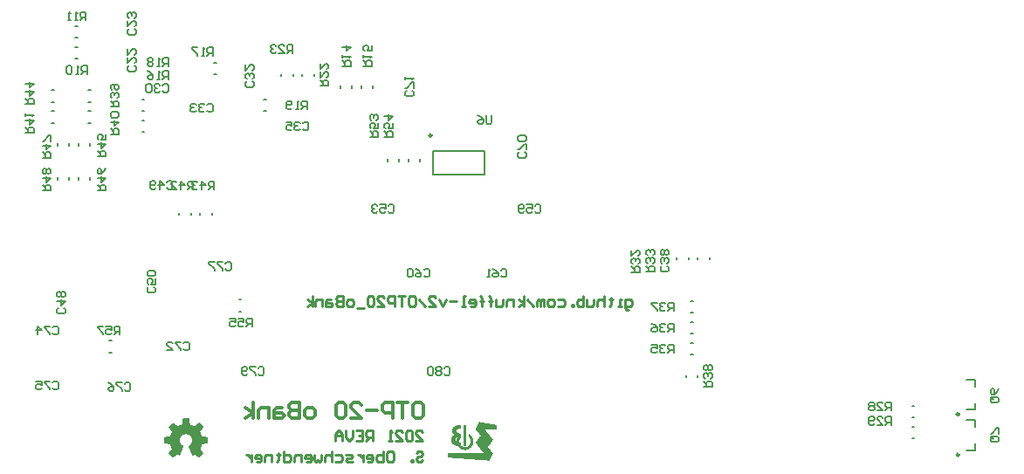
<source format=gbo>
%TF.GenerationSoftware,Altium Limited,CircuitMaker,2.0.2 (2.0.2.40)*%
G04 Layer_Color=13813960*
%FSLAX25Y25*%
%MOIN*%
%TF.SameCoordinates,55457101-24DF-47E6-B24E-7804918367A6*%
%TF.FilePolarity,Positive*%
%TF.FileFunction,Legend,Bot*%
%TF.Part,Single*%
G01*
G75*
%TA.AperFunction,NonConductor*%
%ADD91C,0.00787*%
%ADD93C,0.00984*%
%ADD94C,0.01181*%
G36*
X69921Y21428D02*
X69931D01*
Y21417D01*
X69942D01*
Y21407D01*
X69952D01*
Y21397D01*
X69962D01*
Y21386D01*
X69973D01*
Y21376D01*
X69983D01*
Y21335D01*
X69993D01*
Y21293D01*
X70004D01*
Y21220D01*
X70014D01*
Y21169D01*
X70025D01*
Y21127D01*
X70035D01*
Y21055D01*
X70045D01*
Y21013D01*
X70056D01*
Y20941D01*
X70066D01*
Y20899D01*
X70076D01*
Y20847D01*
X70087D01*
Y20775D01*
X70097D01*
Y20733D01*
X70108D01*
Y20661D01*
X70118D01*
Y20619D01*
X70128D01*
Y20557D01*
X70139D01*
Y20495D01*
X70149D01*
Y20453D01*
X70159D01*
Y20381D01*
X70170D01*
Y20339D01*
X70180D01*
Y20267D01*
X70190D01*
Y20225D01*
X70201D01*
Y20174D01*
X70211D01*
Y20101D01*
X70222D01*
Y20070D01*
X70232D01*
Y19987D01*
X70242D01*
Y19945D01*
X70253D01*
Y19883D01*
X70263D01*
Y19831D01*
X70273D01*
Y19790D01*
X70284D01*
Y19717D01*
X70294D01*
Y19676D01*
X70304D01*
Y19603D01*
X70315D01*
Y19552D01*
X70325D01*
Y19500D01*
X70336D01*
Y19437D01*
X70346D01*
Y19396D01*
X70356D01*
Y19323D01*
X70367D01*
Y19282D01*
X70377D01*
Y19230D01*
X70387D01*
Y19209D01*
X70398D01*
Y19189D01*
X70408D01*
Y19168D01*
X70418D01*
Y19158D01*
X70429D01*
Y19147D01*
X70439D01*
Y19137D01*
X70450D01*
Y19127D01*
X70470D01*
Y19116D01*
X70491D01*
Y19106D01*
X70512D01*
Y19095D01*
X70543D01*
Y19085D01*
X70553D01*
Y19075D01*
X70595D01*
Y19064D01*
X70605D01*
Y19054D01*
X70636D01*
Y19044D01*
X70667D01*
Y19033D01*
X70678D01*
Y19023D01*
X70719D01*
Y19012D01*
X70729D01*
Y19002D01*
X70771D01*
Y18992D01*
X70792D01*
Y18981D01*
X70812D01*
Y18971D01*
X70843D01*
Y18961D01*
X70854D01*
Y18950D01*
X70895D01*
Y18940D01*
X70916D01*
Y18929D01*
X70937D01*
Y18919D01*
X70968D01*
Y18909D01*
X70989D01*
Y18898D01*
X71020D01*
Y18888D01*
X71040D01*
Y18878D01*
X71071D01*
Y18867D01*
X71092D01*
Y18857D01*
X71113D01*
Y18847D01*
X71144D01*
Y18836D01*
X71165D01*
Y18826D01*
X71196D01*
Y18815D01*
X71217D01*
Y18805D01*
X71248D01*
Y18795D01*
X71268D01*
Y18784D01*
X71289D01*
Y18774D01*
X71320D01*
Y18764D01*
X71341D01*
Y18753D01*
X71372D01*
Y18743D01*
X71393D01*
Y18733D01*
X71424D01*
Y18722D01*
X71445D01*
Y18712D01*
X71465D01*
Y18701D01*
X71507D01*
Y18691D01*
X71517D01*
Y18681D01*
X71548D01*
Y18670D01*
X71569D01*
Y18660D01*
X71590D01*
Y18650D01*
X71631D01*
Y18639D01*
X71642D01*
Y18629D01*
X71673D01*
Y18619D01*
X71693D01*
Y18608D01*
X71725D01*
Y18598D01*
X71756D01*
Y18587D01*
X71766D01*
Y18577D01*
X71807D01*
Y18567D01*
X71818D01*
Y18556D01*
X71849D01*
Y18546D01*
X71880D01*
Y18536D01*
X71901D01*
Y18525D01*
X71973D01*
Y18515D01*
X71984D01*
Y18525D01*
X72025D01*
Y18536D01*
X72056D01*
Y18546D01*
X72077D01*
Y18556D01*
X72087D01*
Y18567D01*
X72098D01*
Y18577D01*
X72119D01*
Y18587D01*
X72129D01*
Y18598D01*
X72150D01*
Y18608D01*
X72170D01*
Y18619D01*
X72181D01*
Y18629D01*
X72201D01*
Y18639D01*
X72212D01*
Y18650D01*
X72222D01*
Y18660D01*
X72243D01*
Y18670D01*
X72253D01*
Y18681D01*
X72274D01*
Y18691D01*
X72284D01*
Y18701D01*
X72305D01*
Y18712D01*
X72316D01*
Y18722D01*
X72336D01*
Y18733D01*
X72347D01*
Y18743D01*
X72357D01*
Y18753D01*
X72378D01*
Y18764D01*
X72388D01*
Y18774D01*
X72409D01*
Y18784D01*
X72419D01*
Y18795D01*
X72440D01*
Y18805D01*
X72450D01*
Y18815D01*
X72461D01*
Y18826D01*
X72481D01*
Y18836D01*
X72492D01*
Y18847D01*
X72512D01*
Y18857D01*
X72523D01*
Y18867D01*
X72544D01*
Y18878D01*
X72564D01*
Y18888D01*
X72575D01*
Y18898D01*
X72585D01*
Y18909D01*
X72606D01*
Y18919D01*
X72616D01*
Y18929D01*
X72637D01*
Y18940D01*
X72647D01*
Y18950D01*
X72668D01*
Y18961D01*
X72678D01*
Y18971D01*
X72689D01*
Y18981D01*
X72709D01*
Y18992D01*
X72720D01*
Y19002D01*
X72741D01*
Y19012D01*
X72751D01*
Y19023D01*
X72772D01*
Y19033D01*
X72782D01*
Y19044D01*
X72803D01*
Y19054D01*
X72813D01*
Y19064D01*
X72823D01*
Y19075D01*
X72844D01*
Y19085D01*
X72855D01*
Y19095D01*
X72875D01*
Y19106D01*
X72886D01*
Y19116D01*
X72906D01*
Y19127D01*
X72917D01*
Y19137D01*
X72927D01*
Y19147D01*
X72948D01*
Y19158D01*
X72969D01*
Y19168D01*
X72979D01*
Y19178D01*
X73000D01*
Y19189D01*
X73010D01*
Y19199D01*
X73031D01*
Y19209D01*
X73041D01*
Y19220D01*
X73052D01*
Y19230D01*
X73072D01*
Y19241D01*
X73083D01*
Y19251D01*
X73103D01*
Y19261D01*
X73114D01*
Y19272D01*
X73134D01*
Y19282D01*
X73145D01*
Y19292D01*
X73155D01*
Y19303D01*
X73176D01*
Y19313D01*
X73186D01*
Y19323D01*
X73207D01*
Y19334D01*
X73217D01*
Y19344D01*
X73238D01*
Y19354D01*
X73248D01*
Y19365D01*
X73269D01*
Y19375D01*
X73280D01*
Y19386D01*
X73290D01*
Y19396D01*
X73311D01*
Y19406D01*
X73321D01*
Y19417D01*
X73342D01*
Y19427D01*
X73362D01*
Y19437D01*
X73373D01*
Y19448D01*
X73394D01*
Y19458D01*
X73404D01*
Y19469D01*
X73414D01*
Y19479D01*
X73435D01*
Y19489D01*
X73445D01*
Y19500D01*
X73466D01*
Y19510D01*
X73476D01*
Y19520D01*
X73497D01*
Y19531D01*
X73508D01*
Y19541D01*
X73518D01*
Y19552D01*
X73539D01*
Y19562D01*
X73549D01*
Y19572D01*
X73570D01*
Y19583D01*
X73580D01*
Y19593D01*
X73601D01*
Y19603D01*
X73611D01*
Y19614D01*
X73622D01*
Y19624D01*
X73642D01*
Y19634D01*
X73653D01*
Y19645D01*
X73673D01*
Y19655D01*
X73684D01*
Y19666D01*
X73705D01*
Y19676D01*
X73715D01*
Y19686D01*
X73736D01*
Y19697D01*
X73756D01*
Y19707D01*
X73767D01*
Y19717D01*
X73777D01*
Y19728D01*
X73798D01*
Y19738D01*
X73808D01*
Y19748D01*
X73829D01*
Y19759D01*
X73839D01*
Y19769D01*
X73933D01*
Y19759D01*
X73943D01*
Y19748D01*
X73964D01*
Y19738D01*
X73974D01*
Y19728D01*
X73984D01*
Y19717D01*
X73995D01*
Y19707D01*
X74005D01*
Y19697D01*
X74015D01*
Y19686D01*
X74026D01*
Y19676D01*
X74036D01*
Y19666D01*
X74047D01*
Y19655D01*
X74057D01*
Y19645D01*
X74067D01*
Y19634D01*
X74078D01*
Y19624D01*
X74088D01*
Y19614D01*
X74098D01*
Y19603D01*
X74109D01*
Y19593D01*
X74119D01*
Y19583D01*
X74130D01*
Y19572D01*
X74140D01*
Y19562D01*
X74150D01*
Y19552D01*
X74161D01*
Y19541D01*
X74171D01*
Y19531D01*
X74181D01*
Y19520D01*
X74192D01*
Y19510D01*
X74202D01*
Y19500D01*
X74212D01*
Y19489D01*
X74223D01*
Y19479D01*
X74233D01*
Y19469D01*
X74244D01*
Y19458D01*
X74254D01*
Y19448D01*
X74264D01*
Y19437D01*
X74275D01*
Y19427D01*
X74285D01*
Y19417D01*
X74295D01*
Y19406D01*
X74306D01*
Y19396D01*
X74316D01*
Y19386D01*
X74326D01*
Y19375D01*
X74337D01*
Y19365D01*
X74347D01*
Y19354D01*
X74358D01*
Y19344D01*
X74368D01*
Y19334D01*
X74378D01*
Y19323D01*
X74389D01*
Y19313D01*
X74399D01*
Y19303D01*
X74410D01*
Y19292D01*
X74420D01*
Y19282D01*
X74430D01*
Y19272D01*
X74441D01*
Y19261D01*
X74451D01*
Y19251D01*
X74461D01*
Y19241D01*
X74472D01*
Y19230D01*
X74482D01*
Y19220D01*
X74492D01*
Y19209D01*
X74503D01*
Y19199D01*
X74513D01*
Y19189D01*
X74524D01*
Y19178D01*
X74534D01*
Y19168D01*
X74544D01*
Y19158D01*
X74555D01*
Y19147D01*
X74565D01*
Y19137D01*
X74575D01*
Y19127D01*
X74586D01*
Y19116D01*
X74596D01*
Y19106D01*
X74606D01*
Y19095D01*
X74617D01*
Y19085D01*
X74627D01*
Y19075D01*
X74638D01*
Y19064D01*
X74648D01*
Y19054D01*
X74658D01*
Y19044D01*
X74669D01*
Y19033D01*
X74679D01*
Y19023D01*
X74689D01*
Y19012D01*
X74700D01*
Y19002D01*
X74710D01*
Y18992D01*
X74721D01*
Y18981D01*
X74731D01*
Y18971D01*
X74741D01*
Y18961D01*
X74752D01*
Y18950D01*
X74762D01*
Y18940D01*
X74772D01*
Y18929D01*
X74783D01*
Y18919D01*
X74793D01*
Y18909D01*
X74803D01*
Y18898D01*
X74814D01*
Y18888D01*
X74824D01*
Y18878D01*
X74835D01*
Y18867D01*
X74845D01*
Y18857D01*
X74855D01*
Y18847D01*
X74866D01*
Y18836D01*
X74876D01*
Y18826D01*
X74886D01*
Y18815D01*
X74897D01*
Y18805D01*
X74907D01*
Y18795D01*
X74917D01*
Y18784D01*
X74928D01*
Y18774D01*
X74938D01*
Y18764D01*
X74949D01*
Y18753D01*
X74959D01*
Y18743D01*
X74969D01*
Y18733D01*
X74980D01*
Y18722D01*
X74990D01*
Y18712D01*
X75000D01*
Y18701D01*
X75011D01*
Y18691D01*
X75021D01*
Y18681D01*
X75031D01*
Y18670D01*
X75042D01*
Y18660D01*
X75052D01*
Y18650D01*
X75063D01*
Y18639D01*
X75073D01*
Y18629D01*
X75083D01*
Y18619D01*
X75094D01*
Y18608D01*
X75104D01*
Y18598D01*
X75114D01*
Y18587D01*
X75125D01*
Y18577D01*
X75135D01*
Y18567D01*
X75146D01*
Y18556D01*
X75156D01*
Y18546D01*
X75166D01*
Y18536D01*
X75177D01*
Y18525D01*
X75187D01*
Y18515D01*
X75197D01*
Y18505D01*
X75208D01*
Y18494D01*
X75218D01*
Y18484D01*
X75228D01*
Y18473D01*
X75239D01*
Y18463D01*
X75249D01*
Y18453D01*
X75260D01*
Y18442D01*
X75270D01*
Y18432D01*
X75280D01*
Y18422D01*
X75291D01*
Y18411D01*
X75301D01*
Y18401D01*
X75311D01*
Y18391D01*
X75322D01*
Y18380D01*
X75332D01*
Y18370D01*
X75342D01*
Y18359D01*
X75353D01*
Y18349D01*
X75363D01*
Y18339D01*
X75374D01*
Y18328D01*
X75384D01*
Y18318D01*
X75394D01*
Y18307D01*
X75405D01*
Y18297D01*
X75415D01*
Y18287D01*
X75425D01*
Y18276D01*
X75436D01*
Y18266D01*
X75446D01*
Y18256D01*
X75457D01*
Y18235D01*
X75467D01*
Y18225D01*
X75477D01*
Y18121D01*
X75467D01*
Y18111D01*
X75457D01*
Y18090D01*
X75446D01*
Y18079D01*
X75436D01*
Y18059D01*
X75425D01*
Y18048D01*
X75415D01*
Y18028D01*
X75405D01*
Y18017D01*
X75394D01*
Y18007D01*
X75384D01*
Y17986D01*
X75374D01*
Y17966D01*
X75363D01*
Y17955D01*
X75353D01*
Y17934D01*
X75342D01*
Y17924D01*
X75332D01*
Y17903D01*
X75322D01*
Y17893D01*
X75311D01*
Y17883D01*
X75301D01*
Y17862D01*
X75291D01*
Y17851D01*
X75280D01*
Y17831D01*
X75270D01*
Y17820D01*
X75260D01*
Y17800D01*
X75249D01*
Y17789D01*
X75239D01*
Y17779D01*
X75228D01*
Y17758D01*
X75218D01*
Y17748D01*
X75208D01*
Y17727D01*
X75197D01*
Y17717D01*
X75187D01*
Y17696D01*
X75177D01*
Y17686D01*
X75166D01*
Y17675D01*
X75156D01*
Y17654D01*
X75146D01*
Y17634D01*
X75135D01*
Y17623D01*
X75125D01*
Y17603D01*
X75114D01*
Y17592D01*
X75104D01*
Y17571D01*
X75094D01*
Y17561D01*
X75083D01*
Y17540D01*
X75073D01*
Y17530D01*
X75063D01*
Y17520D01*
X75052D01*
Y17499D01*
X75042D01*
Y17489D01*
X75031D01*
Y17468D01*
X75021D01*
Y17458D01*
X75011D01*
Y17437D01*
X75000D01*
Y17426D01*
X74990D01*
Y17416D01*
X74980D01*
Y17395D01*
X74969D01*
Y17385D01*
X74959D01*
Y17364D01*
X74949D01*
Y17354D01*
X74938D01*
Y17333D01*
X74928D01*
Y17323D01*
X74917D01*
Y17302D01*
X74907D01*
Y17292D01*
X74897D01*
Y17281D01*
X74886D01*
Y17260D01*
X74876D01*
Y17240D01*
X74866D01*
Y17229D01*
X74855D01*
Y17209D01*
X74845D01*
Y17198D01*
X74835D01*
Y17178D01*
X74824D01*
Y17167D01*
X74814D01*
Y17157D01*
X74803D01*
Y17136D01*
X74793D01*
Y17126D01*
X74783D01*
Y17105D01*
X74772D01*
Y17095D01*
X74762D01*
Y17074D01*
X74752D01*
Y17064D01*
X74741D01*
Y17053D01*
X74731D01*
Y17032D01*
X74721D01*
Y17022D01*
X74710D01*
Y17001D01*
X74700D01*
Y16991D01*
X74689D01*
Y16970D01*
X74679D01*
Y16960D01*
X74669D01*
Y16939D01*
X74658D01*
Y16918D01*
X74648D01*
Y16908D01*
X74638D01*
Y16898D01*
X74627D01*
Y16877D01*
X74617D01*
Y16867D01*
X74606D01*
Y16846D01*
X74596D01*
Y16836D01*
X74586D01*
Y16815D01*
X74575D01*
Y16804D01*
X74565D01*
Y16794D01*
X74555D01*
Y16773D01*
X74544D01*
Y16763D01*
X74534D01*
Y16742D01*
X74524D01*
Y16732D01*
X74513D01*
Y16711D01*
X74503D01*
Y16701D01*
X74492D01*
Y16680D01*
X74482D01*
Y16670D01*
X74472D01*
Y16659D01*
X74461D01*
Y16639D01*
X74451D01*
Y16628D01*
X74441D01*
Y16608D01*
X74430D01*
Y16587D01*
X74420D01*
Y16576D01*
X74410D01*
Y16566D01*
X74399D01*
Y16545D01*
X74389D01*
Y16535D01*
X74378D01*
Y16514D01*
X74368D01*
Y16504D01*
X74358D01*
Y16483D01*
X74347D01*
Y16473D01*
X74337D01*
Y16452D01*
X74326D01*
Y16442D01*
X74316D01*
Y16431D01*
X74306D01*
Y16410D01*
X74295D01*
Y16400D01*
X74285D01*
Y16379D01*
X74275D01*
Y16359D01*
X74264D01*
Y16317D01*
X74254D01*
Y16255D01*
X74264D01*
Y16203D01*
X74275D01*
Y16183D01*
X74285D01*
Y16151D01*
X74295D01*
Y16131D01*
X74306D01*
Y16110D01*
X74316D01*
Y16079D01*
X74326D01*
Y16068D01*
X74337D01*
Y16027D01*
X74347D01*
Y16017D01*
X74358D01*
Y15985D01*
X74368D01*
Y15965D01*
X74378D01*
Y15944D01*
X74389D01*
Y15913D01*
X74399D01*
Y15892D01*
X74410D01*
Y15861D01*
X74420D01*
Y15840D01*
X74430D01*
Y15820D01*
X74441D01*
Y15789D01*
X74451D01*
Y15778D01*
X74461D01*
Y15737D01*
X74472D01*
Y15726D01*
X74482D01*
Y15695D01*
X74492D01*
Y15675D01*
X74503D01*
Y15654D01*
X74513D01*
Y15623D01*
X74524D01*
Y15602D01*
X74534D01*
Y15571D01*
X74544D01*
Y15550D01*
X74555D01*
Y15529D01*
X74565D01*
Y15498D01*
X74575D01*
Y15488D01*
X74586D01*
Y15446D01*
X74596D01*
Y15436D01*
X74606D01*
Y15405D01*
X74617D01*
Y15384D01*
X74627D01*
Y15363D01*
X74638D01*
Y15332D01*
X74648D01*
Y15312D01*
X74658D01*
Y15281D01*
X74669D01*
Y15260D01*
X74679D01*
Y15239D01*
X74689D01*
Y15208D01*
X74700D01*
Y15198D01*
X74710D01*
Y15156D01*
X74721D01*
Y15146D01*
X74731D01*
Y15115D01*
X74741D01*
Y15094D01*
X74752D01*
Y15073D01*
X74762D01*
Y15042D01*
X74772D01*
Y15021D01*
X74783D01*
Y14990D01*
X74793D01*
Y14970D01*
X74803D01*
Y14949D01*
X74814D01*
Y14918D01*
X74824D01*
Y14907D01*
X74835D01*
Y14866D01*
X74845D01*
Y14856D01*
X74855D01*
Y14825D01*
X74866D01*
Y14804D01*
X74876D01*
Y14783D01*
X74886D01*
Y14752D01*
X74897D01*
Y14741D01*
X74907D01*
Y14721D01*
X74917D01*
Y14710D01*
X74928D01*
Y14700D01*
X74938D01*
Y14690D01*
X74949D01*
Y14679D01*
X74959D01*
Y14669D01*
X74990D01*
Y14659D01*
X75000D01*
Y14648D01*
X75052D01*
Y14638D01*
X75094D01*
Y14627D01*
X75146D01*
Y14617D01*
X75208D01*
Y14607D01*
X75249D01*
Y14596D01*
X75332D01*
Y14586D01*
X75363D01*
Y14576D01*
X75436D01*
Y14565D01*
X75488D01*
Y14555D01*
X75529D01*
Y14545D01*
X75602D01*
Y14534D01*
X75643D01*
Y14524D01*
X75716D01*
Y14514D01*
X75757D01*
Y14503D01*
X75819D01*
Y14493D01*
X75881D01*
Y14482D01*
X75923D01*
Y14472D01*
X75995D01*
Y14462D01*
X76037D01*
Y14451D01*
X76099D01*
Y14441D01*
X76151D01*
Y14431D01*
X76203D01*
Y14420D01*
X76275D01*
Y14410D01*
X76306D01*
Y14399D01*
X76389D01*
Y14389D01*
X76431D01*
Y14379D01*
X76483D01*
Y14368D01*
X76545D01*
Y14358D01*
X76586D01*
Y14348D01*
X76669D01*
Y14337D01*
X76700D01*
Y14327D01*
X76773D01*
Y14317D01*
X76825D01*
Y14306D01*
X76866D01*
Y14296D01*
X76939D01*
Y14285D01*
X76980D01*
Y14275D01*
X77053D01*
Y14265D01*
X77074D01*
Y14254D01*
X77094D01*
Y14244D01*
X77105D01*
Y14234D01*
X77115D01*
Y14223D01*
X77125D01*
Y14202D01*
X77146D01*
Y12015D01*
X77136D01*
Y12005D01*
X77125D01*
Y11994D01*
X77115D01*
Y11974D01*
X77105D01*
Y11963D01*
X77084D01*
Y11953D01*
X77063D01*
Y11943D01*
X77022D01*
Y11932D01*
X76960D01*
Y11922D01*
X76918D01*
Y11912D01*
X76846D01*
Y11901D01*
X76804D01*
Y11891D01*
X76742D01*
Y11880D01*
X76680D01*
Y11870D01*
X76638D01*
Y11860D01*
X76566D01*
Y11849D01*
X76524D01*
Y11839D01*
X76452D01*
Y11829D01*
X76410D01*
Y11818D01*
X76358D01*
Y11808D01*
X76286D01*
Y11797D01*
X76255D01*
Y11787D01*
X76172D01*
Y11777D01*
X76130D01*
Y11766D01*
X76068D01*
Y11756D01*
X76016D01*
Y11746D01*
X75975D01*
Y11735D01*
X75892D01*
Y11725D01*
X75861D01*
Y11715D01*
X75788D01*
Y11704D01*
X75736D01*
Y11694D01*
X75684D01*
Y11683D01*
X75622D01*
Y11673D01*
X75581D01*
Y11663D01*
X75508D01*
Y11652D01*
X75467D01*
Y11642D01*
X75405D01*
Y11632D01*
X75342D01*
Y11621D01*
X75301D01*
Y11611D01*
X75228D01*
Y11601D01*
X75187D01*
Y11590D01*
X75114D01*
Y11580D01*
X75073D01*
Y11569D01*
X75052D01*
Y11559D01*
X75021D01*
Y11549D01*
X75011D01*
Y11538D01*
X74990D01*
Y11528D01*
X74980D01*
Y11507D01*
X74969D01*
Y11497D01*
X74959D01*
Y11476D01*
X74949D01*
Y11466D01*
X74938D01*
Y11445D01*
X74928D01*
Y11414D01*
X74917D01*
Y11393D01*
X74907D01*
Y11362D01*
X74897D01*
Y11341D01*
X74886D01*
Y11310D01*
X74876D01*
Y11279D01*
X74866D01*
Y11259D01*
X74855D01*
Y11227D01*
X74845D01*
Y11217D01*
X74835D01*
Y11175D01*
X74824D01*
Y11155D01*
X74814D01*
Y11134D01*
X74803D01*
Y11103D01*
X74793D01*
Y11082D01*
X74783D01*
Y11041D01*
X74772D01*
Y11030D01*
X74762D01*
Y10999D01*
X74752D01*
Y10968D01*
X74741D01*
Y10948D01*
X74731D01*
Y10916D01*
X74721D01*
Y10896D01*
X74710D01*
Y10864D01*
X74700D01*
Y10844D01*
X74689D01*
Y10823D01*
X74679D01*
Y10792D01*
X74669D01*
Y10771D01*
X74658D01*
Y10730D01*
X74648D01*
Y10719D01*
X74638D01*
Y10688D01*
X74627D01*
Y10657D01*
X74617D01*
Y10637D01*
X74606D01*
Y10605D01*
X74596D01*
Y10585D01*
X74586D01*
Y10554D01*
X74575D01*
Y10533D01*
X74565D01*
Y10512D01*
X74555D01*
Y10481D01*
X74544D01*
Y10460D01*
X74534D01*
Y10419D01*
X74524D01*
Y10408D01*
X74513D01*
Y10377D01*
X74503D01*
Y10346D01*
X74492D01*
Y10326D01*
X74482D01*
Y10294D01*
X74472D01*
Y10274D01*
X74461D01*
Y10243D01*
X74451D01*
Y10222D01*
X74441D01*
Y10191D01*
X74430D01*
Y10170D01*
X74420D01*
Y10149D01*
X74410D01*
Y10108D01*
X74399D01*
Y10097D01*
X74389D01*
Y10066D01*
X74378D01*
Y10035D01*
X74368D01*
Y10014D01*
X74358D01*
Y9983D01*
X74347D01*
Y9963D01*
X74337D01*
Y9932D01*
X74326D01*
Y9911D01*
X74316D01*
Y9849D01*
X74306D01*
Y9828D01*
X74316D01*
Y9787D01*
X74326D01*
Y9766D01*
X74337D01*
Y9735D01*
X74347D01*
Y9724D01*
X74358D01*
Y9703D01*
X74368D01*
Y9693D01*
X74378D01*
Y9683D01*
X74389D01*
Y9662D01*
X74399D01*
Y9652D01*
X74410D01*
Y9631D01*
X74420D01*
Y9621D01*
X74430D01*
Y9600D01*
X74441D01*
Y9589D01*
X74451D01*
Y9579D01*
X74461D01*
Y9558D01*
X74472D01*
Y9548D01*
X74482D01*
Y9527D01*
X74492D01*
Y9517D01*
X74503D01*
Y9496D01*
X74513D01*
Y9476D01*
X74524D01*
Y9465D01*
X74534D01*
Y9455D01*
X74544D01*
Y9434D01*
X74555D01*
Y9424D01*
X74565D01*
Y9403D01*
X74575D01*
Y9392D01*
X74586D01*
Y9372D01*
X74596D01*
Y9361D01*
X74606D01*
Y9341D01*
X74617D01*
Y9330D01*
X74627D01*
Y9320D01*
X74638D01*
Y9299D01*
X74648D01*
Y9289D01*
X74658D01*
Y9268D01*
X74669D01*
Y9258D01*
X74679D01*
Y9237D01*
X74689D01*
Y9227D01*
X74700D01*
Y9216D01*
X74710D01*
Y9196D01*
X74721D01*
Y9185D01*
X74731D01*
Y9165D01*
X74741D01*
Y9154D01*
X74752D01*
Y9133D01*
X74762D01*
Y9123D01*
X74772D01*
Y9102D01*
X74783D01*
Y9082D01*
X74793D01*
Y9071D01*
X74803D01*
Y9061D01*
X74814D01*
Y9040D01*
X74824D01*
Y9030D01*
X74835D01*
Y9009D01*
X74845D01*
Y8999D01*
X74855D01*
Y8978D01*
X74866D01*
Y8968D01*
X74876D01*
Y8957D01*
X74886D01*
Y8936D01*
X74897D01*
Y8926D01*
X74907D01*
Y8905D01*
X74917D01*
Y8895D01*
X74928D01*
Y8874D01*
X74938D01*
Y8864D01*
X74949D01*
Y8854D01*
X74959D01*
Y8833D01*
X74969D01*
Y8822D01*
X74980D01*
Y8802D01*
X74990D01*
Y8791D01*
X75000D01*
Y8771D01*
X75011D01*
Y8750D01*
X75021D01*
Y8739D01*
X75031D01*
Y8729D01*
X75042D01*
Y8708D01*
X75052D01*
Y8698D01*
X75063D01*
Y8677D01*
X75073D01*
Y8667D01*
X75083D01*
Y8646D01*
X75094D01*
Y8636D01*
X75104D01*
Y8615D01*
X75114D01*
Y8605D01*
X75125D01*
Y8594D01*
X75135D01*
Y8574D01*
X75146D01*
Y8563D01*
X75156D01*
Y8542D01*
X75166D01*
Y8532D01*
X75177D01*
Y8511D01*
X75187D01*
Y8501D01*
X75197D01*
Y8491D01*
X75208D01*
Y8470D01*
X75218D01*
Y8460D01*
X75228D01*
Y8439D01*
X75239D01*
Y8428D01*
X75249D01*
Y8408D01*
X75260D01*
Y8387D01*
X75270D01*
Y8377D01*
X75280D01*
Y8356D01*
X75291D01*
Y8345D01*
X75301D01*
Y8335D01*
X75311D01*
Y8314D01*
X75322D01*
Y8304D01*
X75332D01*
Y8283D01*
X75342D01*
Y8273D01*
X75353D01*
Y8252D01*
X75363D01*
Y8242D01*
X75374D01*
Y8231D01*
X75384D01*
Y8211D01*
X75394D01*
Y8200D01*
X75405D01*
Y8180D01*
X75415D01*
Y8169D01*
X75425D01*
Y8149D01*
X75436D01*
Y8138D01*
X75446D01*
Y8117D01*
X75457D01*
Y8097D01*
X75467D01*
Y8086D01*
X75477D01*
Y7983D01*
X75467D01*
Y7972D01*
X75457D01*
Y7962D01*
X75446D01*
Y7952D01*
X75436D01*
Y7941D01*
X75425D01*
Y7931D01*
X75415D01*
Y7920D01*
X75405D01*
Y7910D01*
X75394D01*
Y7900D01*
X75384D01*
Y7889D01*
X75374D01*
Y7879D01*
X75363D01*
Y7869D01*
X75353D01*
Y7858D01*
X75342D01*
Y7848D01*
X75332D01*
Y7838D01*
X75322D01*
Y7827D01*
X75311D01*
Y7817D01*
X75301D01*
Y7807D01*
X75291D01*
Y7796D01*
X75280D01*
Y7786D01*
X75270D01*
Y7775D01*
X75260D01*
Y7765D01*
X75249D01*
Y7755D01*
X75239D01*
Y7744D01*
X75228D01*
Y7734D01*
X75218D01*
Y7724D01*
X75208D01*
Y7713D01*
X75197D01*
Y7703D01*
X75187D01*
Y7693D01*
X75177D01*
Y7682D01*
X75166D01*
Y7672D01*
X75156D01*
Y7661D01*
X75146D01*
Y7651D01*
X75135D01*
Y7641D01*
X75125D01*
Y7630D01*
X75114D01*
Y7620D01*
X75104D01*
Y7609D01*
X75094D01*
Y7599D01*
X75083D01*
Y7589D01*
X75073D01*
Y7578D01*
X75063D01*
Y7568D01*
X75052D01*
Y7558D01*
X75042D01*
Y7547D01*
X75031D01*
Y7537D01*
X75021D01*
Y7527D01*
X75011D01*
Y7516D01*
X75000D01*
Y7506D01*
X74990D01*
Y7496D01*
X74980D01*
Y7485D01*
X74969D01*
Y7475D01*
X74959D01*
Y7464D01*
X74949D01*
Y7454D01*
X74938D01*
Y7444D01*
X74928D01*
Y7433D01*
X74917D01*
Y7423D01*
X74907D01*
Y7413D01*
X74897D01*
Y7402D01*
X74886D01*
Y7392D01*
X74876D01*
Y7382D01*
X74866D01*
Y7371D01*
X74855D01*
Y7361D01*
X74845D01*
Y7350D01*
X74835D01*
Y7340D01*
X74824D01*
Y7330D01*
X74814D01*
Y7319D01*
X74803D01*
Y7309D01*
X74793D01*
Y7299D01*
X74783D01*
Y7288D01*
X74772D01*
Y7278D01*
X74762D01*
Y7267D01*
X74752D01*
Y7257D01*
X74741D01*
Y7247D01*
X74731D01*
Y7236D01*
X74721D01*
Y7226D01*
X74710D01*
Y7216D01*
X74700D01*
Y7205D01*
X74689D01*
Y7195D01*
X74679D01*
Y7185D01*
X74669D01*
Y7174D01*
X74658D01*
Y7164D01*
X74648D01*
Y7153D01*
X74638D01*
Y7143D01*
X74627D01*
Y7133D01*
X74617D01*
Y7122D01*
X74606D01*
Y7112D01*
X74596D01*
Y7102D01*
X74586D01*
Y7081D01*
X74565D01*
Y7070D01*
X74555D01*
Y7060D01*
X74544D01*
Y7050D01*
X74534D01*
Y7039D01*
X74524D01*
Y7029D01*
X74513D01*
Y7008D01*
X74492D01*
Y6998D01*
X74482D01*
Y6988D01*
X74472D01*
Y6977D01*
X74461D01*
Y6956D01*
X74441D01*
Y6936D01*
X74420D01*
Y6925D01*
X74410D01*
Y6905D01*
X74389D01*
Y6884D01*
X74368D01*
Y6863D01*
X74347D01*
Y6853D01*
X74337D01*
Y6832D01*
X74316D01*
Y6811D01*
X74295D01*
Y6801D01*
X74285D01*
Y6780D01*
X74264D01*
Y6759D01*
X74244D01*
Y6739D01*
X74233D01*
Y6728D01*
X74212D01*
Y6708D01*
X74192D01*
Y6687D01*
X74171D01*
Y6666D01*
X74161D01*
Y6656D01*
X74140D01*
Y6635D01*
X74119D01*
Y6614D01*
X74109D01*
Y6604D01*
X74088D01*
Y6583D01*
X74067D01*
Y6563D01*
X74057D01*
Y6552D01*
X74047D01*
Y6542D01*
X74036D01*
Y6531D01*
X74015D01*
Y6511D01*
X73995D01*
Y6490D01*
X73984D01*
Y6480D01*
X73964D01*
Y6469D01*
X73953D01*
Y6459D01*
X73933D01*
Y6438D01*
X73839D01*
Y6459D01*
X73819D01*
Y6469D01*
X73798D01*
Y6480D01*
X73787D01*
Y6490D01*
X73767D01*
Y6500D01*
X73756D01*
Y6511D01*
X73736D01*
Y6521D01*
X73725D01*
Y6531D01*
X73705D01*
Y6542D01*
X73694D01*
Y6552D01*
X73684D01*
Y6563D01*
X73663D01*
Y6573D01*
X73653D01*
Y6583D01*
X73632D01*
Y6594D01*
X73622D01*
Y6604D01*
X73601D01*
Y6614D01*
X73590D01*
Y6625D01*
X73580D01*
Y6635D01*
X73559D01*
Y6645D01*
X73539D01*
Y6656D01*
X73528D01*
Y6666D01*
X73508D01*
Y6677D01*
X73497D01*
Y6687D01*
X73476D01*
Y6697D01*
X73466D01*
Y6708D01*
X73456D01*
Y6718D01*
X73435D01*
Y6728D01*
X73425D01*
Y6739D01*
X73404D01*
Y6749D01*
X73394D01*
Y6759D01*
X73373D01*
Y6770D01*
X73362D01*
Y6780D01*
X73352D01*
Y6791D01*
X73331D01*
Y6801D01*
X73321D01*
Y6811D01*
X73300D01*
Y6822D01*
X73290D01*
Y6832D01*
X73269D01*
Y6842D01*
X73259D01*
Y6853D01*
X73238D01*
Y6863D01*
X73228D01*
Y6874D01*
X73217D01*
Y6884D01*
X73197D01*
Y6894D01*
X73186D01*
Y6905D01*
X73166D01*
Y6915D01*
X73145D01*
Y6925D01*
X73134D01*
Y6936D01*
X73124D01*
Y6946D01*
X73103D01*
Y6956D01*
X73093D01*
Y6967D01*
X73072D01*
Y6977D01*
X73062D01*
Y6988D01*
X73041D01*
Y6998D01*
X73031D01*
Y7008D01*
X73010D01*
Y7019D01*
X73000D01*
Y7029D01*
X72989D01*
Y7039D01*
X72969D01*
Y7050D01*
X72958D01*
Y7060D01*
X72938D01*
Y7070D01*
X72927D01*
Y7081D01*
X72906D01*
Y7091D01*
X72896D01*
Y7102D01*
X72886D01*
Y7112D01*
X72865D01*
Y7122D01*
X72855D01*
Y7133D01*
X72834D01*
Y7143D01*
X72823D01*
Y7153D01*
X72803D01*
Y7164D01*
X72792D01*
Y7174D01*
X72772D01*
Y7185D01*
X72761D01*
Y7195D01*
X72741D01*
Y7205D01*
X72730D01*
Y7216D01*
X72709D01*
Y7226D01*
X72699D01*
Y7236D01*
X72678D01*
Y7247D01*
X72668D01*
Y7257D01*
X72647D01*
Y7267D01*
X72637D01*
Y7278D01*
X72627D01*
Y7288D01*
X72606D01*
Y7299D01*
X72595D01*
Y7309D01*
X72575D01*
Y7319D01*
X72564D01*
Y7330D01*
X72544D01*
Y7340D01*
X72533D01*
Y7350D01*
X72523D01*
Y7361D01*
X72502D01*
Y7371D01*
X72492D01*
Y7382D01*
X72471D01*
Y7392D01*
X72461D01*
Y7402D01*
X72440D01*
Y7413D01*
X72430D01*
Y7423D01*
X72419D01*
Y7433D01*
X72398D01*
Y7444D01*
X72388D01*
Y7454D01*
X72367D01*
Y7464D01*
X72347D01*
Y7475D01*
X72336D01*
Y7485D01*
X72316D01*
Y7496D01*
X72305D01*
Y7506D01*
X72295D01*
Y7516D01*
X72274D01*
Y7527D01*
X72264D01*
Y7537D01*
X72243D01*
Y7547D01*
X72233D01*
Y7558D01*
X72212D01*
Y7568D01*
X72201D01*
Y7578D01*
X72160D01*
Y7589D01*
X72087D01*
Y7578D01*
X72046D01*
Y7568D01*
X72025D01*
Y7558D01*
X72004D01*
Y7547D01*
X71984D01*
Y7537D01*
X71963D01*
Y7527D01*
X71942D01*
Y7516D01*
X71932D01*
Y7506D01*
X71901D01*
Y7496D01*
X71890D01*
Y7485D01*
X71870D01*
Y7475D01*
X71849D01*
Y7464D01*
X71828D01*
Y7454D01*
X71807D01*
Y7444D01*
X71797D01*
Y7433D01*
X71766D01*
Y7423D01*
X71756D01*
Y7413D01*
X71735D01*
Y7402D01*
X71714D01*
Y7392D01*
X71704D01*
Y7382D01*
X71673D01*
Y7371D01*
X71662D01*
Y7361D01*
X71631D01*
Y7350D01*
X71621D01*
Y7340D01*
X71600D01*
Y7330D01*
X71579D01*
Y7319D01*
X71559D01*
Y7309D01*
X71538D01*
Y7299D01*
X71528D01*
Y7288D01*
X71496D01*
Y7278D01*
X71486D01*
Y7267D01*
X71465D01*
Y7257D01*
X71445D01*
Y7247D01*
X71424D01*
Y7236D01*
X71403D01*
Y7226D01*
X71382D01*
Y7216D01*
X71372D01*
Y7205D01*
X71341D01*
Y7195D01*
X71331D01*
Y7185D01*
X71268D01*
Y7195D01*
X71248D01*
Y7205D01*
X71237D01*
Y7216D01*
X71227D01*
Y7236D01*
X71217D01*
Y7247D01*
X71206D01*
Y7278D01*
X71196D01*
Y7309D01*
X71186D01*
Y7330D01*
X71175D01*
Y7361D01*
X71165D01*
Y7371D01*
X71154D01*
Y7413D01*
X71144D01*
Y7423D01*
X71134D01*
Y7454D01*
X71123D01*
Y7485D01*
X71113D01*
Y7496D01*
X71103D01*
Y7537D01*
X71092D01*
Y7547D01*
X71082D01*
Y7578D01*
X71071D01*
Y7609D01*
X71061D01*
Y7630D01*
X71051D01*
Y7661D01*
X71040D01*
Y7672D01*
X71030D01*
Y7713D01*
X71020D01*
Y7724D01*
X71009D01*
Y7755D01*
X70999D01*
Y7786D01*
X70989D01*
Y7796D01*
X70978D01*
Y7838D01*
X70968D01*
Y7848D01*
X70957D01*
Y7879D01*
X70947D01*
Y7910D01*
X70937D01*
Y7931D01*
X70926D01*
Y7962D01*
X70916D01*
Y7972D01*
X70906D01*
Y8014D01*
X70895D01*
Y8024D01*
X70885D01*
Y8055D01*
X70875D01*
Y8086D01*
X70864D01*
Y8097D01*
X70854D01*
Y8138D01*
X70843D01*
Y8149D01*
X70833D01*
Y8180D01*
X70823D01*
Y8211D01*
X70812D01*
Y8231D01*
X70802D01*
Y8263D01*
X70792D01*
Y8273D01*
X70781D01*
Y8314D01*
X70771D01*
Y8335D01*
X70761D01*
Y8356D01*
X70750D01*
Y8387D01*
X70740D01*
Y8397D01*
X70729D01*
Y8439D01*
X70719D01*
Y8449D01*
X70709D01*
Y8491D01*
X70698D01*
Y8511D01*
X70688D01*
Y8532D01*
X70678D01*
Y8563D01*
X70667D01*
Y8574D01*
X70657D01*
Y8615D01*
X70647D01*
Y8636D01*
X70636D01*
Y8657D01*
X70626D01*
Y8688D01*
X70615D01*
Y8698D01*
X70605D01*
Y8739D01*
X70595D01*
Y8760D01*
X70584D01*
Y8791D01*
X70574D01*
Y8812D01*
X70564D01*
Y8833D01*
X70553D01*
Y8864D01*
X70543D01*
Y8874D01*
X70533D01*
Y8916D01*
X70522D01*
Y8936D01*
X70512D01*
Y8957D01*
X70501D01*
Y8988D01*
X70491D01*
Y9009D01*
X70481D01*
Y9040D01*
X70470D01*
Y9061D01*
X70460D01*
Y9092D01*
X70450D01*
Y9113D01*
X70439D01*
Y9133D01*
X70429D01*
Y9165D01*
X70418D01*
Y9185D01*
X70408D01*
Y9216D01*
X70398D01*
Y9237D01*
X70387D01*
Y9258D01*
X70377D01*
Y9289D01*
X70367D01*
Y9310D01*
X70356D01*
Y9341D01*
X70346D01*
Y9361D01*
X70336D01*
Y9392D01*
X70325D01*
Y9413D01*
X70315D01*
Y9434D01*
X70304D01*
Y9465D01*
X70294D01*
Y9486D01*
X70284D01*
Y9517D01*
X70273D01*
Y9538D01*
X70263D01*
Y9558D01*
X70253D01*
Y9589D01*
X70242D01*
Y9610D01*
X70232D01*
Y9641D01*
X70222D01*
Y9662D01*
X70211D01*
Y9693D01*
X70201D01*
Y9714D01*
X70190D01*
Y9735D01*
X70180D01*
Y9766D01*
X70170D01*
Y9787D01*
X70159D01*
Y9818D01*
X70149D01*
Y9838D01*
X70139D01*
Y9859D01*
X70128D01*
Y9890D01*
X70118D01*
Y9911D01*
X70108D01*
Y9942D01*
X70097D01*
Y9963D01*
X70087D01*
Y9994D01*
X70076D01*
Y10014D01*
X70066D01*
Y10035D01*
X70056D01*
Y10066D01*
X70045D01*
Y10087D01*
X70035D01*
Y10118D01*
X70025D01*
Y10139D01*
X70014D01*
Y10160D01*
X70004D01*
Y10191D01*
X69993D01*
Y10211D01*
X69983D01*
Y10243D01*
X69973D01*
Y10263D01*
X69962D01*
Y10294D01*
X69952D01*
Y10315D01*
X69942D01*
Y10336D01*
X69931D01*
Y10367D01*
X69921D01*
Y10388D01*
X69911D01*
Y10419D01*
X69900D01*
Y10440D01*
X69890D01*
Y10460D01*
X69879D01*
Y10491D01*
X69869D01*
Y10512D01*
X69859D01*
Y10543D01*
X69848D01*
Y10564D01*
X69838D01*
Y10595D01*
X69828D01*
Y10616D01*
X69817D01*
Y10637D01*
X69807D01*
Y10668D01*
X69797D01*
Y10688D01*
X69786D01*
Y10719D01*
X69776D01*
Y10740D01*
X69765D01*
Y10771D01*
X69755D01*
Y10792D01*
X69745D01*
Y10813D01*
X69734D01*
Y10864D01*
X69745D01*
Y10885D01*
X69755D01*
Y10906D01*
X69765D01*
Y10916D01*
X69776D01*
Y10927D01*
X69786D01*
Y10937D01*
X69797D01*
Y10948D01*
X69817D01*
Y10958D01*
X69828D01*
Y10968D01*
X69848D01*
Y10979D01*
X69869D01*
Y10989D01*
X69890D01*
Y10999D01*
X69900D01*
Y11010D01*
X69921D01*
Y11020D01*
X69931D01*
Y11030D01*
X69952D01*
Y11041D01*
X69973D01*
Y11051D01*
X69983D01*
Y11062D01*
X69993D01*
Y11072D01*
X70004D01*
Y11082D01*
X70025D01*
Y11093D01*
X70035D01*
Y11103D01*
X70045D01*
Y11113D01*
X70066D01*
Y11124D01*
X70076D01*
Y11134D01*
X70087D01*
Y11144D01*
X70108D01*
Y11155D01*
X70118D01*
Y11165D01*
X70139D01*
Y11175D01*
X70149D01*
Y11186D01*
X70159D01*
Y11196D01*
X70180D01*
Y11207D01*
X70190D01*
Y11217D01*
X70201D01*
Y11227D01*
X70211D01*
Y11238D01*
X70232D01*
Y11248D01*
X70242D01*
Y11259D01*
X70263D01*
Y11269D01*
X70273D01*
Y11279D01*
X70284D01*
Y11290D01*
X70304D01*
Y11300D01*
X70315D01*
Y11310D01*
X70325D01*
Y11321D01*
X70336D01*
Y11331D01*
X70346D01*
Y11341D01*
X70356D01*
Y11352D01*
X70367D01*
Y11362D01*
X70377D01*
Y11372D01*
X70387D01*
Y11383D01*
X70408D01*
Y11393D01*
X70418D01*
Y11404D01*
X70429D01*
Y11414D01*
X70439D01*
Y11424D01*
X70450D01*
Y11435D01*
X70460D01*
Y11445D01*
X70470D01*
Y11455D01*
X70481D01*
Y11466D01*
X70491D01*
Y11476D01*
X70501D01*
Y11486D01*
X70512D01*
Y11497D01*
X70522D01*
Y11507D01*
X70533D01*
Y11518D01*
X70543D01*
Y11528D01*
X70553D01*
Y11549D01*
X70564D01*
Y11559D01*
X70574D01*
Y11569D01*
X70584D01*
Y11580D01*
X70595D01*
Y11590D01*
X70605D01*
Y11611D01*
X70615D01*
Y11621D01*
X70626D01*
Y11632D01*
X70636D01*
Y11642D01*
X70647D01*
Y11652D01*
X70657D01*
Y11673D01*
X70667D01*
Y11683D01*
X70678D01*
Y11694D01*
X70688D01*
Y11704D01*
X70698D01*
Y11715D01*
X70709D01*
Y11735D01*
X70719D01*
Y11746D01*
X70729D01*
Y11766D01*
X70740D01*
Y11777D01*
X70750D01*
Y11797D01*
X70761D01*
Y11818D01*
X70771D01*
Y11829D01*
X70781D01*
Y11849D01*
X70792D01*
Y11860D01*
X70802D01*
Y11880D01*
X70812D01*
Y11891D01*
X70823D01*
Y11912D01*
X70833D01*
Y11932D01*
X70843D01*
Y11943D01*
X70854D01*
Y11963D01*
X70864D01*
Y11974D01*
X70875D01*
Y12005D01*
X70885D01*
Y12026D01*
X70895D01*
Y12046D01*
X70906D01*
Y12067D01*
X70916D01*
Y12088D01*
X70926D01*
Y12119D01*
X70937D01*
Y12129D01*
X70947D01*
Y12150D01*
X70957D01*
Y12181D01*
X70968D01*
Y12191D01*
X70978D01*
Y12223D01*
X70989D01*
Y12243D01*
X70999D01*
Y12285D01*
X71009D01*
Y12316D01*
X71020D01*
Y12337D01*
X71030D01*
Y12378D01*
X71040D01*
Y12399D01*
X71051D01*
Y12440D01*
X71061D01*
Y12471D01*
X71071D01*
Y12492D01*
X71082D01*
Y12554D01*
X71092D01*
Y12596D01*
X71103D01*
Y12668D01*
X71113D01*
Y12710D01*
X71123D01*
Y12772D01*
X71134D01*
Y12886D01*
X71144D01*
Y13000D01*
X71154D01*
Y13207D01*
X71144D01*
Y13342D01*
X71134D01*
Y13415D01*
X71123D01*
Y13487D01*
X71113D01*
Y13539D01*
X71103D01*
Y13601D01*
X71092D01*
Y13632D01*
X71082D01*
Y13684D01*
X71071D01*
Y13715D01*
X71061D01*
Y13746D01*
X71051D01*
Y13798D01*
X71040D01*
Y13819D01*
X71030D01*
Y13860D01*
X71020D01*
Y13881D01*
X71009D01*
Y13902D01*
X70999D01*
Y13943D01*
X70989D01*
Y13964D01*
X70978D01*
Y13995D01*
X70968D01*
Y14016D01*
X70957D01*
Y14037D01*
X70947D01*
Y14057D01*
X70937D01*
Y14078D01*
X70926D01*
Y14109D01*
X70916D01*
Y14120D01*
X70906D01*
Y14151D01*
X70895D01*
Y14161D01*
X70885D01*
Y14192D01*
X70875D01*
Y14213D01*
X70864D01*
Y14223D01*
X70854D01*
Y14244D01*
X70843D01*
Y14254D01*
X70833D01*
Y14275D01*
X70823D01*
Y14296D01*
X70812D01*
Y14306D01*
X70802D01*
Y14327D01*
X70792D01*
Y14348D01*
X70781D01*
Y14368D01*
X70771D01*
Y14379D01*
X70761D01*
Y14399D01*
X70750D01*
Y14410D01*
X70740D01*
Y14420D01*
X70729D01*
Y14441D01*
X70719D01*
Y14451D01*
X70709D01*
Y14472D01*
X70698D01*
Y14482D01*
X70688D01*
Y14493D01*
X70678D01*
Y14514D01*
X70667D01*
Y14524D01*
X70657D01*
Y14534D01*
X70647D01*
Y14545D01*
X70636D01*
Y14565D01*
X70626D01*
Y14576D01*
X70615D01*
Y14586D01*
X70605D01*
Y14596D01*
X70595D01*
Y14607D01*
X70584D01*
Y14627D01*
X70574D01*
Y14638D01*
X70564D01*
Y14648D01*
X70553D01*
Y14659D01*
X70543D01*
Y14669D01*
X70533D01*
Y14679D01*
X70522D01*
Y14690D01*
X70512D01*
Y14700D01*
X70501D01*
Y14710D01*
X70491D01*
Y14721D01*
X70481D01*
Y14741D01*
X70470D01*
Y14752D01*
X70450D01*
Y14762D01*
X70439D01*
Y14773D01*
X70429D01*
Y14783D01*
X70418D01*
Y14793D01*
X70408D01*
Y14804D01*
X70398D01*
Y14814D01*
X70387D01*
Y14825D01*
X70377D01*
Y14835D01*
X70367D01*
Y14845D01*
X70346D01*
Y14856D01*
X70336D01*
Y14866D01*
X70325D01*
Y14876D01*
X70315D01*
Y14887D01*
X70304D01*
Y14897D01*
X70294D01*
Y14907D01*
X70284D01*
Y14918D01*
X70263D01*
Y14928D01*
X70253D01*
Y14939D01*
X70242D01*
Y14949D01*
X70222D01*
Y14959D01*
X70211D01*
Y14970D01*
X70190D01*
Y14980D01*
X70180D01*
Y14990D01*
X70170D01*
Y15001D01*
X70149D01*
Y15011D01*
X70139D01*
Y15021D01*
X70118D01*
Y15032D01*
X70108D01*
Y15042D01*
X70087D01*
Y15053D01*
X70076D01*
Y15063D01*
X70056D01*
Y15073D01*
X70035D01*
Y15084D01*
X70025D01*
Y15094D01*
X70004D01*
Y15104D01*
X69993D01*
Y15115D01*
X69973D01*
Y15125D01*
X69952D01*
Y15135D01*
X69942D01*
Y15146D01*
X69911D01*
Y15156D01*
X69900D01*
Y15167D01*
X69869D01*
Y15177D01*
X69848D01*
Y15187D01*
X69838D01*
Y15198D01*
X69807D01*
Y15208D01*
X69797D01*
Y15218D01*
X69765D01*
Y15229D01*
X69745D01*
Y15239D01*
X69724D01*
Y15249D01*
X69693D01*
Y15260D01*
X69672D01*
Y15270D01*
X69631D01*
Y15281D01*
X69610D01*
Y15291D01*
X69579D01*
Y15301D01*
X69548D01*
Y15312D01*
X69527D01*
Y15322D01*
X69485D01*
Y15332D01*
X69454D01*
Y15343D01*
X69402D01*
Y15353D01*
X69371D01*
Y15363D01*
X69330D01*
Y15374D01*
X69268D01*
Y15384D01*
X69226D01*
Y15395D01*
X69133D01*
Y15405D01*
X69081D01*
Y15415D01*
X68863D01*
Y15426D01*
X68791D01*
Y15415D01*
X68573D01*
Y15405D01*
X68521D01*
Y15395D01*
X68428D01*
Y15384D01*
X68387D01*
Y15374D01*
X68325D01*
Y15363D01*
X68283D01*
Y15353D01*
X68252D01*
Y15343D01*
X68200D01*
Y15332D01*
X68169D01*
Y15322D01*
X68128D01*
Y15312D01*
X68107D01*
Y15301D01*
X68076D01*
Y15291D01*
X68045D01*
Y15281D01*
X68024D01*
Y15270D01*
X67982D01*
Y15260D01*
X67962D01*
Y15249D01*
X67931D01*
Y15239D01*
X67910D01*
Y15229D01*
X67889D01*
Y15218D01*
X67858D01*
Y15208D01*
X67848D01*
Y15198D01*
X67817D01*
Y15187D01*
X67806D01*
Y15177D01*
X67785D01*
Y15167D01*
X67754D01*
Y15156D01*
X67744D01*
Y15146D01*
X67713D01*
Y15135D01*
X67703D01*
Y15125D01*
X67682D01*
Y15115D01*
X67661D01*
Y15104D01*
X67651D01*
Y15094D01*
X67630D01*
Y15084D01*
X67620D01*
Y15073D01*
X67599D01*
Y15063D01*
X67578D01*
Y15053D01*
X67568D01*
Y15042D01*
X67547D01*
Y15032D01*
X67537D01*
Y15021D01*
X67516D01*
Y15011D01*
X67506D01*
Y15001D01*
X67485D01*
Y14990D01*
X67474D01*
Y14980D01*
X67464D01*
Y14970D01*
X67443D01*
Y14959D01*
X67433D01*
Y14949D01*
X67412D01*
Y14939D01*
X67402D01*
Y14928D01*
X67392D01*
Y14918D01*
X67371D01*
Y14907D01*
X67360D01*
Y14897D01*
X67350D01*
Y14887D01*
X67340D01*
Y14876D01*
X67329D01*
Y14866D01*
X67319D01*
Y14856D01*
X67309D01*
Y14845D01*
X67288D01*
Y14835D01*
X67277D01*
Y14825D01*
X67267D01*
Y14814D01*
X67257D01*
Y14804D01*
X67246D01*
Y14793D01*
X67236D01*
Y14783D01*
X67226D01*
Y14773D01*
X67215D01*
Y14762D01*
X67205D01*
Y14752D01*
X67184D01*
Y14741D01*
X67174D01*
Y14721D01*
X67153D01*
Y14700D01*
X67143D01*
Y14690D01*
X67132D01*
Y14679D01*
X67122D01*
Y14669D01*
X67112D01*
Y14659D01*
X67101D01*
Y14648D01*
X67091D01*
Y14638D01*
X67080D01*
Y14627D01*
X67070D01*
Y14607D01*
X67060D01*
Y14596D01*
X67049D01*
Y14586D01*
X67039D01*
Y14576D01*
X67029D01*
Y14565D01*
X67018D01*
Y14545D01*
X67008D01*
Y14534D01*
X66998D01*
Y14524D01*
X66987D01*
Y14514D01*
X66977D01*
Y14493D01*
X66966D01*
Y14482D01*
X66956D01*
Y14472D01*
X66946D01*
Y14451D01*
X66935D01*
Y14441D01*
X66925D01*
Y14420D01*
X66915D01*
Y14410D01*
X66904D01*
Y14399D01*
X66894D01*
Y14379D01*
X66884D01*
Y14368D01*
X66873D01*
Y14348D01*
X66863D01*
Y14327D01*
X66852D01*
Y14306D01*
X66842D01*
Y14296D01*
X66832D01*
Y14275D01*
X66821D01*
Y14254D01*
X66811D01*
Y14244D01*
X66801D01*
Y14223D01*
X66790D01*
Y14213D01*
X66780D01*
Y14192D01*
X66769D01*
Y14161D01*
X66759D01*
Y14151D01*
X66749D01*
Y14120D01*
X66738D01*
Y14109D01*
X66728D01*
Y14078D01*
X66718D01*
Y14057D01*
X66707D01*
Y14037D01*
X66697D01*
Y14016D01*
X66687D01*
Y13995D01*
X66676D01*
Y13964D01*
X66666D01*
Y13943D01*
X66655D01*
Y13902D01*
X66645D01*
Y13881D01*
X66635D01*
Y13860D01*
X66624D01*
Y13819D01*
X66614D01*
Y13798D01*
X66604D01*
Y13746D01*
X66593D01*
Y13715D01*
X66583D01*
Y13684D01*
X66573D01*
Y13632D01*
X66562D01*
Y13601D01*
X66552D01*
Y13539D01*
X66541D01*
Y13487D01*
X66531D01*
Y13404D01*
X66521D01*
Y13342D01*
X66510D01*
Y13207D01*
X66500D01*
Y13000D01*
X66510D01*
Y12876D01*
X66521D01*
Y12762D01*
X66531D01*
Y12710D01*
X66541D01*
Y12668D01*
X66552D01*
Y12596D01*
X66562D01*
Y12554D01*
X66573D01*
Y12492D01*
X66583D01*
Y12471D01*
X66593D01*
Y12440D01*
X66604D01*
Y12399D01*
X66614D01*
Y12378D01*
X66624D01*
Y12337D01*
X66635D01*
Y12316D01*
X66645D01*
Y12285D01*
X66655D01*
Y12243D01*
X66666D01*
Y12223D01*
X66676D01*
Y12191D01*
X66687D01*
Y12181D01*
X66697D01*
Y12150D01*
X66707D01*
Y12129D01*
X66718D01*
Y12119D01*
X66728D01*
Y12088D01*
X66738D01*
Y12067D01*
X66749D01*
Y12046D01*
X66759D01*
Y12026D01*
X66769D01*
Y12005D01*
X66780D01*
Y11974D01*
X66790D01*
Y11963D01*
X66801D01*
Y11943D01*
X66811D01*
Y11932D01*
X66821D01*
Y11912D01*
X66832D01*
Y11891D01*
X66842D01*
Y11880D01*
X66852D01*
Y11860D01*
X66863D01*
Y11849D01*
X66873D01*
Y11829D01*
X66884D01*
Y11818D01*
X66894D01*
Y11797D01*
X66904D01*
Y11777D01*
X66915D01*
Y11766D01*
X66925D01*
Y11746D01*
X66935D01*
Y11735D01*
X66946D01*
Y11715D01*
X66956D01*
Y11704D01*
X66966D01*
Y11694D01*
X66977D01*
Y11683D01*
X66987D01*
Y11673D01*
X66998D01*
Y11652D01*
X67008D01*
Y11642D01*
X67018D01*
Y11632D01*
X67029D01*
Y11621D01*
X67039D01*
Y11611D01*
X67049D01*
Y11590D01*
X67060D01*
Y11580D01*
X67070D01*
Y11569D01*
X67080D01*
Y11559D01*
X67091D01*
Y11549D01*
X67101D01*
Y11528D01*
X67112D01*
Y11518D01*
X67122D01*
Y11507D01*
X67132D01*
Y11497D01*
X67143D01*
Y11486D01*
X67153D01*
Y11476D01*
X67163D01*
Y11466D01*
X67174D01*
Y11455D01*
X67184D01*
Y11445D01*
X67194D01*
Y11435D01*
X67205D01*
Y11424D01*
X67215D01*
Y11414D01*
X67226D01*
Y11404D01*
X67236D01*
Y11393D01*
X67246D01*
Y11383D01*
X67267D01*
Y11372D01*
X67277D01*
Y11362D01*
X67288D01*
Y11352D01*
X67298D01*
Y11341D01*
X67309D01*
Y11331D01*
X67319D01*
Y11321D01*
X67329D01*
Y11310D01*
X67340D01*
Y11300D01*
X67350D01*
Y11290D01*
X67371D01*
Y11279D01*
X67381D01*
Y11269D01*
X67392D01*
Y11259D01*
X67412D01*
Y11248D01*
X67423D01*
Y11238D01*
X67443D01*
Y11227D01*
X67454D01*
Y11217D01*
X67464D01*
Y11207D01*
X67474D01*
Y11196D01*
X67495D01*
Y11186D01*
X67506D01*
Y11175D01*
X67516D01*
Y11165D01*
X67537D01*
Y11155D01*
X67547D01*
Y11144D01*
X67568D01*
Y11134D01*
X67578D01*
Y11124D01*
X67589D01*
Y11113D01*
X67609D01*
Y11103D01*
X67620D01*
Y11093D01*
X67630D01*
Y11082D01*
X67651D01*
Y11072D01*
X67661D01*
Y11062D01*
X67671D01*
Y11051D01*
X67682D01*
Y11041D01*
X67703D01*
Y11030D01*
X67723D01*
Y11020D01*
X67734D01*
Y11010D01*
X67754D01*
Y10999D01*
X67765D01*
Y10989D01*
X67785D01*
Y10979D01*
X67806D01*
Y10968D01*
X67827D01*
Y10958D01*
X67837D01*
Y10948D01*
X67858D01*
Y10937D01*
X67868D01*
Y10927D01*
X67879D01*
Y10916D01*
X67889D01*
Y10906D01*
X67899D01*
Y10885D01*
X67910D01*
Y10864D01*
X67920D01*
Y10813D01*
X67910D01*
Y10792D01*
X67899D01*
Y10761D01*
X67889D01*
Y10740D01*
X67879D01*
Y10719D01*
X67868D01*
Y10688D01*
X67858D01*
Y10668D01*
X67848D01*
Y10637D01*
X67837D01*
Y10616D01*
X67827D01*
Y10595D01*
X67817D01*
Y10564D01*
X67806D01*
Y10543D01*
X67796D01*
Y10512D01*
X67785D01*
Y10491D01*
X67775D01*
Y10460D01*
X67765D01*
Y10440D01*
X67754D01*
Y10419D01*
X67744D01*
Y10388D01*
X67734D01*
Y10367D01*
X67723D01*
Y10336D01*
X67713D01*
Y10315D01*
X67703D01*
Y10294D01*
X67692D01*
Y10263D01*
X67682D01*
Y10243D01*
X67671D01*
Y10211D01*
X67661D01*
Y10191D01*
X67651D01*
Y10160D01*
X67640D01*
Y10139D01*
X67630D01*
Y10118D01*
X67620D01*
Y10087D01*
X67609D01*
Y10066D01*
X67599D01*
Y10035D01*
X67589D01*
Y10014D01*
X67578D01*
Y9994D01*
X67568D01*
Y9963D01*
X67557D01*
Y9942D01*
X67547D01*
Y9911D01*
X67537D01*
Y9890D01*
X67526D01*
Y9859D01*
X67516D01*
Y9838D01*
X67506D01*
Y9818D01*
X67495D01*
Y9787D01*
X67485D01*
Y9766D01*
X67474D01*
Y9735D01*
X67464D01*
Y9714D01*
X67454D01*
Y9693D01*
X67443D01*
Y9662D01*
X67433D01*
Y9641D01*
X67423D01*
Y9610D01*
X67412D01*
Y9589D01*
X67402D01*
Y9558D01*
X67392D01*
Y9538D01*
X67381D01*
Y9517D01*
X67371D01*
Y9486D01*
X67360D01*
Y9465D01*
X67350D01*
Y9434D01*
X67340D01*
Y9413D01*
X67329D01*
Y9392D01*
X67319D01*
Y9361D01*
X67309D01*
Y9341D01*
X67298D01*
Y9310D01*
X67288D01*
Y9289D01*
X67277D01*
Y9258D01*
X67267D01*
Y9237D01*
X67257D01*
Y9216D01*
X67246D01*
Y9185D01*
X67236D01*
Y9165D01*
X67226D01*
Y9133D01*
X67215D01*
Y9113D01*
X67205D01*
Y9092D01*
X67194D01*
Y9061D01*
X67184D01*
Y9040D01*
X67174D01*
Y9009D01*
X67163D01*
Y8988D01*
X67153D01*
Y8957D01*
X67143D01*
Y8936D01*
X67132D01*
Y8916D01*
X67122D01*
Y8874D01*
X67112D01*
Y8864D01*
X67101D01*
Y8833D01*
X67091D01*
Y8812D01*
X67080D01*
Y8791D01*
X67070D01*
Y8760D01*
X67060D01*
Y8739D01*
X67049D01*
Y8698D01*
X67039D01*
Y8688D01*
X67029D01*
Y8657D01*
X67018D01*
Y8636D01*
X67008D01*
Y8615D01*
X66998D01*
Y8574D01*
X66987D01*
Y8563D01*
X66977D01*
Y8532D01*
X66966D01*
Y8511D01*
X66956D01*
Y8480D01*
X66946D01*
Y8449D01*
X66935D01*
Y8439D01*
X66925D01*
Y8397D01*
X66915D01*
Y8387D01*
X66904D01*
Y8356D01*
X66894D01*
Y8335D01*
X66884D01*
Y8314D01*
X66873D01*
Y8273D01*
X66863D01*
Y8263D01*
X66852D01*
Y8231D01*
X66842D01*
Y8211D01*
X66832D01*
Y8180D01*
X66821D01*
Y8149D01*
X66811D01*
Y8138D01*
X66801D01*
Y8097D01*
X66790D01*
Y8086D01*
X66780D01*
Y8055D01*
X66769D01*
Y8024D01*
X66759D01*
Y8014D01*
X66749D01*
Y7972D01*
X66738D01*
Y7962D01*
X66728D01*
Y7931D01*
X66718D01*
Y7910D01*
X66707D01*
Y7879D01*
X66697D01*
Y7848D01*
X66687D01*
Y7838D01*
X66676D01*
Y7796D01*
X66666D01*
Y7786D01*
X66655D01*
Y7755D01*
X66645D01*
Y7724D01*
X66635D01*
Y7713D01*
X66624D01*
Y7672D01*
X66614D01*
Y7661D01*
X66604D01*
Y7630D01*
X66593D01*
Y7609D01*
X66583D01*
Y7578D01*
X66573D01*
Y7547D01*
X66562D01*
Y7537D01*
X66552D01*
Y7496D01*
X66541D01*
Y7485D01*
X66531D01*
Y7454D01*
X66521D01*
Y7423D01*
X66510D01*
Y7413D01*
X66500D01*
Y7371D01*
X66490D01*
Y7361D01*
X66479D01*
Y7330D01*
X66469D01*
Y7309D01*
X66458D01*
Y7278D01*
X66448D01*
Y7247D01*
X66438D01*
Y7236D01*
X66427D01*
Y7216D01*
X66417D01*
Y7205D01*
X66407D01*
Y7195D01*
X66386D01*
Y7185D01*
X66324D01*
Y7195D01*
X66313D01*
Y7205D01*
X66293D01*
Y7216D01*
X66272D01*
Y7226D01*
X66251D01*
Y7236D01*
X66230D01*
Y7247D01*
X66210D01*
Y7257D01*
X66189D01*
Y7267D01*
X66179D01*
Y7278D01*
X66158D01*
Y7288D01*
X66127D01*
Y7299D01*
X66116D01*
Y7309D01*
X66096D01*
Y7319D01*
X66075D01*
Y7330D01*
X66054D01*
Y7340D01*
X66034D01*
Y7350D01*
X66023D01*
Y7361D01*
X65992D01*
Y7371D01*
X65982D01*
Y7382D01*
X65961D01*
Y7392D01*
X65940D01*
Y7402D01*
X65920D01*
Y7413D01*
X65899D01*
Y7423D01*
X65888D01*
Y7433D01*
X65857D01*
Y7444D01*
X65847D01*
Y7454D01*
X65826D01*
Y7464D01*
X65806D01*
Y7475D01*
X65785D01*
Y7485D01*
X65764D01*
Y7496D01*
X65754D01*
Y7506D01*
X65723D01*
Y7516D01*
X65712D01*
Y7527D01*
X65691D01*
Y7537D01*
X65671D01*
Y7547D01*
X65650D01*
Y7558D01*
X65629D01*
Y7568D01*
X65609D01*
Y7578D01*
X65567D01*
Y7589D01*
X65495D01*
Y7578D01*
X65453D01*
Y7568D01*
X65443D01*
Y7558D01*
X65422D01*
Y7547D01*
X65412D01*
Y7537D01*
X65391D01*
Y7527D01*
X65380D01*
Y7516D01*
X65370D01*
Y7506D01*
X65349D01*
Y7496D01*
X65339D01*
Y7485D01*
X65318D01*
Y7475D01*
X65308D01*
Y7464D01*
X65287D01*
Y7454D01*
X65266D01*
Y7444D01*
X65256D01*
Y7433D01*
X65235D01*
Y7423D01*
X65225D01*
Y7413D01*
X65215D01*
Y7402D01*
X65194D01*
Y7392D01*
X65184D01*
Y7382D01*
X65163D01*
Y7371D01*
X65152D01*
Y7361D01*
X65132D01*
Y7350D01*
X65121D01*
Y7340D01*
X65111D01*
Y7330D01*
X65090D01*
Y7319D01*
X65080D01*
Y7309D01*
X65059D01*
Y7299D01*
X65049D01*
Y7288D01*
X65028D01*
Y7278D01*
X65018D01*
Y7267D01*
X65007D01*
Y7257D01*
X64986D01*
Y7247D01*
X64976D01*
Y7236D01*
X64955D01*
Y7226D01*
X64945D01*
Y7216D01*
X64924D01*
Y7205D01*
X64914D01*
Y7195D01*
X64893D01*
Y7185D01*
X64883D01*
Y7174D01*
X64862D01*
Y7164D01*
X64852D01*
Y7153D01*
X64831D01*
Y7143D01*
X64821D01*
Y7133D01*
X64800D01*
Y7122D01*
X64790D01*
Y7112D01*
X64769D01*
Y7102D01*
X64758D01*
Y7091D01*
X64748D01*
Y7081D01*
X64727D01*
Y7070D01*
X64717D01*
Y7060D01*
X64696D01*
Y7050D01*
X64686D01*
Y7039D01*
X64665D01*
Y7029D01*
X64655D01*
Y7019D01*
X64644D01*
Y7008D01*
X64624D01*
Y6998D01*
X64613D01*
Y6988D01*
X64593D01*
Y6977D01*
X64582D01*
Y6967D01*
X64561D01*
Y6956D01*
X64551D01*
Y6946D01*
X64530D01*
Y6936D01*
X64520D01*
Y6925D01*
X64510D01*
Y6915D01*
X64489D01*
Y6905D01*
X64468D01*
Y6894D01*
X64458D01*
Y6884D01*
X64437D01*
Y6874D01*
X64427D01*
Y6863D01*
X64416D01*
Y6853D01*
X64396D01*
Y6842D01*
X64385D01*
Y6832D01*
X64364D01*
Y6822D01*
X64354D01*
Y6811D01*
X64333D01*
Y6801D01*
X64323D01*
Y6791D01*
X64302D01*
Y6780D01*
X64292D01*
Y6770D01*
X64282D01*
Y6759D01*
X64261D01*
Y6749D01*
X64250D01*
Y6739D01*
X64230D01*
Y6728D01*
X64219D01*
Y6718D01*
X64199D01*
Y6708D01*
X64188D01*
Y6697D01*
X64178D01*
Y6687D01*
X64157D01*
Y6677D01*
X64147D01*
Y6666D01*
X64126D01*
Y6656D01*
X64116D01*
Y6645D01*
X64095D01*
Y6635D01*
X64074D01*
Y6625D01*
X64064D01*
Y6614D01*
X64054D01*
Y6604D01*
X64033D01*
Y6594D01*
X64022D01*
Y6583D01*
X64002D01*
Y6573D01*
X63991D01*
Y6563D01*
X63971D01*
Y6552D01*
X63960D01*
Y6542D01*
X63950D01*
Y6531D01*
X63929D01*
Y6521D01*
X63919D01*
Y6511D01*
X63898D01*
Y6500D01*
X63888D01*
Y6490D01*
X63867D01*
Y6480D01*
X63857D01*
Y6469D01*
X63836D01*
Y6459D01*
X63815D01*
Y6438D01*
X63722D01*
Y6459D01*
X63701D01*
Y6469D01*
X63691D01*
Y6480D01*
X63670D01*
Y6490D01*
X63660D01*
Y6511D01*
X63639D01*
Y6531D01*
X63618D01*
Y6542D01*
X63608D01*
Y6552D01*
X63597D01*
Y6563D01*
X63587D01*
Y6583D01*
X63566D01*
Y6604D01*
X63546D01*
Y6614D01*
X63535D01*
Y6635D01*
X63515D01*
Y6656D01*
X63494D01*
Y6666D01*
X63483D01*
Y6687D01*
X63463D01*
Y6708D01*
X63442D01*
Y6728D01*
X63421D01*
Y6739D01*
X63411D01*
Y6759D01*
X63390D01*
Y6780D01*
X63369D01*
Y6801D01*
X63359D01*
Y6811D01*
X63338D01*
Y6832D01*
X63318D01*
Y6853D01*
X63307D01*
Y6863D01*
X63297D01*
Y6874D01*
X63287D01*
Y6884D01*
X63266D01*
Y6905D01*
X63245D01*
Y6925D01*
X63235D01*
Y6936D01*
X63224D01*
Y6946D01*
X63214D01*
Y6956D01*
X63193D01*
Y6977D01*
X63183D01*
Y6988D01*
X63172D01*
Y6998D01*
X63162D01*
Y7008D01*
X63141D01*
Y7029D01*
X63131D01*
Y7039D01*
X63121D01*
Y7050D01*
X63110D01*
Y7060D01*
X63100D01*
Y7070D01*
X63090D01*
Y7081D01*
X63069D01*
Y7102D01*
X63058D01*
Y7112D01*
X63048D01*
Y7122D01*
X63038D01*
Y7133D01*
X63027D01*
Y7143D01*
X63017D01*
Y7153D01*
X63007D01*
Y7164D01*
X62996D01*
Y7174D01*
X62986D01*
Y7185D01*
X62976D01*
Y7195D01*
X62965D01*
Y7205D01*
X62955D01*
Y7216D01*
X62944D01*
Y7226D01*
X62934D01*
Y7236D01*
X62924D01*
Y7247D01*
X62913D01*
Y7257D01*
X62903D01*
Y7267D01*
X62893D01*
Y7278D01*
X62882D01*
Y7288D01*
X62872D01*
Y7299D01*
X62861D01*
Y7309D01*
X62851D01*
Y7319D01*
X62841D01*
Y7330D01*
X62830D01*
Y7340D01*
X62820D01*
Y7350D01*
X62810D01*
Y7361D01*
X62799D01*
Y7371D01*
X62789D01*
Y7382D01*
X62779D01*
Y7392D01*
X62768D01*
Y7402D01*
X62758D01*
Y7413D01*
X62747D01*
Y7423D01*
X62737D01*
Y7433D01*
X62727D01*
Y7444D01*
X62716D01*
Y7454D01*
X62706D01*
Y7464D01*
X62696D01*
Y7475D01*
X62685D01*
Y7485D01*
X62675D01*
Y7496D01*
X62665D01*
Y7506D01*
X62654D01*
Y7516D01*
X62644D01*
Y7527D01*
X62633D01*
Y7537D01*
X62623D01*
Y7547D01*
X62613D01*
Y7558D01*
X62602D01*
Y7568D01*
X62592D01*
Y7578D01*
X62582D01*
Y7589D01*
X62571D01*
Y7599D01*
X62561D01*
Y7609D01*
X62550D01*
Y7620D01*
X62540D01*
Y7630D01*
X62530D01*
Y7641D01*
X62519D01*
Y7651D01*
X62509D01*
Y7661D01*
X62499D01*
Y7672D01*
X62488D01*
Y7682D01*
X62478D01*
Y7693D01*
X62467D01*
Y7703D01*
X62457D01*
Y7713D01*
X62447D01*
Y7724D01*
X62436D01*
Y7734D01*
X62426D01*
Y7744D01*
X62416D01*
Y7755D01*
X62405D01*
Y7765D01*
X62395D01*
Y7775D01*
X62385D01*
Y7786D01*
X62374D01*
Y7796D01*
X62364D01*
Y7807D01*
X62353D01*
Y7817D01*
X62343D01*
Y7827D01*
X62333D01*
Y7838D01*
X62322D01*
Y7848D01*
X62312D01*
Y7858D01*
X62302D01*
Y7869D01*
X62291D01*
Y7879D01*
X62281D01*
Y7889D01*
X62271D01*
Y7900D01*
X62260D01*
Y7910D01*
X62250D01*
Y7920D01*
X62239D01*
Y7931D01*
X62229D01*
Y7941D01*
X62219D01*
Y7952D01*
X62208D01*
Y7962D01*
X62198D01*
Y7972D01*
X62188D01*
Y7983D01*
X62177D01*
Y8086D01*
X62188D01*
Y8097D01*
X62198D01*
Y8117D01*
X62208D01*
Y8138D01*
X62219D01*
Y8149D01*
X62229D01*
Y8169D01*
X62239D01*
Y8180D01*
X62250D01*
Y8200D01*
X62260D01*
Y8211D01*
X62271D01*
Y8231D01*
X62281D01*
Y8242D01*
X62291D01*
Y8252D01*
X62302D01*
Y8273D01*
X62312D01*
Y8283D01*
X62322D01*
Y8304D01*
X62333D01*
Y8314D01*
X62343D01*
Y8335D01*
X62353D01*
Y8345D01*
X62364D01*
Y8356D01*
X62374D01*
Y8377D01*
X62385D01*
Y8387D01*
X62395D01*
Y8408D01*
X62405D01*
Y8428D01*
X62416D01*
Y8439D01*
X62426D01*
Y8460D01*
X62436D01*
Y8470D01*
X62447D01*
Y8491D01*
X62457D01*
Y8501D01*
X62467D01*
Y8511D01*
X62478D01*
Y8532D01*
X62488D01*
Y8542D01*
X62499D01*
Y8563D01*
X62509D01*
Y8574D01*
X62519D01*
Y8594D01*
X62530D01*
Y8605D01*
X62540D01*
Y8615D01*
X62550D01*
Y8636D01*
X62561D01*
Y8646D01*
X62571D01*
Y8667D01*
X62582D01*
Y8677D01*
X62592D01*
Y8698D01*
X62602D01*
Y8708D01*
X62613D01*
Y8719D01*
X62623D01*
Y8739D01*
X62633D01*
Y8750D01*
X62644D01*
Y8771D01*
X62654D01*
Y8781D01*
X62665D01*
Y8802D01*
X62675D01*
Y8822D01*
X62685D01*
Y8833D01*
X62696D01*
Y8843D01*
X62706D01*
Y8864D01*
X62716D01*
Y8874D01*
X62727D01*
Y8895D01*
X62737D01*
Y8905D01*
X62747D01*
Y8926D01*
X62758D01*
Y8936D01*
X62768D01*
Y8957D01*
X62779D01*
Y8968D01*
X62789D01*
Y8978D01*
X62799D01*
Y8999D01*
X62810D01*
Y9009D01*
X62820D01*
Y9030D01*
X62830D01*
Y9040D01*
X62841D01*
Y9061D01*
X62851D01*
Y9071D01*
X62861D01*
Y9082D01*
X62872D01*
Y9102D01*
X62882D01*
Y9123D01*
X62893D01*
Y9133D01*
X62903D01*
Y9154D01*
X62913D01*
Y9165D01*
X62924D01*
Y9185D01*
X62934D01*
Y9196D01*
X62944D01*
Y9216D01*
X62955D01*
Y9227D01*
X62965D01*
Y9237D01*
X62976D01*
Y9258D01*
X62986D01*
Y9268D01*
X62996D01*
Y9289D01*
X63007D01*
Y9299D01*
X63017D01*
Y9320D01*
X63027D01*
Y9330D01*
X63038D01*
Y9341D01*
X63048D01*
Y9361D01*
X63058D01*
Y9372D01*
X63069D01*
Y9392D01*
X63079D01*
Y9403D01*
X63090D01*
Y9424D01*
X63100D01*
Y9434D01*
X63110D01*
Y9455D01*
X63121D01*
Y9465D01*
X63131D01*
Y9476D01*
X63141D01*
Y9496D01*
X63152D01*
Y9517D01*
X63162D01*
Y9527D01*
X63172D01*
Y9548D01*
X63183D01*
Y9558D01*
X63193D01*
Y9579D01*
X63204D01*
Y9589D01*
X63214D01*
Y9600D01*
X63224D01*
Y9621D01*
X63235D01*
Y9631D01*
X63245D01*
Y9652D01*
X63255D01*
Y9662D01*
X63266D01*
Y9683D01*
X63276D01*
Y9693D01*
X63287D01*
Y9703D01*
X63297D01*
Y9724D01*
X63307D01*
Y9735D01*
X63318D01*
Y9766D01*
X63328D01*
Y9787D01*
X63338D01*
Y9818D01*
X63349D01*
Y9849D01*
X63338D01*
Y9911D01*
X63328D01*
Y9932D01*
X63318D01*
Y9963D01*
X63307D01*
Y9983D01*
X63297D01*
Y10014D01*
X63287D01*
Y10035D01*
X63276D01*
Y10066D01*
X63266D01*
Y10097D01*
X63255D01*
Y10108D01*
X63245D01*
Y10149D01*
X63235D01*
Y10170D01*
X63224D01*
Y10201D01*
X63214D01*
Y10222D01*
X63204D01*
Y10243D01*
X63193D01*
Y10274D01*
X63183D01*
Y10294D01*
X63172D01*
Y10326D01*
X63162D01*
Y10346D01*
X63152D01*
Y10377D01*
X63141D01*
Y10408D01*
X63131D01*
Y10419D01*
X63121D01*
Y10460D01*
X63110D01*
Y10481D01*
X63100D01*
Y10512D01*
X63090D01*
Y10533D01*
X63079D01*
Y10554D01*
X63069D01*
Y10585D01*
X63058D01*
Y10605D01*
X63048D01*
Y10637D01*
X63038D01*
Y10657D01*
X63027D01*
Y10688D01*
X63017D01*
Y10719D01*
X63007D01*
Y10730D01*
X62996D01*
Y10771D01*
X62986D01*
Y10792D01*
X62976D01*
Y10823D01*
X62965D01*
Y10844D01*
X62955D01*
Y10864D01*
X62944D01*
Y10896D01*
X62934D01*
Y10916D01*
X62924D01*
Y10948D01*
X62913D01*
Y10968D01*
X62903D01*
Y10999D01*
X62893D01*
Y11030D01*
X62882D01*
Y11041D01*
X62872D01*
Y11082D01*
X62861D01*
Y11103D01*
X62851D01*
Y11134D01*
X62841D01*
Y11155D01*
X62830D01*
Y11175D01*
X62820D01*
Y11217D01*
X62810D01*
Y11227D01*
X62799D01*
Y11269D01*
X62789D01*
Y11279D01*
X62779D01*
Y11310D01*
X62768D01*
Y11341D01*
X62758D01*
Y11362D01*
X62747D01*
Y11393D01*
X62737D01*
Y11414D01*
X62727D01*
Y11445D01*
X62716D01*
Y11466D01*
X62706D01*
Y11476D01*
X62696D01*
Y11497D01*
X62685D01*
Y11507D01*
X62675D01*
Y11528D01*
X62665D01*
Y11538D01*
X62644D01*
Y11549D01*
X62633D01*
Y11559D01*
X62602D01*
Y11569D01*
X62582D01*
Y11580D01*
X62540D01*
Y11590D01*
X62467D01*
Y11601D01*
X62426D01*
Y11611D01*
X62353D01*
Y11621D01*
X62312D01*
Y11632D01*
X62250D01*
Y11642D01*
X62188D01*
Y11652D01*
X62146D01*
Y11663D01*
X62074D01*
Y11673D01*
X62032D01*
Y11683D01*
X61970D01*
Y11694D01*
X61918D01*
Y11704D01*
X61866D01*
Y11715D01*
X61794D01*
Y11725D01*
X61763D01*
Y11735D01*
X61680D01*
Y11746D01*
X61638D01*
Y11756D01*
X61586D01*
Y11766D01*
X61524D01*
Y11777D01*
X61483D01*
Y11787D01*
X61400D01*
Y11797D01*
X61369D01*
Y11808D01*
X61296D01*
Y11818D01*
X61244D01*
Y11829D01*
X61203D01*
Y11839D01*
X61130D01*
Y11849D01*
X61089D01*
Y11860D01*
X61016D01*
Y11870D01*
X60975D01*
Y11880D01*
X60913D01*
Y11891D01*
X60850D01*
Y11901D01*
X60809D01*
Y11912D01*
X60736D01*
Y11922D01*
X60695D01*
Y11932D01*
X60633D01*
Y11943D01*
X60591D01*
Y11953D01*
X60571D01*
Y11963D01*
X60550D01*
Y11974D01*
X60539D01*
Y11984D01*
X60529D01*
Y12005D01*
X60519D01*
Y12015D01*
X60508D01*
Y14202D01*
X60529D01*
Y14223D01*
X60539D01*
Y14234D01*
X60550D01*
Y14244D01*
X60560D01*
Y14254D01*
X60581D01*
Y14265D01*
X60602D01*
Y14275D01*
X60674D01*
Y14285D01*
X60716D01*
Y14296D01*
X60788D01*
Y14306D01*
X60830D01*
Y14317D01*
X60882D01*
Y14327D01*
X60954D01*
Y14337D01*
X60985D01*
Y14348D01*
X61068D01*
Y14358D01*
X61110D01*
Y14368D01*
X61172D01*
Y14379D01*
X61224D01*
Y14389D01*
X61265D01*
Y14399D01*
X61348D01*
Y14410D01*
X61379D01*
Y14420D01*
X61452D01*
Y14431D01*
X61503D01*
Y14441D01*
X61555D01*
Y14451D01*
X61617D01*
Y14462D01*
X61659D01*
Y14472D01*
X61731D01*
Y14482D01*
X61773D01*
Y14493D01*
X61835D01*
Y14503D01*
X61897D01*
Y14514D01*
X61939D01*
Y14524D01*
X62011D01*
Y14534D01*
X62053D01*
Y14545D01*
X62125D01*
Y14555D01*
X62167D01*
Y14565D01*
X62219D01*
Y14576D01*
X62291D01*
Y14586D01*
X62322D01*
Y14596D01*
X62405D01*
Y14607D01*
X62447D01*
Y14617D01*
X62509D01*
Y14627D01*
X62561D01*
Y14638D01*
X62602D01*
Y14648D01*
X62654D01*
Y14659D01*
X62665D01*
Y14669D01*
X62696D01*
Y14679D01*
X62706D01*
Y14690D01*
X62716D01*
Y14700D01*
X62727D01*
Y14710D01*
X62737D01*
Y14721D01*
X62747D01*
Y14741D01*
X62758D01*
Y14752D01*
X62768D01*
Y14783D01*
X62779D01*
Y14804D01*
X62789D01*
Y14825D01*
X62799D01*
Y14856D01*
X62810D01*
Y14866D01*
X62820D01*
Y14907D01*
X62830D01*
Y14918D01*
X62841D01*
Y14949D01*
X62851D01*
Y14970D01*
X62861D01*
Y14990D01*
X62872D01*
Y15021D01*
X62882D01*
Y15042D01*
X62893D01*
Y15073D01*
X62903D01*
Y15094D01*
X62913D01*
Y15115D01*
X62924D01*
Y15146D01*
X62934D01*
Y15156D01*
X62944D01*
Y15198D01*
X62955D01*
Y15208D01*
X62965D01*
Y15239D01*
X62976D01*
Y15260D01*
X62986D01*
Y15281D01*
X62996D01*
Y15312D01*
X63007D01*
Y15332D01*
X63017D01*
Y15363D01*
X63027D01*
Y15384D01*
X63038D01*
Y15405D01*
X63048D01*
Y15436D01*
X63058D01*
Y15446D01*
X63069D01*
Y15488D01*
X63079D01*
Y15498D01*
X63090D01*
Y15529D01*
X63100D01*
Y15550D01*
X63110D01*
Y15571D01*
X63121D01*
Y15602D01*
X63131D01*
Y15623D01*
X63141D01*
Y15654D01*
X63152D01*
Y15675D01*
X63162D01*
Y15695D01*
X63172D01*
Y15726D01*
X63183D01*
Y15737D01*
X63193D01*
Y15778D01*
X63204D01*
Y15789D01*
X63214D01*
Y15820D01*
X63224D01*
Y15840D01*
X63235D01*
Y15861D01*
X63245D01*
Y15892D01*
X63255D01*
Y15913D01*
X63266D01*
Y15944D01*
X63276D01*
Y15965D01*
X63287D01*
Y15985D01*
X63297D01*
Y16017D01*
X63307D01*
Y16027D01*
X63318D01*
Y16068D01*
X63328D01*
Y16079D01*
X63338D01*
Y16110D01*
X63349D01*
Y16131D01*
X63359D01*
Y16151D01*
X63369D01*
Y16183D01*
X63380D01*
Y16203D01*
X63390D01*
Y16255D01*
X63401D01*
Y16317D01*
X63390D01*
Y16359D01*
X63380D01*
Y16379D01*
X63369D01*
Y16400D01*
X63359D01*
Y16410D01*
X63349D01*
Y16431D01*
X63338D01*
Y16442D01*
X63328D01*
Y16452D01*
X63318D01*
Y16473D01*
X63307D01*
Y16483D01*
X63297D01*
Y16504D01*
X63287D01*
Y16514D01*
X63276D01*
Y16535D01*
X63266D01*
Y16556D01*
X63255D01*
Y16566D01*
X63245D01*
Y16576D01*
X63235D01*
Y16597D01*
X63224D01*
Y16608D01*
X63214D01*
Y16628D01*
X63204D01*
Y16639D01*
X63193D01*
Y16659D01*
X63183D01*
Y16670D01*
X63172D01*
Y16690D01*
X63162D01*
Y16701D01*
X63152D01*
Y16711D01*
X63141D01*
Y16732D01*
X63131D01*
Y16742D01*
X63121D01*
Y16763D01*
X63110D01*
Y16773D01*
X63100D01*
Y16794D01*
X63090D01*
Y16804D01*
X63079D01*
Y16815D01*
X63069D01*
Y16836D01*
X63058D01*
Y16846D01*
X63048D01*
Y16867D01*
X63038D01*
Y16877D01*
X63027D01*
Y16898D01*
X63017D01*
Y16908D01*
X63007D01*
Y16929D01*
X62996D01*
Y16950D01*
X62986D01*
Y16960D01*
X62976D01*
Y16970D01*
X62965D01*
Y16991D01*
X62955D01*
Y17001D01*
X62944D01*
Y17022D01*
X62934D01*
Y17032D01*
X62924D01*
Y17053D01*
X62913D01*
Y17064D01*
X62903D01*
Y17074D01*
X62893D01*
Y17095D01*
X62882D01*
Y17105D01*
X62872D01*
Y17126D01*
X62861D01*
Y17136D01*
X62851D01*
Y17157D01*
X62841D01*
Y17167D01*
X62830D01*
Y17178D01*
X62820D01*
Y17198D01*
X62810D01*
Y17209D01*
X62799D01*
Y17229D01*
X62789D01*
Y17240D01*
X62779D01*
Y17260D01*
X62768D01*
Y17281D01*
X62758D01*
Y17292D01*
X62747D01*
Y17302D01*
X62737D01*
Y17323D01*
X62727D01*
Y17333D01*
X62716D01*
Y17354D01*
X62706D01*
Y17364D01*
X62696D01*
Y17385D01*
X62685D01*
Y17395D01*
X62675D01*
Y17416D01*
X62665D01*
Y17426D01*
X62654D01*
Y17437D01*
X62644D01*
Y17458D01*
X62633D01*
Y17468D01*
X62623D01*
Y17489D01*
X62613D01*
Y17499D01*
X62602D01*
Y17520D01*
X62592D01*
Y17530D01*
X62582D01*
Y17540D01*
X62571D01*
Y17561D01*
X62561D01*
Y17571D01*
X62550D01*
Y17592D01*
X62540D01*
Y17603D01*
X62530D01*
Y17623D01*
X62519D01*
Y17634D01*
X62509D01*
Y17654D01*
X62499D01*
Y17675D01*
X62488D01*
Y17686D01*
X62478D01*
Y17696D01*
X62467D01*
Y17717D01*
X62457D01*
Y17727D01*
X62447D01*
Y17748D01*
X62436D01*
Y17758D01*
X62426D01*
Y17779D01*
X62416D01*
Y17789D01*
X62405D01*
Y17800D01*
X62395D01*
Y17820D01*
X62385D01*
Y17831D01*
X62374D01*
Y17851D01*
X62364D01*
Y17862D01*
X62353D01*
Y17883D01*
X62343D01*
Y17893D01*
X62333D01*
Y17914D01*
X62322D01*
Y17924D01*
X62312D01*
Y17934D01*
X62302D01*
Y17955D01*
X62291D01*
Y17966D01*
X62281D01*
Y17986D01*
X62271D01*
Y18007D01*
X62260D01*
Y18017D01*
X62250D01*
Y18038D01*
X62239D01*
Y18048D01*
X62229D01*
Y18059D01*
X62219D01*
Y18079D01*
X62208D01*
Y18090D01*
X62198D01*
Y18111D01*
X62188D01*
Y18121D01*
X62177D01*
Y18225D01*
X62188D01*
Y18235D01*
X62198D01*
Y18256D01*
X62208D01*
Y18266D01*
X62219D01*
Y18276D01*
X62229D01*
Y18287D01*
X62239D01*
Y18297D01*
X62250D01*
Y18307D01*
X62260D01*
Y18318D01*
X62271D01*
Y18328D01*
X62281D01*
Y18339D01*
X62291D01*
Y18349D01*
X62302D01*
Y18359D01*
X62312D01*
Y18370D01*
X62322D01*
Y18380D01*
X62333D01*
Y18391D01*
X62343D01*
Y18401D01*
X62353D01*
Y18411D01*
X62364D01*
Y18422D01*
X62374D01*
Y18432D01*
X62385D01*
Y18442D01*
X62395D01*
Y18453D01*
X62405D01*
Y18463D01*
X62416D01*
Y18473D01*
X62426D01*
Y18484D01*
X62436D01*
Y18494D01*
X62447D01*
Y18505D01*
X62457D01*
Y18515D01*
X62467D01*
Y18525D01*
X62478D01*
Y18536D01*
X62488D01*
Y18546D01*
X62499D01*
Y18556D01*
X62509D01*
Y18567D01*
X62519D01*
Y18577D01*
X62530D01*
Y18587D01*
X62540D01*
Y18598D01*
X62550D01*
Y18608D01*
X62561D01*
Y18619D01*
X62571D01*
Y18629D01*
X62582D01*
Y18639D01*
X62592D01*
Y18650D01*
X62602D01*
Y18660D01*
X62613D01*
Y18670D01*
X62623D01*
Y18681D01*
X62633D01*
Y18691D01*
X62644D01*
Y18701D01*
X62654D01*
Y18712D01*
X62665D01*
Y18722D01*
X62675D01*
Y18733D01*
X62685D01*
Y18743D01*
X62696D01*
Y18753D01*
X62706D01*
Y18764D01*
X62716D01*
Y18774D01*
X62727D01*
Y18784D01*
X62737D01*
Y18795D01*
X62747D01*
Y18805D01*
X62758D01*
Y18815D01*
X62768D01*
Y18826D01*
X62779D01*
Y18836D01*
X62789D01*
Y18847D01*
X62799D01*
Y18857D01*
X62810D01*
Y18867D01*
X62820D01*
Y18878D01*
X62830D01*
Y18888D01*
X62841D01*
Y18898D01*
X62851D01*
Y18909D01*
X62861D01*
Y18919D01*
X62872D01*
Y18929D01*
X62882D01*
Y18940D01*
X62893D01*
Y18950D01*
X62903D01*
Y18961D01*
X62913D01*
Y18971D01*
X62924D01*
Y18981D01*
X62934D01*
Y18992D01*
X62944D01*
Y19002D01*
X62955D01*
Y19012D01*
X62965D01*
Y19023D01*
X62976D01*
Y19033D01*
X62986D01*
Y19044D01*
X62996D01*
Y19054D01*
X63007D01*
Y19064D01*
X63017D01*
Y19075D01*
X63027D01*
Y19085D01*
X63038D01*
Y19095D01*
X63048D01*
Y19106D01*
X63058D01*
Y19116D01*
X63069D01*
Y19127D01*
X63079D01*
Y19137D01*
X63090D01*
Y19147D01*
X63100D01*
Y19158D01*
X63110D01*
Y19168D01*
X63121D01*
Y19178D01*
X63131D01*
Y19189D01*
X63141D01*
Y19199D01*
X63152D01*
Y19209D01*
X63162D01*
Y19220D01*
X63172D01*
Y19230D01*
X63183D01*
Y19241D01*
X63193D01*
Y19251D01*
X63204D01*
Y19261D01*
X63214D01*
Y19272D01*
X63224D01*
Y19282D01*
X63235D01*
Y19292D01*
X63245D01*
Y19303D01*
X63255D01*
Y19313D01*
X63266D01*
Y19323D01*
X63276D01*
Y19334D01*
X63287D01*
Y19344D01*
X63297D01*
Y19354D01*
X63307D01*
Y19365D01*
X63318D01*
Y19375D01*
X63328D01*
Y19386D01*
X63338D01*
Y19396D01*
X63349D01*
Y19406D01*
X63359D01*
Y19417D01*
X63369D01*
Y19427D01*
X63380D01*
Y19437D01*
X63390D01*
Y19448D01*
X63401D01*
Y19458D01*
X63411D01*
Y19469D01*
X63421D01*
Y19479D01*
X63432D01*
Y19489D01*
X63442D01*
Y19500D01*
X63452D01*
Y19510D01*
X63463D01*
Y19520D01*
X63473D01*
Y19531D01*
X63483D01*
Y19541D01*
X63494D01*
Y19552D01*
X63504D01*
Y19562D01*
X63515D01*
Y19572D01*
X63525D01*
Y19583D01*
X63535D01*
Y19593D01*
X63546D01*
Y19603D01*
X63556D01*
Y19614D01*
X63566D01*
Y19624D01*
X63577D01*
Y19634D01*
X63587D01*
Y19645D01*
X63597D01*
Y19655D01*
X63608D01*
Y19666D01*
X63618D01*
Y19676D01*
X63629D01*
Y19686D01*
X63639D01*
Y19697D01*
X63649D01*
Y19707D01*
X63660D01*
Y19717D01*
X63670D01*
Y19728D01*
X63680D01*
Y19738D01*
X63691D01*
Y19748D01*
X63712D01*
Y19759D01*
X63722D01*
Y19769D01*
X63815D01*
Y19759D01*
X63826D01*
Y19748D01*
X63846D01*
Y19738D01*
X63857D01*
Y19728D01*
X63877D01*
Y19717D01*
X63888D01*
Y19707D01*
X63908D01*
Y19697D01*
X63919D01*
Y19686D01*
X63939D01*
Y19676D01*
X63950D01*
Y19666D01*
X63971D01*
Y19655D01*
X63981D01*
Y19645D01*
X64002D01*
Y19634D01*
X64012D01*
Y19624D01*
X64033D01*
Y19614D01*
X64043D01*
Y19603D01*
X64054D01*
Y19593D01*
X64074D01*
Y19583D01*
X64085D01*
Y19572D01*
X64105D01*
Y19562D01*
X64116D01*
Y19552D01*
X64136D01*
Y19541D01*
X64147D01*
Y19531D01*
X64157D01*
Y19520D01*
X64178D01*
Y19510D01*
X64188D01*
Y19500D01*
X64209D01*
Y19489D01*
X64219D01*
Y19479D01*
X64240D01*
Y19469D01*
X64250D01*
Y19458D01*
X64271D01*
Y19448D01*
X64282D01*
Y19437D01*
X64292D01*
Y19427D01*
X64313D01*
Y19417D01*
X64333D01*
Y19406D01*
X64344D01*
Y19396D01*
X64364D01*
Y19386D01*
X64375D01*
Y19375D01*
X64396D01*
Y19365D01*
X64406D01*
Y19354D01*
X64416D01*
Y19344D01*
X64437D01*
Y19334D01*
X64447D01*
Y19323D01*
X64468D01*
Y19313D01*
X64479D01*
Y19303D01*
X64499D01*
Y19292D01*
X64510D01*
Y19282D01*
X64520D01*
Y19272D01*
X64541D01*
Y19261D01*
X64551D01*
Y19251D01*
X64572D01*
Y19241D01*
X64582D01*
Y19230D01*
X64603D01*
Y19220D01*
X64613D01*
Y19209D01*
X64624D01*
Y19199D01*
X64644D01*
Y19189D01*
X64665D01*
Y19178D01*
X64675D01*
Y19168D01*
X64686D01*
Y19158D01*
X64707D01*
Y19147D01*
X64727D01*
Y19137D01*
X64738D01*
Y19127D01*
X64748D01*
Y19116D01*
X64769D01*
Y19106D01*
X64779D01*
Y19095D01*
X64800D01*
Y19085D01*
X64810D01*
Y19075D01*
X64831D01*
Y19064D01*
X64841D01*
Y19054D01*
X64862D01*
Y19044D01*
X64872D01*
Y19033D01*
X64883D01*
Y19023D01*
X64904D01*
Y19012D01*
X64914D01*
Y19002D01*
X64935D01*
Y18992D01*
X64945D01*
Y18981D01*
X64966D01*
Y18971D01*
X64976D01*
Y18961D01*
X64986D01*
Y18950D01*
X65007D01*
Y18940D01*
X65018D01*
Y18929D01*
X65038D01*
Y18919D01*
X65059D01*
Y18909D01*
X65069D01*
Y18898D01*
X65080D01*
Y18888D01*
X65101D01*
Y18878D01*
X65111D01*
Y18867D01*
X65132D01*
Y18857D01*
X65142D01*
Y18847D01*
X65163D01*
Y18836D01*
X65173D01*
Y18826D01*
X65194D01*
Y18815D01*
X65204D01*
Y18805D01*
X65215D01*
Y18795D01*
X65235D01*
Y18784D01*
X65246D01*
Y18774D01*
X65266D01*
Y18764D01*
X65277D01*
Y18753D01*
X65298D01*
Y18743D01*
X65308D01*
Y18733D01*
X65329D01*
Y18722D01*
X65339D01*
Y18712D01*
X65349D01*
Y18701D01*
X65370D01*
Y18691D01*
X65380D01*
Y18681D01*
X65401D01*
Y18670D01*
X65412D01*
Y18660D01*
X65432D01*
Y18650D01*
X65453D01*
Y18639D01*
X65463D01*
Y18629D01*
X65474D01*
Y18619D01*
X65495D01*
Y18608D01*
X65505D01*
Y18598D01*
X65526D01*
Y18587D01*
X65536D01*
Y18577D01*
X65557D01*
Y18567D01*
X65567D01*
Y18556D01*
X65577D01*
Y18546D01*
X65598D01*
Y18536D01*
X65629D01*
Y18525D01*
X65671D01*
Y18515D01*
X65681D01*
Y18525D01*
X65754D01*
Y18536D01*
X65774D01*
Y18546D01*
X65806D01*
Y18556D01*
X65837D01*
Y18567D01*
X65847D01*
Y18577D01*
X65888D01*
Y18587D01*
X65899D01*
Y18598D01*
X65930D01*
Y18608D01*
X65961D01*
Y18619D01*
X65982D01*
Y18629D01*
X66013D01*
Y18639D01*
X66023D01*
Y18650D01*
X66065D01*
Y18660D01*
X66085D01*
Y18670D01*
X66106D01*
Y18681D01*
X66137D01*
Y18691D01*
X66158D01*
Y18701D01*
X66189D01*
Y18712D01*
X66210D01*
Y18722D01*
X66241D01*
Y18733D01*
X66262D01*
Y18743D01*
X66282D01*
Y18753D01*
X66313D01*
Y18764D01*
X66334D01*
Y18774D01*
X66365D01*
Y18784D01*
X66386D01*
Y18795D01*
X66407D01*
Y18805D01*
X66438D01*
Y18815D01*
X66458D01*
Y18826D01*
X66490D01*
Y18836D01*
X66510D01*
Y18847D01*
X66541D01*
Y18857D01*
X66562D01*
Y18867D01*
X66583D01*
Y18878D01*
X66614D01*
Y18888D01*
X66635D01*
Y18898D01*
X66666D01*
Y18909D01*
X66687D01*
Y18919D01*
X66718D01*
Y18929D01*
X66738D01*
Y18940D01*
X66759D01*
Y18950D01*
X66801D01*
Y18961D01*
X66811D01*
Y18971D01*
X66842D01*
Y18981D01*
X66863D01*
Y18992D01*
X66884D01*
Y19002D01*
X66925D01*
Y19012D01*
X66935D01*
Y19023D01*
X66977D01*
Y19033D01*
X66987D01*
Y19044D01*
X67018D01*
Y19054D01*
X67049D01*
Y19064D01*
X67060D01*
Y19075D01*
X67101D01*
Y19085D01*
X67112D01*
Y19095D01*
X67153D01*
Y19106D01*
X67163D01*
Y19116D01*
X67184D01*
Y19127D01*
X67205D01*
Y19137D01*
X67215D01*
Y19147D01*
X67226D01*
Y19158D01*
X67236D01*
Y19168D01*
X67246D01*
Y19189D01*
X67257D01*
Y19209D01*
X67267D01*
Y19230D01*
X67277D01*
Y19282D01*
X67288D01*
Y19323D01*
X67298D01*
Y19396D01*
X67309D01*
Y19437D01*
X67319D01*
Y19500D01*
X67329D01*
Y19552D01*
X67340D01*
Y19603D01*
X67350D01*
Y19676D01*
X67360D01*
Y19717D01*
X67371D01*
Y19790D01*
X67381D01*
Y19831D01*
X67392D01*
Y19883D01*
X67402D01*
Y19945D01*
X67412D01*
Y19987D01*
X67423D01*
Y20070D01*
X67433D01*
Y20101D01*
X67443D01*
Y20174D01*
X67454D01*
Y20225D01*
X67464D01*
Y20267D01*
X67474D01*
Y20339D01*
X67485D01*
Y20381D01*
X67495D01*
Y20453D01*
X67506D01*
Y20495D01*
X67516D01*
Y20557D01*
X67526D01*
Y20619D01*
X67537D01*
Y20661D01*
X67547D01*
Y20733D01*
X67557D01*
Y20775D01*
X67568D01*
Y20847D01*
X67578D01*
Y20899D01*
X67589D01*
Y20941D01*
X67599D01*
Y21013D01*
X67609D01*
Y21055D01*
X67620D01*
Y21127D01*
X67630D01*
Y21169D01*
X67640D01*
Y21220D01*
X67651D01*
Y21293D01*
X67661D01*
Y21324D01*
X67671D01*
Y21376D01*
X67682D01*
Y21386D01*
X67692D01*
Y21397D01*
X67703D01*
Y21407D01*
X67713D01*
Y21417D01*
X67734D01*
Y21438D01*
X69921D01*
Y21428D01*
D02*
G37*
G36*
X173925Y18899D02*
X173935D01*
Y17478D01*
X173925D01*
Y17468D01*
X173748D01*
Y17478D01*
X173474D01*
Y17468D01*
X173317D01*
Y17458D01*
X173161D01*
Y17449D01*
X173092D01*
Y17439D01*
X173023D01*
Y17429D01*
X172955D01*
Y17419D01*
X172915D01*
Y17409D01*
X172857D01*
Y17400D01*
X172827D01*
Y17390D01*
X172778D01*
Y17380D01*
X172749D01*
Y17370D01*
X172720D01*
Y17360D01*
X172680D01*
Y17351D01*
X172661D01*
Y17341D01*
X172631D01*
Y17331D01*
X172612D01*
Y17321D01*
X172582D01*
Y17311D01*
X172563D01*
Y17302D01*
X172543D01*
Y17292D01*
X172524D01*
Y17282D01*
X172514D01*
Y17272D01*
X172484D01*
Y17263D01*
X172475D01*
Y17253D01*
X172465D01*
Y17243D01*
X172445D01*
Y17233D01*
X172426D01*
Y17223D01*
X172416D01*
Y17213D01*
X172396D01*
Y17204D01*
X172386D01*
Y17194D01*
X172377D01*
Y17184D01*
X172367D01*
Y17174D01*
X172357D01*
Y17165D01*
X172347D01*
Y17155D01*
X172337D01*
Y17145D01*
X172328D01*
Y17135D01*
X172318D01*
Y17125D01*
X172308D01*
Y17116D01*
X172298D01*
Y17106D01*
X172288D01*
Y17096D01*
X172279D01*
Y17076D01*
X172269D01*
Y17066D01*
X172259D01*
Y17047D01*
X172249D01*
Y17027D01*
X172239D01*
Y17018D01*
X172230D01*
Y16988D01*
X172220D01*
Y16978D01*
X172210D01*
Y16949D01*
X172200D01*
Y16929D01*
X172190D01*
Y16890D01*
X172181D01*
Y16861D01*
X172171D01*
Y16831D01*
X172161D01*
Y16763D01*
X172151D01*
Y16714D01*
X172141D01*
Y16498D01*
X172151D01*
Y16449D01*
X172161D01*
Y16371D01*
X172171D01*
Y16351D01*
X172181D01*
Y16312D01*
X172190D01*
Y16283D01*
X172200D01*
Y16263D01*
X172210D01*
Y16234D01*
X172220D01*
Y16214D01*
X172230D01*
Y16194D01*
X172239D01*
Y16175D01*
X172249D01*
Y16165D01*
X172259D01*
Y16145D01*
X172269D01*
Y16136D01*
X172279D01*
Y16116D01*
X172288D01*
Y16096D01*
X172298D01*
Y16087D01*
X172308D01*
Y16077D01*
X172318D01*
Y16067D01*
X172328D01*
Y16047D01*
X172347D01*
Y16028D01*
X172367D01*
Y16018D01*
X172377D01*
Y16008D01*
X172386D01*
Y15998D01*
X172396D01*
Y15989D01*
X172406D01*
Y15979D01*
X172416D01*
Y15969D01*
X172426D01*
Y15959D01*
X172445D01*
Y15949D01*
X172465D01*
Y15940D01*
X172475D01*
Y15930D01*
X172484D01*
Y15920D01*
X172504D01*
Y15910D01*
X172524D01*
Y15900D01*
X172543D01*
Y15891D01*
X172553D01*
Y15881D01*
X172582D01*
Y15871D01*
X172602D01*
Y15861D01*
X172631D01*
Y15851D01*
X172651D01*
Y15842D01*
X172671D01*
Y15832D01*
X172710D01*
Y15822D01*
X172729D01*
Y15812D01*
X172778D01*
Y15802D01*
X172808D01*
Y15793D01*
X172847D01*
Y15783D01*
X172896D01*
Y15773D01*
X172935D01*
Y15763D01*
X173013D01*
Y15753D01*
X173063D01*
Y15744D01*
X173151D01*
Y15734D01*
X173249D01*
Y15724D01*
X173366D01*
Y15714D01*
X173925D01*
Y14362D01*
X173915D01*
Y14352D01*
X173905D01*
Y14342D01*
X173895D01*
Y14333D01*
X173886D01*
Y14323D01*
X173876D01*
Y14313D01*
X173866D01*
Y14303D01*
X173856D01*
Y14293D01*
X173846D01*
Y14274D01*
X173837D01*
Y14264D01*
X173827D01*
Y14254D01*
X173817D01*
Y14244D01*
X173807D01*
Y14235D01*
X173797D01*
Y14225D01*
X173788D01*
Y14215D01*
X173778D01*
Y14195D01*
X173758D01*
Y14176D01*
X173748D01*
Y14166D01*
X173739D01*
Y14156D01*
X173729D01*
Y14146D01*
X173719D01*
Y14137D01*
X173709D01*
Y14117D01*
X173699D01*
Y14107D01*
X173690D01*
Y14088D01*
X173680D01*
Y14078D01*
X173670D01*
Y14068D01*
X173660D01*
Y14049D01*
X173650D01*
Y14039D01*
X173641D01*
Y14019D01*
X173631D01*
Y14009D01*
X173621D01*
Y13999D01*
X173611D01*
Y13980D01*
X173601D01*
Y13970D01*
X173592D01*
Y13950D01*
X173582D01*
Y13941D01*
X173572D01*
Y13921D01*
X173562D01*
Y13902D01*
X173552D01*
Y13892D01*
X173543D01*
Y13862D01*
X173533D01*
Y13852D01*
X173523D01*
Y13833D01*
X173513D01*
Y13813D01*
X173503D01*
Y13803D01*
X173494D01*
Y13774D01*
X173484D01*
Y13764D01*
X173474D01*
Y13735D01*
X173464D01*
Y13725D01*
X173454D01*
Y13696D01*
X173445D01*
Y13676D01*
X173435D01*
Y13666D01*
X173425D01*
Y13627D01*
X173415D01*
Y13617D01*
X173406D01*
Y13578D01*
X173396D01*
Y13558D01*
X173386D01*
Y13539D01*
X173376D01*
Y13500D01*
X173366D01*
Y13480D01*
X173356D01*
Y13431D01*
X173347D01*
Y13411D01*
X173337D01*
Y13372D01*
X173327D01*
Y13333D01*
X173317D01*
Y13314D01*
X173308D01*
Y13245D01*
X173298D01*
Y13216D01*
X173288D01*
Y13137D01*
X173278D01*
Y13098D01*
X173268D01*
Y13039D01*
X173258D01*
Y12902D01*
X173249D01*
Y12824D01*
X173239D01*
Y12569D01*
X173249D01*
Y12481D01*
X173258D01*
Y12343D01*
X173268D01*
Y12295D01*
X173278D01*
Y12285D01*
X173288D01*
Y12275D01*
X173337D01*
Y12265D01*
X173925D01*
Y12255D01*
X173935D01*
Y11021D01*
X173944D01*
Y11001D01*
X173954D01*
Y10991D01*
X173964D01*
Y10982D01*
X173974D01*
Y10972D01*
X173984D01*
Y10962D01*
X173993D01*
Y10952D01*
X174003D01*
Y10942D01*
X174023D01*
Y10932D01*
X174033D01*
Y10923D01*
X174042D01*
Y10913D01*
X174052D01*
Y10903D01*
X174062D01*
Y10893D01*
X174082D01*
Y10883D01*
X174091D01*
Y10874D01*
X174101D01*
Y10864D01*
X174111D01*
Y10854D01*
X174121D01*
Y10844D01*
X174140D01*
Y10835D01*
X174150D01*
Y10825D01*
X174170D01*
Y10815D01*
X174180D01*
Y10805D01*
X174189D01*
Y10795D01*
X174209D01*
Y10785D01*
X174219D01*
Y10776D01*
X174238D01*
Y10766D01*
X174248D01*
Y10756D01*
X174258D01*
Y10746D01*
X174277D01*
Y10736D01*
X174287D01*
Y10727D01*
X174307D01*
Y10717D01*
X174317D01*
Y10707D01*
X174336D01*
Y10697D01*
X174356D01*
Y10688D01*
X174366D01*
Y10678D01*
X174395D01*
Y10668D01*
X174405D01*
Y10658D01*
X174425D01*
Y10648D01*
X174444D01*
Y10639D01*
X174454D01*
Y10629D01*
X174483D01*
Y10619D01*
X174493D01*
Y10609D01*
X174522D01*
Y10599D01*
X174542D01*
Y10589D01*
X174562D01*
Y10580D01*
X174581D01*
Y10570D01*
X174601D01*
Y10560D01*
X174640D01*
Y10550D01*
X174650D01*
Y10541D01*
X174689D01*
Y10531D01*
X174709D01*
Y10521D01*
X174738D01*
Y10511D01*
X174777D01*
Y10501D01*
X174787D01*
Y10492D01*
X174846D01*
Y10482D01*
X174865D01*
Y10472D01*
X174934D01*
Y10462D01*
X174963D01*
Y10452D01*
X175003D01*
Y10442D01*
X175110D01*
Y10433D01*
X175159D01*
Y10423D01*
X175493D01*
Y10433D01*
X175542D01*
Y10442D01*
X175649D01*
Y10452D01*
X175689D01*
Y10462D01*
X175718D01*
Y10472D01*
X175787D01*
Y10482D01*
X175806D01*
Y10492D01*
X175855D01*
Y10501D01*
X175875D01*
Y10511D01*
X175914D01*
Y10521D01*
X175943D01*
Y10531D01*
X175963D01*
Y10541D01*
X176002D01*
Y10550D01*
X176012D01*
Y10560D01*
X176041D01*
Y10570D01*
X176061D01*
Y10580D01*
X176081D01*
Y10589D01*
X176110D01*
Y10599D01*
X176129D01*
Y10609D01*
X176159D01*
Y10619D01*
X176169D01*
Y10629D01*
X176188D01*
Y10639D01*
X176208D01*
Y10648D01*
X176218D01*
Y10658D01*
X176247D01*
Y10668D01*
X176257D01*
Y10678D01*
X176277D01*
Y10688D01*
X176296D01*
Y10697D01*
X176306D01*
Y10707D01*
X176326D01*
Y10717D01*
X176335D01*
Y10727D01*
X176365D01*
Y10736D01*
X176374D01*
Y10746D01*
X176384D01*
Y10756D01*
X176404D01*
Y10766D01*
X176414D01*
Y10776D01*
X176433D01*
Y10785D01*
X176443D01*
Y10795D01*
X176463D01*
Y10805D01*
X176472D01*
Y10815D01*
X176482D01*
Y10825D01*
X176502D01*
Y10835D01*
X176512D01*
Y10844D01*
X176522D01*
Y10854D01*
X176531D01*
Y10864D01*
X176551D01*
Y10874D01*
X176561D01*
Y10883D01*
X176570D01*
Y10893D01*
X176580D01*
Y10903D01*
X176590D01*
Y10913D01*
X176610D01*
Y10923D01*
X176619D01*
Y10932D01*
X176629D01*
Y10942D01*
X176639D01*
Y10952D01*
X176649D01*
Y10962D01*
X176659D01*
Y10972D01*
X176668D01*
Y10982D01*
X176688D01*
Y10991D01*
X176698D01*
Y11001D01*
X176708D01*
Y11011D01*
X176717D01*
Y11021D01*
X176727D01*
Y11030D01*
X176737D01*
Y11040D01*
X176747D01*
Y11050D01*
X176757D01*
Y11060D01*
X176766D01*
Y11070D01*
X176776D01*
Y11079D01*
X176786D01*
Y11089D01*
X176796D01*
Y11099D01*
X176806D01*
Y11109D01*
X176815D01*
Y11119D01*
X176825D01*
Y11138D01*
X176835D01*
Y11148D01*
X176845D01*
Y11158D01*
X176855D01*
Y11168D01*
X176864D01*
Y11177D01*
X176874D01*
Y11197D01*
X176884D01*
Y11207D01*
X176894D01*
Y11217D01*
X176904D01*
Y11226D01*
X176913D01*
Y11236D01*
X176923D01*
Y11246D01*
X176933D01*
Y11256D01*
X176943D01*
Y11275D01*
X176953D01*
Y11285D01*
X176962D01*
Y11305D01*
X176972D01*
Y11315D01*
X176982D01*
Y11324D01*
X176992D01*
Y11344D01*
X177002D01*
Y11354D01*
X177011D01*
Y11373D01*
X177021D01*
Y11383D01*
X177031D01*
Y11403D01*
X177041D01*
Y11413D01*
X177051D01*
Y11422D01*
X177060D01*
Y11452D01*
X177070D01*
Y11462D01*
X177080D01*
Y11481D01*
X177090D01*
Y11491D01*
X177100D01*
Y11501D01*
X177109D01*
Y11530D01*
X177119D01*
Y11540D01*
X177129D01*
Y11569D01*
X177139D01*
Y11579D01*
X177149D01*
Y11599D01*
X177158D01*
Y11618D01*
X177168D01*
Y11628D01*
X177178D01*
Y11667D01*
X177188D01*
Y11677D01*
X177198D01*
Y11697D01*
X177207D01*
Y11716D01*
X177217D01*
Y11736D01*
X177227D01*
Y11775D01*
X177237D01*
Y11785D01*
X177247D01*
Y11824D01*
X177256D01*
Y11844D01*
X177266D01*
Y11873D01*
X177276D01*
Y11902D01*
X177286D01*
Y11922D01*
X177296D01*
Y11971D01*
X177305D01*
Y11991D01*
X177315D01*
Y12040D01*
X177325D01*
Y12069D01*
X177335D01*
Y12099D01*
X177345D01*
Y12157D01*
X177354D01*
Y12187D01*
X177364D01*
Y12275D01*
X177374D01*
Y12314D01*
X177384D01*
Y12402D01*
X177393D01*
Y12530D01*
X177403D01*
Y12843D01*
Y12853D01*
X177393D01*
Y12980D01*
X177384D01*
Y13078D01*
X177374D01*
Y13108D01*
X177364D01*
Y13206D01*
X177354D01*
Y13225D01*
X177345D01*
Y13294D01*
X177335D01*
Y13323D01*
X177325D01*
Y13353D01*
X177315D01*
Y13402D01*
X177305D01*
Y13421D01*
X177296D01*
Y13470D01*
X177286D01*
Y13490D01*
X177276D01*
Y13519D01*
X177266D01*
Y13549D01*
X177256D01*
Y13558D01*
X177247D01*
Y13608D01*
X177237D01*
Y13617D01*
X177227D01*
Y13647D01*
X177217D01*
Y13666D01*
X177207D01*
Y13686D01*
X177198D01*
Y13715D01*
X177188D01*
Y13725D01*
X177178D01*
Y13755D01*
X177168D01*
Y13764D01*
X177158D01*
Y13794D01*
X177149D01*
Y13813D01*
X177139D01*
Y13823D01*
X177129D01*
Y13852D01*
X177119D01*
Y13862D01*
X177109D01*
Y13882D01*
X177100D01*
Y13892D01*
X177090D01*
Y13911D01*
X177080D01*
Y13931D01*
X177070D01*
Y13941D01*
X177060D01*
Y13960D01*
X177051D01*
Y13970D01*
X177041D01*
Y13990D01*
X177031D01*
Y13999D01*
X177021D01*
Y14019D01*
X177011D01*
Y14039D01*
X177002D01*
Y14049D01*
X176992D01*
Y14058D01*
X176982D01*
Y14078D01*
X176972D01*
Y14088D01*
X176962D01*
Y14097D01*
X176953D01*
Y14107D01*
X176943D01*
Y14127D01*
X176933D01*
Y14137D01*
X176923D01*
Y14146D01*
X176913D01*
Y14166D01*
X176904D01*
Y14176D01*
X176894D01*
Y14186D01*
X176884D01*
Y14195D01*
X176874D01*
Y14205D01*
X176864D01*
Y14215D01*
X176855D01*
Y14225D01*
X176845D01*
Y14244D01*
X176835D01*
Y14254D01*
X176825D01*
Y14264D01*
X176815D01*
Y14274D01*
X176806D01*
Y14284D01*
X176796D01*
Y14293D01*
X176786D01*
Y14303D01*
X176776D01*
Y14313D01*
X176766D01*
Y14323D01*
X176757D01*
Y14333D01*
X176747D01*
Y14342D01*
X176737D01*
Y14352D01*
X176727D01*
Y15685D01*
X176747D01*
Y15675D01*
X176757D01*
Y15665D01*
X176776D01*
Y15655D01*
X176796D01*
Y15646D01*
X176806D01*
Y15636D01*
X176825D01*
Y15626D01*
X176845D01*
Y15616D01*
X176864D01*
Y15607D01*
X176874D01*
Y15597D01*
X176894D01*
Y15587D01*
X176913D01*
Y15577D01*
X176923D01*
Y15567D01*
X176943D01*
Y15558D01*
X176953D01*
Y15548D01*
X176972D01*
Y15538D01*
X176992D01*
Y15528D01*
X177002D01*
Y15518D01*
X177021D01*
Y15508D01*
X177031D01*
Y15499D01*
X177051D01*
Y15489D01*
X177060D01*
Y15479D01*
X177080D01*
Y15469D01*
X177090D01*
Y15460D01*
X177109D01*
Y15450D01*
X177119D01*
Y15440D01*
X177129D01*
Y15430D01*
X177149D01*
Y15420D01*
X177168D01*
Y15410D01*
X177178D01*
Y15401D01*
X177188D01*
Y15391D01*
X177198D01*
Y15381D01*
X177217D01*
Y15371D01*
X177227D01*
Y15361D01*
X177237D01*
Y15352D01*
X177256D01*
Y15342D01*
X177266D01*
Y15332D01*
X177276D01*
Y15322D01*
X177286D01*
Y15313D01*
X177305D01*
Y15303D01*
X177315D01*
Y15293D01*
X177325D01*
Y15283D01*
X177335D01*
Y15273D01*
X177345D01*
Y15263D01*
X177364D01*
Y15254D01*
X177374D01*
Y15244D01*
X177384D01*
Y15234D01*
X177393D01*
Y15224D01*
X177403D01*
Y15214D01*
X177423D01*
Y15205D01*
X177433D01*
Y15195D01*
X177443D01*
Y15185D01*
X177452D01*
Y15175D01*
X177462D01*
Y15166D01*
X177472D01*
Y15156D01*
X177482D01*
Y15146D01*
X177491D01*
Y15136D01*
X177501D01*
Y15126D01*
X177511D01*
Y15116D01*
X177521D01*
Y15107D01*
X177541D01*
Y15097D01*
X177550D01*
Y15087D01*
X177560D01*
Y15077D01*
X177570D01*
Y15058D01*
X177589D01*
Y15048D01*
X177599D01*
Y15038D01*
X177609D01*
Y15028D01*
X177619D01*
Y15019D01*
X177629D01*
Y15009D01*
X177638D01*
Y14989D01*
X177648D01*
Y14979D01*
X177658D01*
Y14970D01*
X177668D01*
Y14960D01*
X177678D01*
Y14950D01*
X177688D01*
Y14940D01*
X177697D01*
Y14930D01*
X177707D01*
Y14921D01*
X177717D01*
Y14911D01*
X177727D01*
Y14901D01*
X177736D01*
Y14891D01*
X177746D01*
Y14881D01*
X177756D01*
Y14862D01*
X177776D01*
Y14842D01*
X177786D01*
Y14832D01*
X177795D01*
Y14823D01*
X177805D01*
Y14803D01*
X177815D01*
Y14793D01*
X177825D01*
Y14783D01*
X177834D01*
Y14774D01*
X177844D01*
Y14754D01*
X177854D01*
Y14744D01*
X177864D01*
Y14734D01*
X177874D01*
Y14725D01*
X177884D01*
Y14715D01*
X177893D01*
Y14695D01*
X177903D01*
Y14685D01*
X177913D01*
Y14666D01*
X177923D01*
Y14656D01*
X177933D01*
Y14646D01*
X177942D01*
Y14627D01*
X177952D01*
Y14617D01*
X177962D01*
Y14597D01*
X177972D01*
Y14587D01*
X177981D01*
Y14578D01*
X177991D01*
Y14558D01*
X178001D01*
Y14548D01*
X178011D01*
Y14519D01*
X178021D01*
Y14509D01*
X178031D01*
Y14499D01*
X178040D01*
Y14480D01*
X178050D01*
Y14470D01*
X178060D01*
Y14450D01*
X178070D01*
Y14440D01*
X178079D01*
Y14411D01*
X178089D01*
Y14401D01*
X178099D01*
Y14382D01*
X178109D01*
Y14362D01*
X178119D01*
Y14352D01*
X178128D01*
Y14323D01*
X178138D01*
Y14313D01*
X178148D01*
Y14293D01*
X178158D01*
Y14274D01*
X178168D01*
Y14264D01*
X178177D01*
Y14235D01*
X178187D01*
Y14225D01*
X178197D01*
Y14195D01*
X178207D01*
Y14176D01*
X178217D01*
Y14156D01*
X178226D01*
Y14137D01*
X178236D01*
Y14117D01*
X178246D01*
Y14088D01*
X178256D01*
Y14078D01*
X178266D01*
Y14039D01*
X178275D01*
Y14029D01*
X178285D01*
Y14009D01*
X178295D01*
Y13970D01*
X178305D01*
Y13960D01*
X178315D01*
Y13911D01*
X178324D01*
Y13902D01*
X178334D01*
Y13872D01*
X178344D01*
Y13833D01*
X178354D01*
Y13823D01*
X178364D01*
Y13774D01*
X178373D01*
Y13755D01*
X178383D01*
Y13705D01*
X178393D01*
Y13686D01*
X178403D01*
Y13656D01*
X178413D01*
Y13608D01*
X178422D01*
Y13578D01*
X178432D01*
Y13519D01*
X178442D01*
Y13490D01*
X178452D01*
Y13441D01*
X178462D01*
Y13382D01*
X178471D01*
Y13353D01*
X178481D01*
Y13255D01*
X178491D01*
Y13216D01*
X178501D01*
Y13098D01*
X178511D01*
Y13010D01*
X178520D01*
Y12931D01*
X178530D01*
Y12461D01*
X178520D01*
Y12373D01*
X178511D01*
Y12285D01*
X178501D01*
Y12167D01*
X178491D01*
Y12128D01*
X178481D01*
Y12040D01*
X178471D01*
Y12010D01*
X178462D01*
Y11942D01*
X178452D01*
Y11902D01*
X178442D01*
Y11873D01*
X178432D01*
Y11805D01*
X178422D01*
Y11785D01*
X178413D01*
Y11726D01*
X178403D01*
Y11707D01*
X178393D01*
Y11677D01*
X178383D01*
Y11628D01*
X178373D01*
Y11618D01*
X178364D01*
Y11569D01*
X178354D01*
Y11550D01*
X178344D01*
Y11520D01*
X178334D01*
Y11491D01*
X178324D01*
Y11471D01*
X178315D01*
Y11432D01*
X178305D01*
Y11413D01*
X178295D01*
Y11383D01*
X178285D01*
Y11364D01*
X178275D01*
Y11344D01*
X178266D01*
Y11315D01*
X178256D01*
Y11305D01*
X178246D01*
Y11266D01*
X178236D01*
Y11256D01*
X178226D01*
Y11236D01*
X178217D01*
Y11207D01*
X178207D01*
Y11197D01*
X178197D01*
Y11168D01*
X178187D01*
Y11158D01*
X178177D01*
Y11128D01*
X178168D01*
Y11109D01*
X178158D01*
Y11099D01*
X178148D01*
Y11070D01*
X178138D01*
Y11060D01*
X178128D01*
Y11040D01*
X178119D01*
Y11030D01*
X178109D01*
Y11001D01*
X178099D01*
Y10991D01*
X178089D01*
Y10972D01*
X178079D01*
Y10952D01*
X178070D01*
Y10942D01*
X178060D01*
Y10923D01*
X178050D01*
Y10913D01*
X178040D01*
Y10893D01*
X178031D01*
Y10874D01*
X178021D01*
Y10864D01*
X178011D01*
Y10844D01*
X178001D01*
Y10835D01*
X177991D01*
Y10815D01*
X177981D01*
Y10805D01*
X177972D01*
Y10795D01*
X177962D01*
Y10776D01*
X177952D01*
Y10766D01*
X177942D01*
Y10746D01*
X177933D01*
Y10736D01*
X177923D01*
Y10727D01*
X177913D01*
Y10707D01*
X177903D01*
Y10697D01*
X177893D01*
Y10678D01*
X177884D01*
Y10668D01*
X177874D01*
Y10658D01*
X177864D01*
Y10648D01*
X177854D01*
Y10639D01*
X177844D01*
Y10619D01*
X177834D01*
Y10609D01*
X177825D01*
Y10599D01*
X177815D01*
Y10589D01*
X177805D01*
Y10570D01*
X177795D01*
Y10560D01*
X177786D01*
Y10550D01*
X177776D01*
Y10531D01*
X177766D01*
Y10521D01*
X177756D01*
Y10511D01*
X177746D01*
Y10501D01*
X177736D01*
Y10492D01*
X177727D01*
Y10482D01*
X177717D01*
Y10472D01*
X177707D01*
Y10462D01*
X177697D01*
Y10452D01*
X177688D01*
Y10442D01*
X177678D01*
Y10423D01*
X177658D01*
Y10403D01*
X177648D01*
Y10394D01*
X177638D01*
Y10384D01*
X177629D01*
Y10374D01*
X177619D01*
Y10364D01*
X177609D01*
Y10354D01*
X177599D01*
Y10345D01*
X177589D01*
Y10335D01*
X177580D01*
Y10325D01*
X177570D01*
Y10315D01*
X177560D01*
Y10305D01*
X177550D01*
Y10296D01*
X177541D01*
Y10286D01*
X177531D01*
Y10276D01*
X177511D01*
Y10266D01*
X177501D01*
Y10256D01*
X177491D01*
Y10247D01*
X177482D01*
Y10237D01*
X177472D01*
Y10227D01*
X177462D01*
Y10217D01*
X177452D01*
Y10207D01*
X177443D01*
Y10198D01*
X177433D01*
Y10188D01*
X177423D01*
Y10178D01*
X177403D01*
Y10168D01*
X177393D01*
Y10158D01*
X177384D01*
Y10149D01*
X177374D01*
Y10139D01*
X177364D01*
Y10129D01*
X177345D01*
Y10119D01*
X177335D01*
Y10109D01*
X177325D01*
Y10100D01*
X177315D01*
Y10090D01*
X177305D01*
Y10080D01*
X177286D01*
Y10070D01*
X177276D01*
Y10060D01*
X177266D01*
Y10051D01*
X177256D01*
Y10041D01*
X177237D01*
Y10031D01*
X177227D01*
Y10021D01*
X177217D01*
Y10011D01*
X177198D01*
Y10002D01*
X177188D01*
Y9992D01*
X177178D01*
Y9982D01*
X177158D01*
Y9972D01*
X177149D01*
Y9962D01*
X177129D01*
Y9953D01*
X177119D01*
Y9943D01*
X177109D01*
Y9933D01*
X177090D01*
Y9923D01*
X177080D01*
Y9913D01*
X177060D01*
Y9904D01*
X177051D01*
Y9894D01*
X177031D01*
Y9884D01*
X177021D01*
Y9874D01*
X177002D01*
Y9864D01*
X176992D01*
Y9855D01*
X176972D01*
Y9845D01*
X176953D01*
Y9835D01*
X176943D01*
Y9825D01*
X176923D01*
Y9815D01*
X176913D01*
Y9806D01*
X176894D01*
Y9796D01*
X176874D01*
Y9786D01*
X176864D01*
Y9776D01*
X176845D01*
Y9766D01*
X176825D01*
Y9757D01*
X176806D01*
Y9747D01*
X176796D01*
Y9737D01*
X176776D01*
Y9727D01*
X176747D01*
Y9717D01*
X176737D01*
Y9708D01*
X176708D01*
Y9698D01*
X176698D01*
Y9688D01*
X176678D01*
Y9678D01*
X176659D01*
Y9668D01*
X176639D01*
Y9659D01*
X176610D01*
Y9649D01*
X176600D01*
Y9639D01*
X176570D01*
Y9629D01*
X176551D01*
Y9619D01*
X176531D01*
Y9610D01*
X176502D01*
Y9600D01*
X176492D01*
Y9590D01*
X176453D01*
Y9580D01*
X176433D01*
Y9570D01*
X176414D01*
Y9561D01*
X176374D01*
Y9551D01*
X176365D01*
Y9541D01*
X176316D01*
Y9531D01*
X176296D01*
Y9522D01*
X176267D01*
Y9512D01*
X176237D01*
Y9502D01*
X176208D01*
Y9492D01*
X176159D01*
Y9482D01*
X176149D01*
Y9472D01*
X176081D01*
Y9463D01*
X176061D01*
Y9453D01*
X176031D01*
Y9443D01*
X175963D01*
Y9433D01*
X175943D01*
Y9424D01*
X175855D01*
Y9414D01*
X175816D01*
Y9404D01*
X175738D01*
Y9394D01*
X175659D01*
Y9384D01*
X175600D01*
Y9375D01*
X175052D01*
Y9384D01*
X174993D01*
Y9394D01*
X174915D01*
Y9404D01*
X174826D01*
Y9414D01*
X174797D01*
Y9424D01*
X174709D01*
Y9433D01*
X174679D01*
Y9443D01*
X174620D01*
Y9453D01*
X174581D01*
Y9463D01*
X174562D01*
Y9472D01*
X174503D01*
Y9482D01*
X174483D01*
Y9492D01*
X174425D01*
Y9502D01*
X174405D01*
Y9512D01*
X174375D01*
Y9522D01*
X174346D01*
Y9531D01*
X174327D01*
Y9541D01*
X174277D01*
Y9551D01*
X174268D01*
Y9561D01*
X174229D01*
Y9570D01*
X174209D01*
Y9580D01*
X174189D01*
Y9590D01*
X174160D01*
Y9600D01*
X174140D01*
Y9610D01*
X174111D01*
Y9619D01*
X174091D01*
Y9629D01*
X174072D01*
Y9639D01*
X174042D01*
Y9649D01*
X174033D01*
Y9659D01*
X174003D01*
Y9668D01*
X173993D01*
Y9678D01*
X173964D01*
Y9688D01*
X173944D01*
Y9698D01*
X173935D01*
Y9708D01*
X173905D01*
Y9717D01*
X173895D01*
Y9727D01*
X173866D01*
Y9737D01*
X173856D01*
Y9747D01*
X173837D01*
Y9757D01*
X173817D01*
Y9766D01*
X173807D01*
Y9776D01*
X173778D01*
Y9786D01*
X173768D01*
Y9796D01*
X173748D01*
Y9806D01*
X173739D01*
Y9815D01*
X173719D01*
Y9825D01*
X173699D01*
Y9835D01*
X173690D01*
Y9845D01*
X173670D01*
Y9855D01*
X173660D01*
Y9864D01*
X173641D01*
Y9874D01*
X173621D01*
Y9884D01*
X173611D01*
Y9894D01*
X173592D01*
Y9904D01*
X173582D01*
Y9913D01*
X173562D01*
Y9923D01*
X173552D01*
Y9933D01*
X173543D01*
Y9943D01*
X173523D01*
Y9953D01*
X173513D01*
Y9962D01*
X173494D01*
Y9972D01*
X173484D01*
Y9982D01*
X173474D01*
Y9992D01*
X173454D01*
Y10002D01*
X173445D01*
Y10011D01*
X173435D01*
Y10021D01*
X173425D01*
Y10031D01*
X173406D01*
Y10041D01*
X173396D01*
Y10051D01*
X173386D01*
Y10060D01*
X173366D01*
Y10070D01*
X173356D01*
Y10080D01*
X173347D01*
Y10090D01*
X173337D01*
Y10100D01*
X173327D01*
Y10109D01*
X173308D01*
Y10119D01*
X173298D01*
Y10129D01*
X173288D01*
Y10139D01*
X173278D01*
Y10149D01*
X173268D01*
Y10158D01*
X173249D01*
Y10168D01*
X173239D01*
Y10178D01*
X173229D01*
Y10188D01*
X173219D01*
Y10198D01*
X173210D01*
Y10207D01*
X173200D01*
Y10217D01*
X173190D01*
Y10227D01*
X173180D01*
Y10237D01*
X173170D01*
Y10247D01*
X173161D01*
Y10256D01*
X173151D01*
Y10266D01*
X173141D01*
Y10276D01*
X173131D01*
Y10286D01*
X173111D01*
Y10296D01*
X173102D01*
Y10305D01*
X173092D01*
Y10315D01*
X173082D01*
Y10325D01*
X173072D01*
Y10335D01*
X173063D01*
Y10345D01*
X173053D01*
Y10354D01*
X173043D01*
Y10364D01*
X173033D01*
Y10374D01*
X173023D01*
Y10384D01*
X173013D01*
Y10403D01*
X172994D01*
Y10423D01*
X172984D01*
Y10433D01*
X172974D01*
Y10442D01*
X172965D01*
Y10452D01*
X172955D01*
Y10462D01*
X172945D01*
Y10472D01*
X172935D01*
Y10482D01*
X172925D01*
Y10492D01*
X172915D01*
Y10501D01*
X172906D01*
Y10511D01*
X172896D01*
Y10531D01*
X172886D01*
Y10541D01*
X172876D01*
Y10550D01*
X172866D01*
Y10560D01*
X172857D01*
Y10570D01*
X172847D01*
Y10589D01*
X172837D01*
Y10599D01*
X172827D01*
Y10609D01*
X172818D01*
Y10619D01*
X172808D01*
Y10639D01*
X172798D01*
Y10648D01*
X172788D01*
Y10658D01*
X172778D01*
Y10668D01*
X172768D01*
Y10678D01*
X172759D01*
Y10697D01*
X172749D01*
Y10707D01*
X172739D01*
Y10727D01*
X172729D01*
Y10736D01*
X172720D01*
Y10746D01*
X172710D01*
Y10766D01*
X172700D01*
Y10776D01*
X172690D01*
Y10795D01*
X172680D01*
Y10805D01*
X172671D01*
Y10815D01*
X172661D01*
Y10835D01*
X172651D01*
Y10844D01*
X172641D01*
Y10854D01*
X172631D01*
Y10864D01*
X172592D01*
Y10874D01*
X172494D01*
Y10883D01*
X172445D01*
Y10893D01*
X172386D01*
Y10903D01*
X172328D01*
Y10913D01*
X172288D01*
Y10923D01*
X172210D01*
Y10932D01*
X172181D01*
Y10942D01*
X172122D01*
Y10952D01*
X172083D01*
Y10962D01*
X172053D01*
Y10972D01*
X171994D01*
Y10982D01*
X171975D01*
Y10991D01*
X171926D01*
Y11001D01*
X171897D01*
Y11011D01*
X171857D01*
Y11021D01*
X171818D01*
Y11030D01*
X171799D01*
Y11040D01*
X171749D01*
Y11050D01*
X171730D01*
Y11060D01*
X171691D01*
Y11070D01*
X171671D01*
Y11079D01*
X171651D01*
Y11089D01*
X171612D01*
Y11099D01*
X171593D01*
Y11109D01*
X171554D01*
Y11119D01*
X171534D01*
Y11128D01*
X171514D01*
Y11138D01*
X171485D01*
Y11148D01*
X171465D01*
Y11158D01*
X171426D01*
Y11168D01*
X171416D01*
Y11177D01*
X171387D01*
Y11187D01*
X171367D01*
Y11197D01*
X171358D01*
Y11207D01*
X171328D01*
Y11217D01*
X171309D01*
Y11226D01*
X171279D01*
Y11236D01*
X171269D01*
Y11246D01*
X171250D01*
Y11256D01*
X171230D01*
Y11266D01*
X171211D01*
Y11275D01*
X171191D01*
Y11285D01*
X171181D01*
Y11295D01*
X171152D01*
Y11305D01*
X171142D01*
Y11315D01*
X171122D01*
Y11324D01*
X171103D01*
Y11334D01*
X171093D01*
Y11344D01*
X171073D01*
Y11354D01*
X171054D01*
Y11364D01*
X171044D01*
Y11373D01*
X171024D01*
Y11383D01*
X171015D01*
Y11393D01*
X170995D01*
Y11403D01*
X170985D01*
Y11413D01*
X170966D01*
Y11422D01*
X170946D01*
Y11432D01*
X170936D01*
Y11442D01*
X170926D01*
Y11452D01*
X170917D01*
Y11462D01*
X170897D01*
Y11471D01*
X170887D01*
Y11481D01*
X170868D01*
Y11491D01*
X170858D01*
Y11501D01*
X170848D01*
Y11511D01*
X170828D01*
Y11520D01*
X170819D01*
Y11530D01*
X170809D01*
Y11540D01*
X170799D01*
Y11550D01*
X170779D01*
Y11560D01*
X170770D01*
Y11569D01*
X170760D01*
Y11579D01*
X170750D01*
Y11589D01*
X170740D01*
Y11599D01*
X170721D01*
Y11609D01*
X170711D01*
Y11618D01*
X170701D01*
Y11628D01*
X170691D01*
Y11638D01*
X170681D01*
Y11648D01*
X170672D01*
Y11658D01*
X170662D01*
Y11667D01*
X170652D01*
Y11677D01*
X170642D01*
Y11687D01*
X170632D01*
Y11697D01*
X170623D01*
Y11707D01*
X170613D01*
Y11716D01*
X170603D01*
Y11726D01*
X170593D01*
Y11736D01*
X170583D01*
Y11746D01*
X170574D01*
Y11756D01*
X170564D01*
Y11765D01*
X170554D01*
Y11775D01*
X170544D01*
Y11795D01*
X170534D01*
Y11805D01*
X170525D01*
Y11814D01*
X170515D01*
Y11824D01*
X170505D01*
Y11834D01*
X170495D01*
Y11853D01*
X170485D01*
Y11863D01*
X170476D01*
Y11873D01*
X170466D01*
Y11883D01*
X170456D01*
Y11902D01*
X170446D01*
Y11912D01*
X170436D01*
Y11932D01*
X170427D01*
Y11942D01*
X170417D01*
Y11952D01*
X170407D01*
Y11971D01*
X170397D01*
Y11981D01*
X170387D01*
Y12000D01*
X170378D01*
Y12020D01*
X170368D01*
Y12030D01*
X170358D01*
Y12049D01*
X170348D01*
Y12059D01*
X170338D01*
Y12079D01*
X170329D01*
Y12099D01*
X170319D01*
Y12108D01*
X170309D01*
Y12138D01*
X170299D01*
Y12148D01*
X170290D01*
Y12167D01*
X170280D01*
Y12187D01*
X170270D01*
Y12196D01*
X170260D01*
Y12226D01*
X170250D01*
Y12246D01*
X170240D01*
Y12275D01*
X170231D01*
Y12295D01*
X170221D01*
Y12304D01*
X170211D01*
Y12343D01*
X170201D01*
Y12353D01*
X170192D01*
Y12393D01*
X170182D01*
Y12412D01*
X170172D01*
Y12442D01*
X170162D01*
Y12471D01*
X170152D01*
Y12490D01*
X170142D01*
Y12539D01*
X170133D01*
Y12559D01*
X170123D01*
Y12608D01*
X170113D01*
Y12647D01*
X170103D01*
Y12677D01*
X170094D01*
Y12735D01*
X170084D01*
Y12775D01*
X170074D01*
Y12843D01*
X170064D01*
Y12902D01*
X170054D01*
Y12971D01*
X170045D01*
Y13108D01*
X170035D01*
Y13480D01*
X170045D01*
Y13608D01*
X170054D01*
Y13676D01*
X170064D01*
Y13725D01*
X170074D01*
Y13794D01*
X170084D01*
Y13823D01*
X170094D01*
Y13882D01*
X170103D01*
Y13911D01*
X170113D01*
Y13950D01*
X170123D01*
Y13990D01*
X170133D01*
Y14009D01*
X170142D01*
Y14049D01*
X170152D01*
Y14068D01*
X170162D01*
Y14107D01*
X170172D01*
Y14127D01*
X170182D01*
Y14156D01*
X170192D01*
Y14186D01*
X170201D01*
Y14195D01*
X170211D01*
Y14235D01*
X170221D01*
Y14244D01*
X170231D01*
Y14264D01*
X170240D01*
Y14293D01*
X170250D01*
Y14303D01*
X170260D01*
Y14333D01*
X170270D01*
Y14342D01*
X170280D01*
Y14372D01*
X170290D01*
Y14391D01*
X170299D01*
Y14401D01*
X170309D01*
Y14431D01*
X170319D01*
Y14440D01*
X170329D01*
Y14460D01*
X170338D01*
Y14470D01*
X170348D01*
Y14489D01*
X170358D01*
Y14499D01*
X170368D01*
Y14519D01*
X170378D01*
Y14529D01*
X170387D01*
Y14538D01*
X170397D01*
Y14558D01*
X170407D01*
Y14568D01*
X170417D01*
Y14578D01*
X170427D01*
Y14597D01*
X170436D01*
Y14607D01*
X170446D01*
Y14617D01*
X170456D01*
Y14627D01*
X170466D01*
Y14636D01*
X170476D01*
Y14656D01*
X170485D01*
Y14666D01*
X170495D01*
Y14676D01*
X170505D01*
Y14685D01*
X170515D01*
Y14695D01*
X170525D01*
Y14705D01*
X170534D01*
Y14715D01*
X170544D01*
Y14725D01*
X170554D01*
Y14734D01*
X170564D01*
Y14744D01*
X170574D01*
Y14754D01*
X170593D01*
Y14774D01*
X170613D01*
Y14783D01*
X170623D01*
Y14793D01*
X170632D01*
Y14803D01*
X170652D01*
Y14813D01*
X170662D01*
Y14823D01*
X170672D01*
Y14832D01*
X170681D01*
Y14842D01*
X170701D01*
Y14852D01*
X170711D01*
Y14862D01*
X170721D01*
Y14872D01*
X170740D01*
Y14881D01*
X170750D01*
Y14891D01*
X170770D01*
Y14901D01*
X170779D01*
Y14911D01*
X170789D01*
Y14921D01*
X170809D01*
Y14930D01*
X170819D01*
Y14940D01*
X170838D01*
Y14950D01*
X170858D01*
Y14960D01*
X170868D01*
Y14970D01*
X170887D01*
Y14979D01*
X170897D01*
Y14989D01*
X170926D01*
Y14999D01*
X170936D01*
Y15009D01*
X170956D01*
Y15019D01*
X170975D01*
Y15028D01*
X170985D01*
Y15038D01*
X171015D01*
Y15048D01*
X171024D01*
Y15058D01*
X171054D01*
Y15067D01*
X171073D01*
Y15077D01*
X171093D01*
Y15087D01*
X171113D01*
Y15097D01*
X171122D01*
Y15107D01*
X171162D01*
Y15116D01*
X171171D01*
Y15126D01*
X171201D01*
Y15136D01*
X171220D01*
Y15146D01*
X171240D01*
Y15156D01*
X171269D01*
Y15166D01*
X171289D01*
Y15175D01*
X171318D01*
Y15205D01*
X171299D01*
Y15214D01*
X171289D01*
Y15224D01*
X171269D01*
Y15234D01*
X171259D01*
Y15244D01*
X171240D01*
Y15254D01*
X171220D01*
Y15263D01*
X171211D01*
Y15273D01*
X171191D01*
Y15283D01*
X171181D01*
Y15293D01*
X171162D01*
Y15303D01*
X171152D01*
Y15313D01*
X171142D01*
Y15322D01*
X171122D01*
Y15332D01*
X171113D01*
Y15342D01*
X171103D01*
Y15352D01*
X171083D01*
Y15361D01*
X171073D01*
Y15371D01*
X171064D01*
Y15381D01*
X171054D01*
Y15391D01*
X171034D01*
Y15401D01*
X171024D01*
Y15410D01*
X171015D01*
Y15420D01*
X171005D01*
Y15430D01*
X170995D01*
Y15440D01*
X170985D01*
Y15450D01*
X170975D01*
Y15460D01*
X170956D01*
Y15469D01*
X170946D01*
Y15479D01*
X170936D01*
Y15489D01*
X170926D01*
Y15499D01*
X170917D01*
Y15508D01*
X170907D01*
Y15518D01*
X170897D01*
Y15528D01*
X170887D01*
Y15538D01*
X170877D01*
Y15548D01*
X170868D01*
Y15558D01*
X170858D01*
Y15567D01*
X170848D01*
Y15577D01*
X170838D01*
Y15587D01*
X170828D01*
Y15607D01*
X170819D01*
Y15616D01*
X170809D01*
Y15626D01*
X170799D01*
Y15636D01*
X170789D01*
Y15646D01*
X170779D01*
Y15665D01*
X170770D01*
Y15675D01*
X170760D01*
Y15685D01*
X170750D01*
Y15695D01*
X170740D01*
Y15704D01*
X170730D01*
Y15724D01*
X170721D01*
Y15734D01*
X170711D01*
Y15753D01*
X170701D01*
Y15763D01*
X170691D01*
Y15773D01*
X170681D01*
Y15793D01*
X170672D01*
Y15812D01*
X170662D01*
Y15822D01*
X170652D01*
Y15842D01*
X170642D01*
Y15851D01*
X170632D01*
Y15881D01*
X170623D01*
Y15891D01*
X170613D01*
Y15910D01*
X170603D01*
Y15920D01*
X170593D01*
Y15949D01*
X170583D01*
Y15969D01*
X170574D01*
Y15979D01*
X170564D01*
Y16008D01*
X170554D01*
Y16028D01*
X170544D01*
Y16057D01*
X170534D01*
Y16077D01*
X170525D01*
Y16106D01*
X170515D01*
Y16136D01*
X170505D01*
Y16155D01*
X170495D01*
Y16204D01*
X170485D01*
Y16224D01*
X170476D01*
Y16273D01*
X170466D01*
Y16312D01*
X170456D01*
Y16341D01*
X170446D01*
Y16420D01*
X170436D01*
Y16469D01*
X170427D01*
Y16939D01*
X170436D01*
Y17008D01*
X170446D01*
Y17096D01*
X170456D01*
Y17135D01*
X170466D01*
Y17184D01*
X170476D01*
Y17243D01*
X170485D01*
Y17272D01*
X170495D01*
Y17311D01*
X170505D01*
Y17341D01*
X170515D01*
Y17380D01*
X170525D01*
Y17409D01*
X170534D01*
Y17429D01*
X170544D01*
Y17458D01*
X170554D01*
Y17478D01*
X170564D01*
Y17517D01*
X170574D01*
Y17527D01*
X170583D01*
Y17556D01*
X170593D01*
Y17576D01*
X170603D01*
Y17596D01*
X170613D01*
Y17625D01*
X170623D01*
Y17635D01*
X170632D01*
Y17654D01*
X170642D01*
Y17674D01*
X170652D01*
Y17684D01*
X170662D01*
Y17703D01*
X170672D01*
Y17723D01*
X170681D01*
Y17743D01*
X170691D01*
Y17752D01*
X170701D01*
Y17772D01*
X170711D01*
Y17792D01*
X170721D01*
Y17801D01*
X170730D01*
Y17821D01*
X170740D01*
Y17831D01*
X170750D01*
Y17850D01*
X170760D01*
Y17860D01*
X170770D01*
Y17870D01*
X170779D01*
Y17890D01*
X170789D01*
Y17899D01*
X170799D01*
Y17919D01*
X170809D01*
Y17929D01*
X170819D01*
Y17939D01*
X170828D01*
Y17958D01*
X170838D01*
Y17968D01*
X170848D01*
Y17978D01*
X170858D01*
Y17988D01*
X170868D01*
Y18007D01*
X170877D01*
Y18017D01*
X170887D01*
Y18027D01*
X170897D01*
Y18036D01*
X170907D01*
Y18046D01*
X170917D01*
Y18056D01*
X170926D01*
Y18066D01*
X170936D01*
Y18076D01*
X170946D01*
Y18086D01*
X170956D01*
Y18095D01*
X170966D01*
Y18105D01*
X170975D01*
Y18115D01*
X170985D01*
Y18125D01*
X170995D01*
Y18135D01*
X171005D01*
Y18144D01*
X171015D01*
Y18154D01*
X171024D01*
Y18164D01*
X171034D01*
Y18174D01*
X171044D01*
Y18183D01*
X171054D01*
Y18193D01*
X171064D01*
Y18203D01*
X171073D01*
Y18213D01*
X171083D01*
Y18223D01*
X171103D01*
Y18233D01*
X171113D01*
Y18242D01*
X171122D01*
Y18252D01*
X171132D01*
Y18262D01*
X171152D01*
Y18272D01*
X171162D01*
Y18282D01*
X171171D01*
Y18291D01*
X171181D01*
Y18301D01*
X171201D01*
Y18311D01*
X171211D01*
Y18321D01*
X171230D01*
Y18330D01*
X171240D01*
Y18340D01*
X171250D01*
Y18350D01*
X171269D01*
Y18360D01*
X171279D01*
Y18370D01*
X171299D01*
Y18380D01*
X171318D01*
Y18389D01*
X171328D01*
Y18399D01*
X171348D01*
Y18409D01*
X171358D01*
Y18419D01*
X171387D01*
Y18428D01*
X171397D01*
Y18438D01*
X171416D01*
Y18448D01*
X171436D01*
Y18458D01*
X171446D01*
Y18468D01*
X171475D01*
Y18477D01*
X171485D01*
Y18487D01*
X171504D01*
Y18497D01*
X171524D01*
Y18507D01*
X171544D01*
Y18517D01*
X171563D01*
Y18527D01*
X171583D01*
Y18536D01*
X171612D01*
Y18546D01*
X171632D01*
Y18556D01*
X171651D01*
Y18566D01*
X171671D01*
Y18575D01*
X171691D01*
Y18585D01*
X171730D01*
Y18595D01*
X171740D01*
Y18605D01*
X171779D01*
Y18615D01*
X171799D01*
Y18624D01*
X171828D01*
Y18634D01*
X171857D01*
Y18644D01*
X171877D01*
Y18654D01*
X171916D01*
Y18664D01*
X171936D01*
Y18674D01*
X171975D01*
Y18683D01*
X172014D01*
Y18693D01*
X172034D01*
Y18703D01*
X172083D01*
Y18713D01*
X172112D01*
Y18722D01*
X172161D01*
Y18732D01*
X172190D01*
Y18742D01*
X172230D01*
Y18752D01*
X172288D01*
Y18762D01*
X172318D01*
Y18771D01*
X172396D01*
Y18781D01*
X172435D01*
Y18791D01*
X172494D01*
Y18801D01*
X172553D01*
Y18811D01*
X172592D01*
Y18820D01*
X172680D01*
Y18830D01*
X172729D01*
Y18840D01*
X172818D01*
Y18850D01*
X172886D01*
Y18860D01*
X172965D01*
Y18869D01*
X173092D01*
Y18879D01*
X173170D01*
Y18889D01*
X173366D01*
Y18899D01*
X173513D01*
Y18909D01*
X173925D01*
Y18899D01*
D02*
G37*
G36*
X180852Y20075D02*
X180892D01*
Y20065D01*
X180970D01*
Y20055D01*
X181009D01*
Y20045D01*
X181088D01*
Y20035D01*
X181137D01*
Y20026D01*
X181186D01*
Y20016D01*
X181254D01*
Y20006D01*
X181293D01*
Y19996D01*
X181382D01*
Y19986D01*
X181421D01*
Y19977D01*
X181480D01*
Y19967D01*
X181538D01*
Y19957D01*
X181587D01*
Y19947D01*
X181666D01*
Y19938D01*
X181705D01*
Y19928D01*
X181783D01*
Y19918D01*
X181832D01*
Y19908D01*
X181881D01*
Y19898D01*
X181950D01*
Y19888D01*
X181989D01*
Y19879D01*
X182077D01*
Y19869D01*
X182116D01*
Y19859D01*
X182175D01*
Y19849D01*
X182244D01*
Y19839D01*
X182283D01*
Y19830D01*
X182361D01*
Y19820D01*
X182401D01*
Y19810D01*
X182479D01*
Y19800D01*
X182528D01*
Y19791D01*
X182577D01*
Y19781D01*
X182646D01*
Y19771D01*
X182695D01*
Y19761D01*
X182773D01*
Y19751D01*
X182812D01*
Y19741D01*
X182871D01*
Y19732D01*
X182940D01*
Y19722D01*
X182979D01*
Y19712D01*
X183057D01*
Y19702D01*
X183096D01*
Y19692D01*
X183175D01*
Y19683D01*
X183224D01*
Y19673D01*
X183263D01*
Y19663D01*
X183341D01*
Y19653D01*
X183390D01*
Y19644D01*
X183469D01*
Y19634D01*
X183508D01*
Y19624D01*
X183567D01*
Y19614D01*
X183635D01*
Y19604D01*
X183675D01*
Y19595D01*
X183753D01*
Y19585D01*
X183792D01*
Y19575D01*
X183861D01*
Y19565D01*
X183920D01*
Y19555D01*
X183968D01*
Y19546D01*
X184037D01*
Y19536D01*
X184086D01*
Y19526D01*
X184165D01*
Y19516D01*
X184204D01*
Y19506D01*
X184262D01*
Y19497D01*
X184331D01*
Y19487D01*
X184370D01*
Y19477D01*
X184449D01*
Y19467D01*
X184488D01*
Y19457D01*
X184556D01*
Y19448D01*
X184615D01*
Y19438D01*
X184664D01*
Y19428D01*
X184743D01*
Y19418D01*
X184782D01*
Y19408D01*
X184860D01*
Y19399D01*
X184899D01*
Y19389D01*
X184958D01*
Y19379D01*
X185027D01*
Y19369D01*
X185066D01*
Y19359D01*
X185144D01*
Y19350D01*
X185184D01*
Y19340D01*
X185252D01*
Y19330D01*
X185311D01*
Y19320D01*
X185360D01*
Y19310D01*
X185438D01*
Y19301D01*
X185477D01*
Y19291D01*
X185546D01*
Y19281D01*
X185595D01*
Y19271D01*
X185654D01*
Y19261D01*
X185722D01*
Y19252D01*
X185762D01*
Y19242D01*
X185840D01*
Y19232D01*
X185879D01*
Y19222D01*
X185958D01*
Y19212D01*
X186007D01*
Y19203D01*
X186056D01*
Y19193D01*
X186124D01*
Y19183D01*
X186173D01*
Y19173D01*
X186242D01*
Y19163D01*
X186291D01*
Y19154D01*
X186350D01*
Y19144D01*
X186418D01*
Y19134D01*
X186457D01*
Y19124D01*
X186536D01*
Y19114D01*
X186575D01*
Y19105D01*
X186644D01*
Y19095D01*
X186702D01*
Y19085D01*
X186751D01*
Y19075D01*
X186830D01*
Y19065D01*
X186859D01*
Y19056D01*
X186937D01*
Y19046D01*
X186986D01*
Y19036D01*
X187045D01*
Y19026D01*
X187114D01*
Y19016D01*
X187153D01*
Y19007D01*
X187232D01*
Y18997D01*
X187271D01*
Y18987D01*
X187349D01*
Y17321D01*
X182920D01*
Y17292D01*
X182930D01*
Y17282D01*
X182940D01*
Y17272D01*
X182949D01*
Y17263D01*
X182959D01*
Y17253D01*
X182969D01*
Y17233D01*
X182979D01*
Y17223D01*
X182989D01*
Y17213D01*
X182998D01*
Y17194D01*
X183008D01*
Y17184D01*
X183018D01*
Y17174D01*
X183028D01*
Y17165D01*
X183038D01*
Y17145D01*
X183047D01*
Y17135D01*
X183057D01*
Y17125D01*
X183067D01*
Y17106D01*
X183077D01*
Y17096D01*
X183087D01*
Y17086D01*
X183096D01*
Y17076D01*
X183106D01*
Y17057D01*
X183116D01*
Y17047D01*
X183126D01*
Y17037D01*
X183136D01*
Y17018D01*
X183145D01*
Y17008D01*
X183155D01*
Y16998D01*
X183165D01*
Y16978D01*
X183175D01*
Y16969D01*
X183185D01*
Y16959D01*
X183194D01*
Y16949D01*
X183204D01*
Y16929D01*
X183214D01*
Y16919D01*
X183224D01*
Y16910D01*
X183234D01*
Y16890D01*
X183243D01*
Y16880D01*
X183253D01*
Y16871D01*
X183263D01*
Y16861D01*
X183273D01*
Y16841D01*
X183283D01*
Y16831D01*
X183292D01*
Y16822D01*
X183302D01*
Y16802D01*
X183312D01*
Y16792D01*
X183322D01*
Y16782D01*
X183332D01*
Y16772D01*
X183341D01*
Y16763D01*
X183351D01*
Y16743D01*
X183361D01*
Y16733D01*
X183371D01*
Y16714D01*
X183381D01*
Y16704D01*
X183390D01*
Y16694D01*
X183400D01*
Y16684D01*
X183410D01*
Y16675D01*
X183420D01*
Y16655D01*
X183430D01*
Y16645D01*
X183439D01*
Y16625D01*
X183449D01*
Y16616D01*
X183459D01*
Y16606D01*
X183469D01*
Y16596D01*
X183478D01*
Y16586D01*
X183488D01*
Y16567D01*
X183498D01*
Y16557D01*
X183508D01*
Y16547D01*
X183518D01*
Y16527D01*
X183528D01*
Y16518D01*
X183537D01*
Y16508D01*
X183547D01*
Y16498D01*
X183557D01*
Y16479D01*
X183567D01*
Y16469D01*
X183577D01*
Y16459D01*
X183586D01*
Y16439D01*
X183596D01*
Y16430D01*
X183606D01*
Y16420D01*
X183616D01*
Y16410D01*
X183625D01*
Y16390D01*
X183635D01*
Y16381D01*
X183645D01*
Y16371D01*
X183655D01*
Y16351D01*
X183665D01*
Y16341D01*
X183675D01*
Y16332D01*
X183684D01*
Y16322D01*
X183694D01*
Y16302D01*
X183704D01*
Y16292D01*
X183714D01*
Y16283D01*
X183723D01*
Y16263D01*
X183733D01*
Y16253D01*
X183743D01*
Y16243D01*
X183753D01*
Y16234D01*
X183763D01*
Y16214D01*
X183773D01*
Y16204D01*
X183782D01*
Y16194D01*
X183792D01*
Y16175D01*
X183802D01*
Y16165D01*
X183812D01*
Y16155D01*
X183821D01*
Y16136D01*
X183831D01*
Y16126D01*
X183841D01*
Y16116D01*
X183851D01*
Y16106D01*
X183861D01*
Y16087D01*
X183870D01*
Y16077D01*
X183880D01*
Y16067D01*
X183890D01*
Y16047D01*
X183900D01*
Y16038D01*
X183910D01*
Y16028D01*
X183920D01*
Y16018D01*
X183929D01*
Y15998D01*
X183939D01*
Y15989D01*
X183949D01*
Y15979D01*
X183959D01*
Y15959D01*
X183968D01*
Y15949D01*
X183978D01*
Y15940D01*
X183988D01*
Y15930D01*
X183998D01*
Y15920D01*
X184008D01*
Y15900D01*
X184018D01*
Y15891D01*
X184027D01*
Y15871D01*
X184037D01*
Y15861D01*
X184047D01*
Y15851D01*
X184057D01*
Y15832D01*
X184076D01*
Y15812D01*
X184086D01*
Y15802D01*
X184096D01*
Y15793D01*
X184106D01*
Y15773D01*
X184116D01*
Y15763D01*
X184125D01*
Y15744D01*
X184135D01*
Y15734D01*
X184145D01*
Y15724D01*
X184155D01*
Y15714D01*
X184165D01*
Y15704D01*
X184174D01*
Y15685D01*
X184184D01*
Y15675D01*
X184194D01*
Y15655D01*
X184204D01*
Y15646D01*
X184213D01*
Y15636D01*
X184223D01*
Y15626D01*
X184233D01*
Y15616D01*
X184243D01*
Y15597D01*
X184253D01*
Y15587D01*
X184262D01*
Y15577D01*
X184272D01*
Y15558D01*
X184282D01*
Y15548D01*
X184292D01*
Y15538D01*
X184302D01*
Y15528D01*
X184311D01*
Y15508D01*
X184321D01*
Y15499D01*
X184331D01*
Y15489D01*
X184341D01*
Y15479D01*
X184351D01*
Y15460D01*
X184360D01*
Y15450D01*
X184370D01*
Y15440D01*
X184380D01*
Y15420D01*
X184390D01*
Y15410D01*
X184400D01*
Y15401D01*
X184409D01*
Y15381D01*
X184419D01*
Y15371D01*
X184429D01*
Y15361D01*
X184439D01*
Y15352D01*
X184449D01*
Y15332D01*
X184458D01*
Y15322D01*
X184468D01*
Y15313D01*
X184478D01*
Y15293D01*
X184488D01*
Y15283D01*
X184498D01*
Y15273D01*
X184507D01*
Y15263D01*
X184517D01*
Y15244D01*
X184527D01*
Y15234D01*
X184537D01*
Y15224D01*
X184547D01*
Y15205D01*
X184556D01*
Y15195D01*
X184566D01*
Y15185D01*
X184576D01*
Y15175D01*
X184586D01*
Y15156D01*
X184596D01*
Y15146D01*
X184605D01*
Y15136D01*
X184615D01*
Y15116D01*
X184625D01*
Y15107D01*
X184635D01*
Y15097D01*
X184645D01*
Y15077D01*
X184664D01*
Y15058D01*
X184674D01*
Y15048D01*
X184684D01*
Y15028D01*
X184694D01*
Y15019D01*
X184703D01*
Y15009D01*
X184713D01*
Y14989D01*
X184723D01*
Y14979D01*
X184733D01*
Y14970D01*
X184743D01*
Y14960D01*
X184752D01*
Y14950D01*
X184762D01*
Y14930D01*
X184772D01*
Y14921D01*
X184782D01*
Y14901D01*
X184792D01*
Y14891D01*
X184801D01*
Y14881D01*
X184811D01*
Y14872D01*
X184821D01*
Y14862D01*
X184831D01*
Y14842D01*
X184841D01*
Y14832D01*
X184850D01*
Y14813D01*
X184860D01*
Y14803D01*
X184870D01*
Y14793D01*
X184880D01*
Y14783D01*
X184890D01*
Y14774D01*
X184899D01*
Y14754D01*
X184909D01*
Y14744D01*
X184919D01*
Y14734D01*
X184929D01*
Y14715D01*
X184939D01*
Y14705D01*
X184948D01*
Y14695D01*
X184958D01*
Y14685D01*
X184968D01*
Y14666D01*
X184978D01*
Y14656D01*
X184988D01*
Y14646D01*
X184997D01*
Y14627D01*
X185007D01*
Y14617D01*
X185017D01*
Y14607D01*
X185027D01*
Y14597D01*
X185037D01*
Y14578D01*
X185046D01*
Y14568D01*
X185056D01*
Y14558D01*
X185066D01*
Y14538D01*
X185076D01*
Y14529D01*
X185085D01*
Y14519D01*
X185095D01*
Y14509D01*
X185105D01*
Y14489D01*
X185115D01*
Y14480D01*
X185125D01*
Y14470D01*
X185134D01*
Y14450D01*
X185144D01*
Y14440D01*
X185154D01*
Y14431D01*
X185164D01*
Y14421D01*
X185174D01*
Y14401D01*
X185184D01*
Y14391D01*
X185193D01*
Y14382D01*
X185203D01*
Y14362D01*
X185213D01*
Y14352D01*
X185223D01*
Y14342D01*
X185232D01*
Y14323D01*
X185242D01*
Y14313D01*
X185252D01*
Y14303D01*
X185262D01*
Y14293D01*
X185272D01*
Y14274D01*
X185282D01*
Y14264D01*
X185291D01*
Y14254D01*
X185301D01*
Y14235D01*
X185311D01*
Y14225D01*
X185321D01*
Y14215D01*
X185330D01*
Y14205D01*
X185340D01*
Y14186D01*
X185350D01*
Y14176D01*
X185360D01*
Y14166D01*
X185370D01*
Y14146D01*
X185380D01*
Y14137D01*
X185389D01*
Y14127D01*
X185399D01*
Y14117D01*
X185409D01*
Y14107D01*
X185419D01*
Y14088D01*
X185429D01*
Y14078D01*
X185438D01*
Y14058D01*
X185448D01*
Y14049D01*
X185458D01*
Y14039D01*
X185468D01*
Y14029D01*
X185477D01*
Y14019D01*
X185487D01*
Y13999D01*
X185497D01*
Y13990D01*
X185507D01*
Y13970D01*
X185517D01*
Y13960D01*
X185527D01*
Y13950D01*
X185536D01*
Y13931D01*
X185556D01*
Y13911D01*
X185566D01*
Y13902D01*
X185575D01*
Y13892D01*
X185585D01*
Y13872D01*
X185595D01*
Y13862D01*
X185605D01*
Y13843D01*
X185625D01*
Y13823D01*
X185634D01*
Y13813D01*
X185644D01*
Y13803D01*
X185654D01*
Y13784D01*
X185664D01*
Y13774D01*
X185673D01*
Y13764D01*
X185683D01*
Y13745D01*
X185693D01*
Y13735D01*
X185703D01*
Y13725D01*
X185713D01*
Y13715D01*
X185722D01*
Y13696D01*
X185732D01*
Y13686D01*
X185742D01*
Y13676D01*
X185752D01*
Y13656D01*
X185762D01*
Y13647D01*
X185772D01*
Y13637D01*
X185781D01*
Y13627D01*
X185791D01*
Y13608D01*
X185801D01*
Y13598D01*
X185811D01*
Y13588D01*
X185820D01*
Y13568D01*
X185830D01*
Y13558D01*
X185840D01*
Y13549D01*
X185850D01*
Y13539D01*
X185860D01*
Y13519D01*
X185869D01*
Y13510D01*
X185879D01*
Y13500D01*
X185889D01*
Y13480D01*
X185899D01*
Y13470D01*
X185909D01*
Y13461D01*
X185918D01*
Y13451D01*
X185928D01*
Y13431D01*
X185938D01*
Y13421D01*
X185948D01*
Y13411D01*
X185958D01*
Y13392D01*
X185967D01*
Y13382D01*
X185977D01*
Y13372D01*
X185987D01*
Y13363D01*
X185997D01*
Y13343D01*
X186007D01*
Y13333D01*
X186016D01*
Y13323D01*
X186026D01*
Y13304D01*
X186046D01*
Y13274D01*
X186026D01*
Y13245D01*
X186007D01*
Y13216D01*
X185997D01*
Y13206D01*
X185987D01*
Y13196D01*
X185977D01*
Y13176D01*
X185967D01*
Y13167D01*
X185958D01*
Y13137D01*
X185938D01*
Y13118D01*
X185928D01*
Y13098D01*
X185918D01*
Y13088D01*
X185909D01*
Y13069D01*
X185899D01*
Y13059D01*
X185889D01*
Y13039D01*
X185879D01*
Y13020D01*
X185869D01*
Y13010D01*
X185860D01*
Y12990D01*
X185840D01*
Y12961D01*
X185830D01*
Y12951D01*
X185820D01*
Y12931D01*
X185811D01*
Y12922D01*
X185801D01*
Y12912D01*
X185791D01*
Y12882D01*
X185781D01*
Y12873D01*
X185772D01*
Y12853D01*
X185762D01*
Y12843D01*
X185752D01*
Y12833D01*
X185742D01*
Y12814D01*
X185732D01*
Y12804D01*
X185722D01*
Y12784D01*
X185713D01*
Y12775D01*
X185703D01*
Y12755D01*
X185693D01*
Y12735D01*
X185683D01*
Y12726D01*
X185673D01*
Y12706D01*
X185664D01*
Y12696D01*
X185654D01*
Y12677D01*
X185644D01*
Y12667D01*
X185634D01*
Y12657D01*
X185625D01*
Y12628D01*
X185615D01*
Y12618D01*
X185605D01*
Y12598D01*
X185595D01*
Y12588D01*
X185585D01*
Y12579D01*
X185575D01*
Y12559D01*
X185566D01*
Y12549D01*
X185556D01*
Y12530D01*
X185546D01*
Y12520D01*
X185536D01*
Y12490D01*
X185527D01*
Y12481D01*
X185517D01*
Y12471D01*
X185507D01*
Y12451D01*
X185497D01*
Y12442D01*
X185487D01*
Y12412D01*
X185468D01*
Y12393D01*
X185458D01*
Y12383D01*
X185448D01*
Y12373D01*
X185438D01*
Y12343D01*
X185429D01*
Y12334D01*
X185419D01*
Y12314D01*
X185409D01*
Y12304D01*
X185399D01*
Y12295D01*
X185389D01*
Y12265D01*
X185370D01*
Y12236D01*
X185350D01*
Y12206D01*
X185340D01*
Y12196D01*
X185330D01*
Y12187D01*
X185321D01*
Y12167D01*
X185311D01*
Y12157D01*
X185301D01*
Y12128D01*
X185291D01*
Y12118D01*
X185272D01*
Y12089D01*
X185262D01*
Y12079D01*
X185252D01*
Y12059D01*
X185242D01*
Y12049D01*
X185232D01*
Y12040D01*
X185223D01*
Y12010D01*
X185213D01*
Y12000D01*
X185203D01*
Y11981D01*
X185184D01*
Y11952D01*
X185174D01*
Y11942D01*
X185164D01*
Y11922D01*
X185154D01*
Y11912D01*
X185144D01*
Y11902D01*
X185134D01*
Y11873D01*
X185125D01*
Y11863D01*
X185115D01*
Y11853D01*
X185105D01*
Y11834D01*
X185095D01*
Y11824D01*
X185085D01*
Y11805D01*
X185076D01*
Y11795D01*
X185066D01*
Y11775D01*
X185056D01*
Y11765D01*
X185046D01*
Y11746D01*
X185037D01*
Y11726D01*
X185027D01*
Y11716D01*
X185017D01*
Y11697D01*
X185007D01*
Y11687D01*
X184997D01*
Y11667D01*
X184988D01*
Y11658D01*
X184978D01*
Y11648D01*
X184968D01*
Y11618D01*
X184958D01*
Y11609D01*
X184948D01*
Y11589D01*
X184939D01*
Y11579D01*
X184929D01*
Y11569D01*
X184919D01*
Y11550D01*
X184909D01*
Y11540D01*
X184899D01*
Y11520D01*
X184890D01*
Y11511D01*
X184880D01*
Y11491D01*
X184870D01*
Y11471D01*
X184860D01*
Y11462D01*
X184850D01*
Y11442D01*
X184841D01*
Y11432D01*
X184831D01*
Y11403D01*
X184821D01*
Y11393D01*
X184811D01*
Y11383D01*
X184801D01*
Y11364D01*
X184782D01*
Y11334D01*
X184772D01*
Y11324D01*
X184762D01*
Y11305D01*
X184752D01*
Y11295D01*
X184743D01*
Y11285D01*
X184733D01*
Y11256D01*
X184713D01*
Y11236D01*
X184703D01*
Y11217D01*
X184694D01*
Y11207D01*
X184684D01*
Y11187D01*
X184674D01*
Y11177D01*
X184664D01*
Y11158D01*
X184654D01*
Y11148D01*
X184645D01*
Y11128D01*
X184635D01*
Y11109D01*
X184615D01*
Y11079D01*
X184605D01*
Y11070D01*
X184596D01*
Y11050D01*
X184586D01*
Y11040D01*
X184576D01*
Y11030D01*
X184566D01*
Y11001D01*
X184556D01*
Y10991D01*
X184547D01*
Y10972D01*
X184537D01*
Y10962D01*
X184527D01*
Y10942D01*
X184517D01*
Y10932D01*
X184507D01*
Y10923D01*
X184498D01*
Y10903D01*
X184488D01*
Y10893D01*
X184478D01*
Y10864D01*
X184468D01*
Y10854D01*
X184458D01*
Y10844D01*
X184449D01*
Y10835D01*
X184429D01*
Y10844D01*
X184409D01*
Y10854D01*
X184351D01*
Y10864D01*
X184321D01*
Y10874D01*
X184272D01*
Y10883D01*
X184243D01*
Y10893D01*
X184204D01*
Y10903D01*
X184155D01*
Y10913D01*
X184135D01*
Y10923D01*
X184076D01*
Y10932D01*
X184047D01*
Y10942D01*
X183998D01*
Y10952D01*
X183968D01*
Y10962D01*
X183939D01*
Y10972D01*
X183880D01*
Y10982D01*
X183851D01*
Y10991D01*
X183782D01*
Y10972D01*
X183792D01*
Y10962D01*
X183802D01*
Y10952D01*
X183812D01*
Y10932D01*
X183821D01*
Y10923D01*
X183831D01*
Y10913D01*
X183841D01*
Y10893D01*
X183851D01*
Y10883D01*
X183861D01*
Y10874D01*
X183870D01*
Y10864D01*
X183880D01*
Y10844D01*
X183890D01*
Y10835D01*
X183900D01*
Y10825D01*
X183910D01*
Y10805D01*
X183920D01*
Y10795D01*
X183929D01*
Y10785D01*
X183939D01*
Y10776D01*
X183949D01*
Y10766D01*
X183959D01*
Y10746D01*
X183968D01*
Y10736D01*
X183978D01*
Y10717D01*
X183988D01*
Y10707D01*
X183998D01*
Y10697D01*
X184008D01*
Y10688D01*
X184018D01*
Y10678D01*
X184027D01*
Y10658D01*
X184037D01*
Y10648D01*
X184047D01*
Y10629D01*
X184057D01*
Y10619D01*
X184066D01*
Y10609D01*
X184076D01*
Y10589D01*
X184096D01*
Y10570D01*
X184106D01*
Y10560D01*
X184116D01*
Y10550D01*
X184125D01*
Y10531D01*
X184135D01*
Y10521D01*
X184145D01*
Y10501D01*
X184155D01*
Y10492D01*
X184165D01*
Y10482D01*
X184174D01*
Y10472D01*
X184184D01*
Y10462D01*
X184194D01*
Y10442D01*
X184204D01*
Y10433D01*
X184213D01*
Y10413D01*
X184223D01*
Y10403D01*
X184233D01*
Y10394D01*
X184243D01*
Y10384D01*
X184253D01*
Y10374D01*
X184262D01*
Y10354D01*
X184272D01*
Y10345D01*
X184282D01*
Y10335D01*
X184292D01*
Y10315D01*
X184302D01*
Y10305D01*
X184311D01*
Y10296D01*
X184321D01*
Y10286D01*
X184331D01*
Y10266D01*
X184341D01*
Y10256D01*
X184351D01*
Y10247D01*
X184360D01*
Y10227D01*
X184370D01*
Y10217D01*
X184380D01*
Y10207D01*
X184390D01*
Y10198D01*
X184400D01*
Y10178D01*
X184409D01*
Y10168D01*
X184419D01*
Y10158D01*
X184429D01*
Y10139D01*
X184439D01*
Y10129D01*
X184449D01*
Y10119D01*
X184458D01*
Y10100D01*
X184468D01*
Y10090D01*
X184478D01*
Y10080D01*
X184488D01*
Y10070D01*
X184498D01*
Y10051D01*
X184507D01*
Y10041D01*
X184517D01*
Y10031D01*
X184527D01*
Y10011D01*
X184537D01*
Y10002D01*
X184547D01*
Y9992D01*
X184556D01*
Y9982D01*
X184566D01*
Y9962D01*
X184576D01*
Y9953D01*
X184586D01*
Y9943D01*
X184596D01*
Y9923D01*
X184605D01*
Y9913D01*
X184615D01*
Y9904D01*
X184625D01*
Y9894D01*
X184635D01*
Y9874D01*
X184645D01*
Y9864D01*
X184654D01*
Y9855D01*
X184664D01*
Y9835D01*
X184674D01*
Y9825D01*
X184684D01*
Y9815D01*
X184694D01*
Y9806D01*
X184703D01*
Y9786D01*
X184713D01*
Y9776D01*
X184723D01*
Y9766D01*
X184733D01*
Y9747D01*
X184743D01*
Y9737D01*
X184752D01*
Y9727D01*
X184762D01*
Y9717D01*
X184772D01*
Y9708D01*
X184782D01*
Y9688D01*
X184792D01*
Y9678D01*
X184801D01*
Y9659D01*
X184811D01*
Y9649D01*
X184821D01*
Y9639D01*
X184831D01*
Y9629D01*
X184841D01*
Y9619D01*
X184850D01*
Y9600D01*
X184860D01*
Y9590D01*
X184870D01*
Y9570D01*
X184880D01*
Y9561D01*
X184890D01*
Y9551D01*
X184899D01*
Y9531D01*
X184919D01*
Y9512D01*
X184929D01*
Y9502D01*
X184939D01*
Y9492D01*
X184948D01*
Y9472D01*
X184958D01*
Y9463D01*
X184968D01*
Y9443D01*
X184978D01*
Y9433D01*
X184988D01*
Y9424D01*
X184997D01*
Y9414D01*
X185007D01*
Y9404D01*
X185017D01*
Y9384D01*
X185027D01*
Y9375D01*
X185037D01*
Y9365D01*
X185046D01*
Y9345D01*
X185056D01*
Y9335D01*
X185066D01*
Y9325D01*
X185076D01*
Y9316D01*
X185085D01*
Y9296D01*
X185095D01*
Y9286D01*
X185105D01*
Y9277D01*
X185115D01*
Y9257D01*
X185125D01*
Y9247D01*
X185134D01*
Y9237D01*
X185144D01*
Y9228D01*
X185154D01*
Y9208D01*
X185164D01*
Y9198D01*
X185174D01*
Y9188D01*
X185184D01*
Y9169D01*
X185193D01*
Y9159D01*
X185203D01*
Y9149D01*
X185213D01*
Y9139D01*
X185223D01*
Y9120D01*
X185232D01*
Y9110D01*
X185242D01*
Y9100D01*
X185252D01*
Y9081D01*
X185262D01*
Y9071D01*
X185272D01*
Y9061D01*
X185282D01*
Y9051D01*
X185291D01*
Y9031D01*
X185301D01*
Y9022D01*
X185311D01*
Y9012D01*
X185321D01*
Y8992D01*
X185330D01*
Y8982D01*
X185340D01*
Y8973D01*
X185350D01*
Y8963D01*
X185360D01*
Y8953D01*
X185370D01*
Y8934D01*
X185380D01*
Y8924D01*
X185389D01*
Y8904D01*
X185399D01*
Y8894D01*
X185409D01*
Y8884D01*
X185419D01*
Y8875D01*
X185429D01*
Y8865D01*
X185438D01*
Y8845D01*
X185448D01*
Y8835D01*
X185458D01*
Y8816D01*
X185468D01*
Y8806D01*
X185477D01*
Y8796D01*
X185487D01*
Y8777D01*
X185507D01*
Y8757D01*
X185517D01*
Y8747D01*
X185527D01*
Y8738D01*
X185536D01*
Y8718D01*
X185546D01*
Y8708D01*
X185556D01*
Y8689D01*
X185566D01*
Y8679D01*
X185575D01*
Y8669D01*
X185585D01*
Y8659D01*
X185595D01*
Y8649D01*
X185605D01*
Y8630D01*
X185615D01*
Y8620D01*
X185625D01*
Y8600D01*
X185634D01*
Y8591D01*
X185644D01*
Y8581D01*
X185654D01*
Y8571D01*
X185664D01*
Y8561D01*
X185673D01*
Y8542D01*
X185683D01*
Y8532D01*
X185693D01*
Y8522D01*
X185703D01*
Y8502D01*
X185713D01*
Y8493D01*
X185722D01*
Y8483D01*
X185732D01*
Y8473D01*
X185742D01*
Y8453D01*
X185752D01*
Y8444D01*
X185762D01*
Y8434D01*
X185772D01*
Y8414D01*
X185781D01*
Y8404D01*
X185791D01*
Y8395D01*
X185801D01*
Y8385D01*
X185811D01*
Y8365D01*
X185820D01*
Y8355D01*
X185830D01*
Y8346D01*
X185840D01*
Y8326D01*
X185850D01*
Y8316D01*
X185860D01*
Y8306D01*
X185869D01*
Y8287D01*
X185879D01*
Y8277D01*
X185889D01*
Y8267D01*
X185899D01*
Y8257D01*
X185909D01*
Y8238D01*
X185918D01*
Y8228D01*
X185928D01*
Y8218D01*
X185938D01*
Y8199D01*
X185948D01*
Y8189D01*
X185958D01*
Y8179D01*
X185967D01*
Y8169D01*
X185977D01*
Y8150D01*
X185987D01*
Y8140D01*
X185997D01*
Y8130D01*
X186007D01*
Y8110D01*
X186016D01*
Y8101D01*
X186026D01*
Y8081D01*
X186036D01*
Y8061D01*
X186026D01*
Y8022D01*
X186016D01*
Y8012D01*
X186007D01*
Y7983D01*
X185997D01*
Y7973D01*
X185987D01*
Y7964D01*
X185977D01*
Y7924D01*
X185967D01*
Y7914D01*
X185958D01*
Y7885D01*
X185948D01*
Y7875D01*
X185938D01*
Y7856D01*
X185928D01*
Y7826D01*
X185918D01*
Y7817D01*
X185909D01*
Y7787D01*
X185899D01*
Y7777D01*
X185889D01*
Y7748D01*
X185879D01*
Y7728D01*
X185869D01*
Y7718D01*
X185860D01*
Y7689D01*
X185850D01*
Y7679D01*
X185840D01*
Y7640D01*
X185830D01*
Y7630D01*
X185820D01*
Y7621D01*
X185811D01*
Y7591D01*
X185801D01*
Y7581D01*
X185791D01*
Y7542D01*
X185781D01*
Y7532D01*
X185772D01*
Y7503D01*
X185762D01*
Y7493D01*
X185752D01*
Y7483D01*
X185742D01*
Y7444D01*
X185722D01*
Y7405D01*
X185713D01*
Y7395D01*
X185703D01*
Y7376D01*
X185693D01*
Y7346D01*
X185673D01*
Y7307D01*
X185664D01*
Y7297D01*
X185654D01*
Y7268D01*
X185644D01*
Y7248D01*
X185634D01*
Y7238D01*
X185625D01*
Y7209D01*
X185615D01*
Y7199D01*
X185605D01*
Y7160D01*
X185595D01*
Y7150D01*
X185585D01*
Y7131D01*
X185575D01*
Y7111D01*
X185566D01*
Y7101D01*
X185556D01*
Y7062D01*
X185546D01*
Y7052D01*
X185536D01*
Y7023D01*
X185527D01*
Y7013D01*
X185517D01*
Y6993D01*
X185507D01*
Y6964D01*
X185497D01*
Y6954D01*
X185487D01*
Y6925D01*
X185477D01*
Y6915D01*
X185468D01*
Y6895D01*
X185458D01*
Y6866D01*
X185448D01*
Y6856D01*
X185438D01*
Y6817D01*
X185419D01*
Y6778D01*
X185409D01*
Y6768D01*
X185399D01*
Y6758D01*
X185389D01*
Y6719D01*
X185370D01*
Y6680D01*
X185360D01*
Y6670D01*
X185350D01*
Y6660D01*
X185340D01*
Y6631D01*
X185330D01*
Y6621D01*
X185321D01*
Y6582D01*
X185311D01*
Y6572D01*
X185301D01*
Y6543D01*
X185291D01*
Y6533D01*
X185282D01*
Y6523D01*
X185272D01*
Y6484D01*
X185262D01*
Y6474D01*
X185252D01*
Y6445D01*
X185242D01*
Y6435D01*
X185232D01*
Y6406D01*
X185223D01*
Y6386D01*
X185213D01*
Y6376D01*
X185203D01*
Y6347D01*
X185193D01*
Y6337D01*
X185184D01*
Y6298D01*
X185174D01*
Y6288D01*
X185164D01*
Y6278D01*
X185154D01*
Y6249D01*
X185144D01*
Y6239D01*
X185134D01*
Y6200D01*
X185125D01*
Y6190D01*
X185115D01*
Y6170D01*
X185105D01*
Y6141D01*
X185085D01*
Y6102D01*
X185076D01*
Y6092D01*
X185066D01*
Y6063D01*
X185056D01*
Y6043D01*
X185046D01*
Y6033D01*
X185037D01*
Y6004D01*
X185027D01*
Y5994D01*
X185017D01*
Y5955D01*
X185007D01*
Y5945D01*
X184997D01*
Y5925D01*
X184988D01*
Y5906D01*
X184978D01*
Y5896D01*
X184968D01*
Y5857D01*
X184958D01*
Y5847D01*
X184948D01*
Y5818D01*
X184939D01*
Y5808D01*
X184929D01*
Y5798D01*
X184919D01*
Y5759D01*
X184899D01*
Y5720D01*
X184890D01*
Y5710D01*
X184880D01*
Y5690D01*
X184870D01*
Y5661D01*
X184850D01*
Y5622D01*
X184841D01*
Y5612D01*
X184831D01*
Y5582D01*
X184821D01*
Y5563D01*
X184811D01*
Y5553D01*
X184801D01*
Y5524D01*
X184792D01*
Y5514D01*
X184782D01*
Y5475D01*
X184762D01*
Y5445D01*
X184752D01*
Y5426D01*
X184743D01*
Y5416D01*
X184733D01*
Y5377D01*
X184713D01*
Y5337D01*
X184703D01*
Y5328D01*
X184694D01*
Y5308D01*
X184645D01*
Y5318D01*
X184547D01*
Y5328D01*
X184360D01*
Y5337D01*
X184272D01*
Y5347D01*
X184106D01*
Y5357D01*
X183998D01*
Y5367D01*
X183900D01*
Y5377D01*
X183733D01*
Y5386D01*
X183635D01*
Y5396D01*
X183469D01*
Y5406D01*
X183371D01*
Y5416D01*
X183243D01*
Y5426D01*
X183096D01*
Y5435D01*
X182998D01*
Y5445D01*
X182822D01*
Y5455D01*
X182734D01*
Y5465D01*
X182577D01*
Y5475D01*
X182469D01*
Y5484D01*
X182361D01*
Y5494D01*
X182195D01*
Y5504D01*
X182107D01*
Y5514D01*
X181930D01*
Y5524D01*
X181842D01*
Y5533D01*
X181705D01*
Y5543D01*
X181568D01*
Y5553D01*
X181460D01*
Y5563D01*
X181284D01*
Y5573D01*
X181205D01*
Y5582D01*
X181049D01*
Y5592D01*
X180931D01*
Y5602D01*
X180813D01*
Y5612D01*
X180647D01*
Y5622D01*
X180578D01*
Y5631D01*
X180402D01*
Y5641D01*
X180304D01*
Y5651D01*
X180167D01*
Y5661D01*
X180020D01*
Y5671D01*
X179931D01*
Y5680D01*
X179755D01*
Y5690D01*
X179667D01*
Y5700D01*
X179510D01*
Y5710D01*
X179383D01*
Y5720D01*
X179285D01*
Y5729D01*
X179118D01*
Y5739D01*
X179040D01*
Y5749D01*
X178873D01*
Y5759D01*
X178756D01*
Y5768D01*
X178638D01*
Y5778D01*
X178491D01*
Y5788D01*
X178403D01*
Y5798D01*
X178226D01*
Y5808D01*
X178128D01*
Y5818D01*
X177962D01*
Y5827D01*
X177854D01*
Y5837D01*
X177766D01*
Y5847D01*
X177589D01*
Y5857D01*
X177491D01*
Y5866D01*
X177315D01*
Y5876D01*
X177227D01*
Y5886D01*
X177109D01*
Y5896D01*
X176962D01*
Y5906D01*
X176855D01*
Y5915D01*
X176688D01*
Y5925D01*
X176600D01*
Y5935D01*
X176443D01*
Y5945D01*
X176326D01*
Y5955D01*
X176208D01*
Y5965D01*
X176051D01*
Y5974D01*
X175963D01*
Y5984D01*
X175787D01*
Y5994D01*
X175698D01*
Y6004D01*
X175571D01*
Y6013D01*
X175424D01*
Y6023D01*
X175326D01*
Y6033D01*
X175150D01*
Y6043D01*
X175071D01*
Y6053D01*
X174915D01*
Y6063D01*
X174787D01*
Y6072D01*
X174679D01*
Y6082D01*
X174513D01*
Y6092D01*
X174434D01*
Y6102D01*
X174258D01*
Y6112D01*
X174160D01*
Y6121D01*
X174023D01*
Y6131D01*
X173876D01*
Y6141D01*
X173797D01*
Y6151D01*
X173621D01*
Y6160D01*
X173523D01*
Y6170D01*
X173366D01*
Y6180D01*
X173249D01*
Y6190D01*
X173151D01*
Y6200D01*
X172984D01*
Y6210D01*
X172886D01*
Y6219D01*
X172729D01*
Y6229D01*
X172622D01*
Y6239D01*
X172494D01*
Y6249D01*
X172347D01*
Y6259D01*
X172259D01*
Y6268D01*
X172092D01*
Y6278D01*
X171985D01*
Y6288D01*
X171828D01*
Y6298D01*
X171720D01*
Y6307D01*
X171622D01*
Y6317D01*
X171456D01*
Y6327D01*
X171358D01*
Y6337D01*
X171181D01*
Y6347D01*
X171093D01*
Y6357D01*
X170966D01*
Y6366D01*
X170819D01*
Y6376D01*
X170711D01*
Y6386D01*
X170544D01*
Y6396D01*
X170456D01*
Y6406D01*
X170299D01*
Y6415D01*
X170192D01*
Y6425D01*
X170074D01*
Y6435D01*
X169907D01*
Y6445D01*
X169829D01*
Y6454D01*
X169652D01*
Y6464D01*
X169555D01*
Y6474D01*
X169427D01*
Y6484D01*
X169270D01*
Y6494D01*
X169182D01*
Y6503D01*
X169025D01*
Y6513D01*
X168937D01*
Y6523D01*
X168849D01*
Y8071D01*
X182538D01*
Y8101D01*
X182528D01*
Y8110D01*
X182518D01*
Y8120D01*
X182509D01*
Y8140D01*
X182499D01*
Y8150D01*
X182489D01*
Y8169D01*
X182469D01*
Y8189D01*
X182459D01*
Y8199D01*
X182450D01*
Y8208D01*
X182440D01*
Y8228D01*
X182430D01*
Y8238D01*
X182420D01*
Y8257D01*
X182411D01*
Y8267D01*
X182401D01*
Y8277D01*
X182391D01*
Y8287D01*
X182381D01*
Y8297D01*
X182371D01*
Y8316D01*
X182361D01*
Y8326D01*
X182352D01*
Y8336D01*
X182342D01*
Y8346D01*
X182332D01*
Y8365D01*
X182322D01*
Y8375D01*
X182313D01*
Y8385D01*
X182303D01*
Y8404D01*
X182293D01*
Y8414D01*
X182283D01*
Y8424D01*
X182273D01*
Y8434D01*
X182264D01*
Y8453D01*
X182254D01*
Y8463D01*
X182244D01*
Y8473D01*
X182234D01*
Y8493D01*
X182224D01*
Y8502D01*
X182214D01*
Y8512D01*
X182205D01*
Y8532D01*
X182195D01*
Y8542D01*
X182185D01*
Y8551D01*
X182175D01*
Y8561D01*
X182166D01*
Y8581D01*
X182156D01*
Y8591D01*
X182146D01*
Y8600D01*
X182136D01*
Y8620D01*
X182126D01*
Y8630D01*
X182116D01*
Y8640D01*
X182107D01*
Y8649D01*
X182097D01*
Y8669D01*
X182087D01*
Y8679D01*
X182077D01*
Y8689D01*
X182068D01*
Y8708D01*
X182058D01*
Y8718D01*
X182048D01*
Y8728D01*
X182038D01*
Y8738D01*
X182028D01*
Y8747D01*
X182018D01*
Y8767D01*
X182009D01*
Y8777D01*
X181999D01*
Y8796D01*
X181989D01*
Y8806D01*
X181979D01*
Y8816D01*
X181970D01*
Y8826D01*
X181960D01*
Y8835D01*
X181950D01*
Y8855D01*
X181940D01*
Y8865D01*
X181930D01*
Y8884D01*
X181921D01*
Y8894D01*
X181911D01*
Y8904D01*
X181901D01*
Y8924D01*
X181881D01*
Y8943D01*
X181872D01*
Y8953D01*
X181862D01*
Y8963D01*
X181852D01*
Y8982D01*
X181842D01*
Y8992D01*
X181832D01*
Y9012D01*
X181823D01*
Y9022D01*
X181813D01*
Y9031D01*
X181803D01*
Y9041D01*
X181793D01*
Y9051D01*
X181783D01*
Y9071D01*
X181774D01*
Y9081D01*
X181764D01*
Y9090D01*
X181754D01*
Y9110D01*
X181744D01*
Y9120D01*
X181734D01*
Y9129D01*
X181725D01*
Y9139D01*
X181715D01*
Y9159D01*
X181705D01*
Y9169D01*
X181695D01*
Y9178D01*
X181685D01*
Y9198D01*
X181676D01*
Y9208D01*
X181666D01*
Y9218D01*
X181656D01*
Y9228D01*
X181646D01*
Y9247D01*
X181636D01*
Y9257D01*
X181627D01*
Y9267D01*
X181617D01*
Y9286D01*
X181607D01*
Y9296D01*
X181597D01*
Y9306D01*
X181587D01*
Y9316D01*
X181578D01*
Y9335D01*
X181568D01*
Y9345D01*
X181558D01*
Y9355D01*
X181548D01*
Y9375D01*
X181538D01*
Y9384D01*
X181529D01*
Y9394D01*
X181519D01*
Y9404D01*
X181509D01*
Y9424D01*
X181499D01*
Y9433D01*
X181489D01*
Y9443D01*
X181480D01*
Y9463D01*
X181470D01*
Y9472D01*
X181460D01*
Y9482D01*
X181450D01*
Y9492D01*
X181440D01*
Y9502D01*
X181431D01*
Y9522D01*
X181421D01*
Y9531D01*
X181411D01*
Y9551D01*
X181401D01*
Y9561D01*
X181391D01*
Y9570D01*
X181382D01*
Y9580D01*
X181372D01*
Y9590D01*
X181362D01*
Y9610D01*
X181352D01*
Y9619D01*
X181342D01*
Y9639D01*
X181333D01*
Y9649D01*
X181323D01*
Y9659D01*
X181313D01*
Y9668D01*
X181303D01*
Y9678D01*
X181293D01*
Y9698D01*
X181284D01*
Y9708D01*
X181274D01*
Y9717D01*
X181264D01*
Y9737D01*
X181254D01*
Y9747D01*
X181244D01*
Y9766D01*
X181235D01*
Y9776D01*
X181225D01*
Y9786D01*
X181215D01*
Y9796D01*
X181205D01*
Y9806D01*
X181195D01*
Y9825D01*
X181186D01*
Y9835D01*
X181176D01*
Y9855D01*
X181166D01*
Y9864D01*
X181156D01*
Y9874D01*
X181147D01*
Y9884D01*
X181137D01*
Y9894D01*
X181127D01*
Y9913D01*
X181117D01*
Y9923D01*
X181107D01*
Y9933D01*
X181097D01*
Y9953D01*
X181088D01*
Y9962D01*
X181078D01*
Y9972D01*
X181068D01*
Y9982D01*
X181058D01*
Y10002D01*
X181049D01*
Y10011D01*
X181039D01*
Y10021D01*
X181029D01*
Y10041D01*
X181019D01*
Y10051D01*
X181009D01*
Y10070D01*
X180990D01*
Y10090D01*
X180980D01*
Y10100D01*
X180970D01*
Y10109D01*
X180960D01*
Y10129D01*
X180950D01*
Y10139D01*
X180941D01*
Y10149D01*
X180931D01*
Y10168D01*
X180921D01*
Y10178D01*
X180911D01*
Y10188D01*
X180902D01*
Y10198D01*
X180892D01*
Y10217D01*
X180882D01*
Y10227D01*
X180872D01*
Y10237D01*
X180862D01*
Y10247D01*
X180852D01*
Y10266D01*
X180843D01*
Y10276D01*
X180833D01*
Y10286D01*
X180823D01*
Y10305D01*
X180813D01*
Y10315D01*
X180804D01*
Y10325D01*
X180794D01*
Y10335D01*
X180784D01*
Y10345D01*
X180774D01*
Y10364D01*
X180764D01*
Y10374D01*
X180754D01*
Y10394D01*
X180745D01*
Y10403D01*
X180735D01*
Y10413D01*
X180725D01*
Y10423D01*
X180715D01*
Y10433D01*
X180705D01*
Y10452D01*
X180696D01*
Y10462D01*
X180686D01*
Y10482D01*
X180676D01*
Y10492D01*
X180666D01*
Y10501D01*
X180657D01*
Y10521D01*
X180647D01*
Y10531D01*
X180637D01*
Y10541D01*
X180627D01*
Y10550D01*
X180617D01*
Y10560D01*
X180607D01*
Y10580D01*
X180598D01*
Y10589D01*
X180588D01*
Y10609D01*
X180578D01*
Y10619D01*
X180568D01*
Y10629D01*
X180559D01*
Y10639D01*
X180549D01*
Y10648D01*
X180539D01*
Y10668D01*
X180529D01*
Y10678D01*
X180519D01*
Y10697D01*
X180509D01*
Y10707D01*
X180500D01*
Y10717D01*
X180490D01*
Y10727D01*
X180480D01*
Y10736D01*
X180470D01*
Y10756D01*
X180461D01*
Y10766D01*
X180451D01*
Y10776D01*
X180441D01*
Y10795D01*
X180431D01*
Y10805D01*
X180421D01*
Y10825D01*
X180402D01*
Y10844D01*
X180392D01*
Y10854D01*
X180382D01*
Y10864D01*
X180372D01*
Y10883D01*
X180363D01*
Y10893D01*
X180353D01*
Y10903D01*
X180343D01*
Y10923D01*
X180333D01*
Y10932D01*
X180323D01*
Y10942D01*
X180314D01*
Y10952D01*
X180304D01*
Y10972D01*
X180294D01*
Y10982D01*
X180284D01*
Y10991D01*
X180274D01*
Y11011D01*
X180265D01*
Y11021D01*
X180255D01*
Y11030D01*
X180245D01*
Y11040D01*
X180235D01*
Y11060D01*
X180225D01*
Y11070D01*
X180216D01*
Y11079D01*
X180206D01*
Y11099D01*
X180196D01*
Y11109D01*
X180186D01*
Y11119D01*
X180176D01*
Y11128D01*
X180167D01*
Y11148D01*
X180157D01*
Y11158D01*
X180147D01*
Y11168D01*
X180137D01*
Y11187D01*
X180127D01*
Y11197D01*
X180118D01*
Y11207D01*
X180108D01*
Y11217D01*
X180098D01*
Y11236D01*
X180088D01*
Y11246D01*
X180078D01*
Y11256D01*
X180069D01*
Y11275D01*
X180059D01*
Y11285D01*
X180049D01*
Y11295D01*
X180039D01*
Y11305D01*
X180029D01*
Y11315D01*
X180020D01*
Y11334D01*
X180010D01*
Y11344D01*
X180000D01*
Y11364D01*
X179990D01*
Y11373D01*
X179980D01*
Y11383D01*
X179971D01*
Y11393D01*
X179961D01*
Y11403D01*
X179951D01*
Y11422D01*
X179941D01*
Y11432D01*
X179931D01*
Y11452D01*
X179922D01*
Y11462D01*
X179912D01*
Y11471D01*
X179902D01*
Y11481D01*
X179892D01*
Y11491D01*
X179882D01*
Y11511D01*
X179873D01*
Y11520D01*
X179863D01*
Y11530D01*
X179853D01*
Y11550D01*
X179843D01*
Y11560D01*
X179833D01*
Y11569D01*
X179824D01*
Y11579D01*
X179814D01*
Y11599D01*
X179804D01*
Y11609D01*
X179794D01*
Y11618D01*
X179784D01*
Y11638D01*
X179775D01*
Y11648D01*
X179765D01*
Y11667D01*
X179755D01*
Y11677D01*
X179745D01*
Y11687D01*
X179735D01*
Y11697D01*
X179726D01*
Y11707D01*
X179716D01*
Y11726D01*
X179706D01*
Y11736D01*
X179696D01*
Y11746D01*
X179686D01*
Y11765D01*
X179677D01*
Y11775D01*
X179667D01*
Y11785D01*
X179657D01*
Y11795D01*
X179647D01*
Y11814D01*
X179637D01*
Y11824D01*
X179628D01*
Y11834D01*
X179618D01*
Y11853D01*
X179608D01*
Y11863D01*
X179598D01*
Y11873D01*
X179588D01*
Y11883D01*
X179579D01*
Y11902D01*
X179569D01*
Y11912D01*
X179559D01*
Y11922D01*
X179549D01*
Y11942D01*
X179540D01*
Y11952D01*
X179530D01*
Y11961D01*
X179520D01*
Y11981D01*
X179510D01*
Y11991D01*
X179500D01*
Y12000D01*
X179490D01*
Y12010D01*
X179481D01*
Y12030D01*
X179471D01*
Y12040D01*
X179461D01*
Y12049D01*
X179451D01*
Y12059D01*
X179441D01*
Y12079D01*
X179432D01*
Y12089D01*
X179422D01*
Y12099D01*
X179412D01*
Y12118D01*
X179422D01*
Y12128D01*
X179432D01*
Y12157D01*
X179441D01*
Y12167D01*
X179451D01*
Y12177D01*
X179461D01*
Y12196D01*
X179471D01*
Y12206D01*
X179481D01*
Y12226D01*
X179490D01*
Y12236D01*
X179500D01*
Y12255D01*
X179510D01*
Y12265D01*
X179520D01*
Y12285D01*
X179530D01*
Y12304D01*
X179540D01*
Y12314D01*
X179549D01*
Y12334D01*
X179559D01*
Y12343D01*
X179569D01*
Y12363D01*
X179579D01*
Y12373D01*
X179588D01*
Y12383D01*
X179598D01*
Y12412D01*
X179608D01*
Y12422D01*
X179618D01*
Y12442D01*
X179628D01*
Y12451D01*
X179637D01*
Y12461D01*
X179647D01*
Y12481D01*
X179657D01*
Y12490D01*
X179667D01*
Y12510D01*
X179677D01*
Y12520D01*
X179686D01*
Y12539D01*
X179696D01*
Y12559D01*
X179706D01*
Y12569D01*
X179716D01*
Y12588D01*
X179726D01*
Y12598D01*
X179735D01*
Y12618D01*
X179745D01*
Y12637D01*
X179755D01*
Y12647D01*
X179765D01*
Y12667D01*
X179775D01*
Y12677D01*
X179784D01*
Y12696D01*
X179794D01*
Y12706D01*
X179804D01*
Y12716D01*
X179814D01*
Y12735D01*
X179824D01*
Y12745D01*
X179833D01*
Y12775D01*
X179843D01*
Y12784D01*
X179853D01*
Y12794D01*
X179863D01*
Y12814D01*
X179873D01*
Y12824D01*
X179882D01*
Y12843D01*
X179892D01*
Y12853D01*
X179902D01*
Y12873D01*
X179912D01*
Y12882D01*
X179922D01*
Y12902D01*
X179931D01*
Y12922D01*
X179941D01*
Y12931D01*
X179951D01*
Y12951D01*
X179961D01*
Y12961D01*
X179971D01*
Y12980D01*
X179980D01*
Y12990D01*
X179990D01*
Y13000D01*
X180000D01*
Y13029D01*
X180010D01*
Y13039D01*
X180020D01*
Y13059D01*
X180029D01*
Y13069D01*
X180039D01*
Y13078D01*
X180049D01*
Y13098D01*
X180059D01*
Y13108D01*
X180069D01*
Y13127D01*
X180078D01*
Y13137D01*
X180088D01*
Y13157D01*
X180098D01*
Y13176D01*
X180108D01*
Y13186D01*
X180118D01*
Y13206D01*
X180127D01*
Y13216D01*
X180137D01*
Y13235D01*
X180147D01*
Y13245D01*
X180157D01*
Y13265D01*
X180167D01*
Y13284D01*
X180176D01*
Y13294D01*
X180186D01*
Y13314D01*
X180196D01*
Y13323D01*
X180206D01*
Y13343D01*
X180216D01*
Y13353D01*
X180225D01*
Y13372D01*
X180235D01*
Y13382D01*
X180245D01*
Y13392D01*
X180255D01*
Y13421D01*
X180265D01*
Y13431D01*
X180274D01*
Y13441D01*
X180284D01*
Y13461D01*
X180294D01*
Y13470D01*
X180304D01*
Y13490D01*
X180314D01*
Y13500D01*
X180323D01*
Y13519D01*
X180333D01*
Y13529D01*
X180343D01*
Y13549D01*
X180353D01*
Y13568D01*
X180363D01*
Y13578D01*
X180372D01*
Y13598D01*
X180382D01*
Y13608D01*
X180392D01*
Y13627D01*
X180402D01*
Y13647D01*
X180412D01*
Y13656D01*
X180421D01*
Y13676D01*
X180431D01*
Y13686D01*
X180441D01*
Y13705D01*
X180451D01*
Y13715D01*
X180461D01*
Y13725D01*
X180470D01*
Y13745D01*
X180480D01*
Y13755D01*
X180490D01*
Y13784D01*
X180500D01*
Y13794D01*
X180509D01*
Y13803D01*
X180519D01*
Y13823D01*
X180529D01*
Y13833D01*
X180539D01*
Y13852D01*
X180549D01*
Y13862D01*
X180559D01*
Y13882D01*
X180568D01*
Y13902D01*
X180578D01*
Y13911D01*
X180588D01*
Y13931D01*
X180598D01*
Y13941D01*
X180607D01*
Y13960D01*
X180617D01*
Y13970D01*
X180627D01*
Y13990D01*
X180637D01*
Y13999D01*
X180647D01*
Y14009D01*
X180657D01*
Y14039D01*
X180666D01*
Y14049D01*
X180676D01*
Y14058D01*
X180686D01*
Y14078D01*
X180696D01*
Y14088D01*
X180705D01*
Y14107D01*
X180715D01*
Y14117D01*
X180725D01*
Y14137D01*
X180735D01*
Y14146D01*
X180745D01*
Y14166D01*
X180754D01*
Y14186D01*
X180764D01*
Y14195D01*
X180774D01*
Y14215D01*
X180784D01*
Y14225D01*
X180794D01*
Y14244D01*
X180804D01*
Y14254D01*
X180813D01*
Y14264D01*
X180823D01*
Y14293D01*
X180833D01*
Y14303D01*
X180843D01*
Y14323D01*
X180852D01*
Y14333D01*
X180862D01*
Y14342D01*
X180872D01*
Y14362D01*
X180882D01*
Y14372D01*
X180892D01*
Y14391D01*
X180902D01*
Y14401D01*
X180911D01*
Y14421D01*
X180921D01*
Y14440D01*
X180931D01*
Y14450D01*
X180941D01*
Y14470D01*
X180950D01*
Y14480D01*
X180960D01*
Y14499D01*
X180970D01*
Y14509D01*
X180980D01*
Y14529D01*
X180990D01*
Y14548D01*
X181039D01*
Y14538D01*
X181088D01*
Y14529D01*
X181117D01*
Y14519D01*
X181166D01*
Y14509D01*
X181195D01*
Y14499D01*
X181235D01*
Y14489D01*
X181284D01*
Y14480D01*
X181313D01*
Y14470D01*
X181362D01*
Y14460D01*
X181391D01*
Y14450D01*
X181440D01*
Y14440D01*
X181480D01*
Y14431D01*
X181509D01*
Y14421D01*
X181558D01*
Y14411D01*
X181587D01*
Y14401D01*
X181636D01*
Y14391D01*
X181666D01*
Y14382D01*
X181685D01*
Y14391D01*
X181695D01*
Y14401D01*
X181685D01*
Y14411D01*
X181676D01*
Y14431D01*
X181666D01*
Y14440D01*
X181656D01*
Y14450D01*
X181646D01*
Y14460D01*
X181636D01*
Y14470D01*
X181627D01*
Y14480D01*
X181617D01*
Y14499D01*
X181607D01*
Y14509D01*
X181597D01*
Y14529D01*
X181587D01*
Y14538D01*
X181578D01*
Y14548D01*
X181568D01*
Y14568D01*
X181548D01*
Y14587D01*
X181538D01*
Y14597D01*
X181529D01*
Y14617D01*
X181519D01*
Y14627D01*
X181509D01*
Y14636D01*
X181499D01*
Y14656D01*
X181489D01*
Y14666D01*
X181480D01*
Y14676D01*
X181470D01*
Y14685D01*
X181460D01*
Y14695D01*
X181450D01*
Y14715D01*
X181440D01*
Y14725D01*
X181431D01*
Y14744D01*
X181421D01*
Y14754D01*
X181411D01*
Y14764D01*
X181401D01*
Y14774D01*
X181391D01*
Y14783D01*
X181382D01*
Y14803D01*
X181372D01*
Y14813D01*
X181362D01*
Y14823D01*
X181352D01*
Y14842D01*
X181342D01*
Y14852D01*
X181333D01*
Y14862D01*
X181323D01*
Y14872D01*
X181313D01*
Y14891D01*
X181303D01*
Y14901D01*
X181293D01*
Y14911D01*
X181284D01*
Y14930D01*
X181274D01*
Y14940D01*
X181264D01*
Y14950D01*
X181254D01*
Y14960D01*
X181244D01*
Y14979D01*
X181235D01*
Y14989D01*
X181225D01*
Y14999D01*
X181215D01*
Y15019D01*
X181205D01*
Y15028D01*
X181195D01*
Y15038D01*
X181186D01*
Y15048D01*
X181176D01*
Y15067D01*
X181166D01*
Y15077D01*
X181156D01*
Y15087D01*
X181147D01*
Y15107D01*
X181137D01*
Y15116D01*
X181127D01*
Y15126D01*
X181117D01*
Y15136D01*
X181107D01*
Y15156D01*
X181097D01*
Y15166D01*
X181088D01*
Y15175D01*
X181078D01*
Y15195D01*
X181068D01*
Y15205D01*
X181058D01*
Y15214D01*
X181049D01*
Y15224D01*
X181039D01*
Y15244D01*
X181029D01*
Y15254D01*
X181019D01*
Y15263D01*
X181009D01*
Y15283D01*
X181000D01*
Y15293D01*
X180990D01*
Y15303D01*
X180980D01*
Y15322D01*
X180970D01*
Y15332D01*
X180960D01*
Y15342D01*
X180950D01*
Y15352D01*
X180941D01*
Y15371D01*
X180931D01*
Y15381D01*
X180921D01*
Y15391D01*
X180911D01*
Y15410D01*
X180902D01*
Y15420D01*
X180892D01*
Y15430D01*
X180882D01*
Y15440D01*
X180872D01*
Y15460D01*
X180862D01*
Y15469D01*
X180852D01*
Y15479D01*
X180843D01*
Y15499D01*
X180833D01*
Y15508D01*
X180823D01*
Y15518D01*
X180813D01*
Y15528D01*
X180804D01*
Y15538D01*
X180794D01*
Y15558D01*
X180784D01*
Y15567D01*
X180774D01*
Y15587D01*
X180764D01*
Y15597D01*
X180754D01*
Y15607D01*
X180745D01*
Y15626D01*
X180725D01*
Y15646D01*
X180715D01*
Y15655D01*
X180705D01*
Y15665D01*
X180696D01*
Y15685D01*
X180686D01*
Y15695D01*
X180676D01*
Y15714D01*
X180657D01*
Y15734D01*
X180647D01*
Y15744D01*
X180637D01*
Y15753D01*
X180627D01*
Y15773D01*
X180617D01*
Y15783D01*
X180607D01*
Y15793D01*
X180598D01*
Y15802D01*
X180588D01*
Y15822D01*
X180578D01*
Y15832D01*
X180568D01*
Y15842D01*
X180559D01*
Y15861D01*
X180549D01*
Y15871D01*
X180539D01*
Y15881D01*
X180529D01*
Y15891D01*
X180519D01*
Y15910D01*
X180509D01*
Y15920D01*
X180500D01*
Y15930D01*
X180490D01*
Y15949D01*
X180480D01*
Y15959D01*
X180470D01*
Y15969D01*
X180461D01*
Y15979D01*
X180451D01*
Y15998D01*
X180441D01*
Y16008D01*
X180431D01*
Y16018D01*
X180421D01*
Y16038D01*
X180412D01*
Y16047D01*
X180402D01*
Y16057D01*
X180392D01*
Y16077D01*
X180382D01*
Y16087D01*
X180372D01*
Y16096D01*
X180363D01*
Y16106D01*
X180353D01*
Y16126D01*
X180343D01*
Y16136D01*
X180333D01*
Y16145D01*
X180323D01*
Y16165D01*
X180314D01*
Y16175D01*
X180304D01*
Y16185D01*
X180294D01*
Y16194D01*
X180284D01*
Y16214D01*
X180274D01*
Y16224D01*
X180265D01*
Y16234D01*
X180255D01*
Y16253D01*
X180245D01*
Y16263D01*
X180235D01*
Y16273D01*
X180225D01*
Y16283D01*
X180216D01*
Y16292D01*
X180206D01*
Y16312D01*
X180196D01*
Y16322D01*
X180186D01*
Y16341D01*
X180176D01*
Y16351D01*
X180167D01*
Y16361D01*
X180157D01*
Y16381D01*
X180137D01*
Y16400D01*
X180127D01*
Y16410D01*
X180118D01*
Y16430D01*
X180108D01*
Y16439D01*
X180098D01*
Y16449D01*
X180088D01*
Y16469D01*
X180078D01*
Y16479D01*
X180069D01*
Y16488D01*
X180059D01*
Y16498D01*
X180049D01*
Y16508D01*
X180039D01*
Y16527D01*
X180029D01*
Y16537D01*
X180020D01*
Y16557D01*
X180010D01*
Y16567D01*
X180000D01*
Y16577D01*
X179990D01*
Y16586D01*
X179980D01*
Y16596D01*
X179971D01*
Y16616D01*
X179961D01*
Y16625D01*
X179951D01*
Y16645D01*
X179941D01*
Y16655D01*
X179931D01*
Y16665D01*
X179922D01*
Y16675D01*
X179912D01*
Y16684D01*
X179902D01*
Y16704D01*
X179892D01*
Y16714D01*
X179882D01*
Y16724D01*
X179873D01*
Y16733D01*
X179863D01*
Y16753D01*
X179853D01*
Y16763D01*
X179843D01*
Y16772D01*
X179833D01*
Y16792D01*
X179824D01*
Y16802D01*
X179814D01*
Y16812D01*
X179804D01*
Y16831D01*
X179794D01*
Y16841D01*
X179784D01*
Y16851D01*
X179775D01*
Y16861D01*
X179765D01*
Y16880D01*
X179755D01*
Y16890D01*
X179745D01*
Y16900D01*
X179735D01*
Y16919D01*
X179726D01*
Y16929D01*
X179716D01*
Y16939D01*
X179706D01*
Y16949D01*
X179696D01*
Y16969D01*
X179686D01*
Y16978D01*
X179677D01*
Y16988D01*
X179667D01*
Y17008D01*
X179657D01*
Y17018D01*
X179647D01*
Y17027D01*
X179637D01*
Y17037D01*
X179628D01*
Y17057D01*
X179618D01*
Y17066D01*
X179608D01*
Y17076D01*
X179598D01*
Y17096D01*
X179588D01*
Y17106D01*
X179579D01*
Y17116D01*
X179569D01*
Y17125D01*
X179559D01*
Y17145D01*
X179549D01*
Y17155D01*
X179540D01*
Y17165D01*
X179530D01*
Y17184D01*
X179520D01*
Y17194D01*
X179510D01*
Y17204D01*
X179500D01*
Y17223D01*
X179490D01*
Y17233D01*
X179481D01*
Y17243D01*
X179471D01*
Y17253D01*
X179461D01*
Y17272D01*
X179451D01*
Y17282D01*
X179441D01*
Y17292D01*
X179432D01*
Y17311D01*
X179422D01*
Y17321D01*
X179412D01*
Y17331D01*
X179422D01*
Y17341D01*
X179432D01*
Y17370D01*
X179441D01*
Y17390D01*
X179451D01*
Y17409D01*
X179461D01*
Y17429D01*
X179471D01*
Y17439D01*
X179481D01*
Y17468D01*
X179490D01*
Y17488D01*
X179500D01*
Y17507D01*
X179510D01*
Y17527D01*
X179520D01*
Y17537D01*
X179530D01*
Y17576D01*
X179540D01*
Y17586D01*
X179549D01*
Y17615D01*
X179559D01*
Y17625D01*
X179569D01*
Y17645D01*
X179579D01*
Y17674D01*
X179588D01*
Y17684D01*
X179598D01*
Y17713D01*
X179608D01*
Y17723D01*
X179618D01*
Y17752D01*
X179628D01*
Y17772D01*
X179637D01*
Y17782D01*
X179647D01*
Y17811D01*
X179657D01*
Y17821D01*
X179667D01*
Y17850D01*
X179677D01*
Y17870D01*
X179686D01*
Y17890D01*
X179696D01*
Y17909D01*
X179706D01*
Y17919D01*
X179716D01*
Y17948D01*
X179726D01*
Y17968D01*
X179735D01*
Y17988D01*
X179745D01*
Y18007D01*
X179755D01*
Y18027D01*
X179765D01*
Y18056D01*
X179775D01*
Y18066D01*
X179784D01*
Y18095D01*
X179794D01*
Y18105D01*
X179804D01*
Y18125D01*
X179814D01*
Y18154D01*
X179824D01*
Y18164D01*
X179833D01*
Y18193D01*
X179843D01*
Y18203D01*
X179853D01*
Y18233D01*
X179863D01*
Y18252D01*
X179873D01*
Y18262D01*
X179882D01*
Y18291D01*
X179892D01*
Y18301D01*
X179902D01*
Y18330D01*
X179912D01*
Y18350D01*
X179922D01*
Y18370D01*
X179931D01*
Y18389D01*
X179941D01*
Y18399D01*
X179951D01*
Y18438D01*
X179961D01*
Y18448D01*
X179971D01*
Y18468D01*
X179980D01*
Y18487D01*
X179990D01*
Y18507D01*
X180000D01*
Y18536D01*
X180010D01*
Y18546D01*
X180020D01*
Y18575D01*
X180029D01*
Y18585D01*
X180039D01*
Y18605D01*
X180049D01*
Y18634D01*
X180059D01*
Y18644D01*
X180069D01*
Y18674D01*
X180078D01*
Y18683D01*
X180088D01*
Y18713D01*
X180098D01*
Y18732D01*
X180108D01*
Y18742D01*
X180118D01*
Y18771D01*
X180127D01*
Y18781D01*
X180137D01*
Y18811D01*
X180147D01*
Y18830D01*
X180157D01*
Y18850D01*
X180167D01*
Y18869D01*
X180176D01*
Y18889D01*
X180186D01*
Y18918D01*
X180196D01*
Y18928D01*
X180206D01*
Y18958D01*
X180216D01*
Y18967D01*
X180225D01*
Y18987D01*
X180235D01*
Y19016D01*
X180245D01*
Y19026D01*
X180255D01*
Y19056D01*
X180265D01*
Y19065D01*
X180274D01*
Y19085D01*
X180284D01*
Y19114D01*
X180294D01*
Y19124D01*
X180304D01*
Y19154D01*
X180314D01*
Y19173D01*
X180323D01*
Y19193D01*
X180333D01*
Y19212D01*
X180343D01*
Y19222D01*
X180353D01*
Y19252D01*
X180363D01*
Y19271D01*
X180372D01*
Y19301D01*
X180382D01*
Y19310D01*
X180392D01*
Y19330D01*
X180402D01*
Y19359D01*
X180412D01*
Y19369D01*
X180421D01*
Y19399D01*
X180431D01*
Y19408D01*
X180441D01*
Y19438D01*
X180451D01*
Y19457D01*
X180461D01*
Y19467D01*
X180470D01*
Y19497D01*
X180480D01*
Y19506D01*
X180490D01*
Y19536D01*
X180500D01*
Y19546D01*
X180509D01*
Y19575D01*
X180519D01*
Y19595D01*
X180529D01*
Y19604D01*
X180539D01*
Y19634D01*
X180549D01*
Y19644D01*
X180559D01*
Y19673D01*
X180568D01*
Y19692D01*
X180578D01*
Y19712D01*
X180588D01*
Y19732D01*
X180598D01*
Y19751D01*
X180607D01*
Y19781D01*
X180617D01*
Y19791D01*
X180627D01*
Y19810D01*
X180637D01*
Y19830D01*
X180647D01*
Y19849D01*
X180657D01*
Y19879D01*
X180666D01*
Y19888D01*
X180676D01*
Y19918D01*
X180686D01*
Y19928D01*
X180696D01*
Y19947D01*
X180705D01*
Y19977D01*
X180715D01*
Y19986D01*
X180725D01*
Y20016D01*
X180735D01*
Y20035D01*
X180745D01*
Y20055D01*
X180754D01*
Y20075D01*
X180764D01*
Y20085D01*
X180852D01*
Y20075D01*
D02*
G37*
G36*
X174797Y18869D02*
X174934D01*
Y18860D01*
X175052D01*
Y18850D01*
X175150D01*
Y18840D01*
X175306D01*
Y18830D01*
X175385D01*
Y18820D01*
X175502D01*
Y18811D01*
X175571D01*
Y18801D01*
X175669D01*
Y18791D01*
X175757D01*
Y18781D01*
X175806D01*
Y18771D01*
X175875D01*
Y15959D01*
X175865D01*
Y15949D01*
X175875D01*
Y12461D01*
Y12451D01*
Y10952D01*
X175826D01*
Y10942D01*
X175747D01*
Y10932D01*
X175698D01*
Y10923D01*
X175620D01*
Y10913D01*
X175571D01*
Y10903D01*
X175473D01*
Y10893D01*
X175385D01*
Y10883D01*
X175326D01*
Y10874D01*
X175179D01*
Y10864D01*
X175091D01*
Y10854D01*
X174924D01*
Y10844D01*
X174797D01*
Y10835D01*
X174787D01*
Y10844D01*
X174777D01*
Y10854D01*
X174767D01*
Y12588D01*
X174777D01*
Y15998D01*
X174767D01*
Y18860D01*
X174777D01*
Y18869D01*
X174787D01*
Y18879D01*
X174797D01*
Y18869D01*
D02*
G37*
%LPC*%
G36*
X172445Y14205D02*
X172426D01*
Y14195D01*
X172396D01*
Y14186D01*
X172377D01*
Y14176D01*
X172357D01*
Y14166D01*
X172328D01*
Y14156D01*
X172318D01*
Y14146D01*
X172298D01*
Y14137D01*
X172279D01*
Y14127D01*
X172259D01*
Y14117D01*
X172239D01*
Y14107D01*
X172230D01*
Y14097D01*
X172210D01*
Y14088D01*
X172190D01*
Y14078D01*
X172181D01*
Y14068D01*
X172161D01*
Y14058D01*
X172151D01*
Y14049D01*
X172132D01*
Y14039D01*
X172122D01*
Y14029D01*
X172112D01*
Y14019D01*
X172102D01*
Y14009D01*
X172092D01*
Y13999D01*
X172083D01*
Y13990D01*
X172073D01*
Y13980D01*
X172063D01*
Y13970D01*
X172053D01*
Y13960D01*
X172043D01*
Y13950D01*
X172034D01*
Y13941D01*
X172024D01*
Y13931D01*
X172014D01*
Y13911D01*
X172004D01*
Y13902D01*
X171994D01*
Y13892D01*
X171985D01*
Y13882D01*
X171975D01*
Y13862D01*
X171965D01*
Y13852D01*
X171955D01*
Y13833D01*
X171946D01*
Y13813D01*
X171936D01*
Y13794D01*
X171926D01*
Y13764D01*
X171916D01*
Y13755D01*
X171906D01*
Y13725D01*
X171897D01*
Y13705D01*
X171887D01*
Y13676D01*
X171877D01*
Y13637D01*
X171867D01*
Y13608D01*
X171857D01*
Y13529D01*
X171847D01*
Y13500D01*
Y13490D01*
X171838D01*
Y13176D01*
X171847D01*
Y13127D01*
X171857D01*
Y13059D01*
X171867D01*
Y13029D01*
X171877D01*
Y12990D01*
X171887D01*
Y12961D01*
X171897D01*
Y12941D01*
X171906D01*
Y12912D01*
X171916D01*
Y12892D01*
X171926D01*
Y12863D01*
X171936D01*
Y12853D01*
X171946D01*
Y12833D01*
X171955D01*
Y12814D01*
X171965D01*
Y12794D01*
X171975D01*
Y12775D01*
X171985D01*
Y12765D01*
X171994D01*
Y12755D01*
X172004D01*
Y12735D01*
X172014D01*
Y12726D01*
X172024D01*
Y12716D01*
X172034D01*
Y12706D01*
X172043D01*
Y12696D01*
X172053D01*
Y12686D01*
X172063D01*
Y12667D01*
X172073D01*
Y12657D01*
X172092D01*
Y12637D01*
X172122D01*
Y12980D01*
X172132D01*
Y13059D01*
X172141D01*
Y13147D01*
X172151D01*
Y13235D01*
X172161D01*
Y13274D01*
X172171D01*
Y13372D01*
X172181D01*
Y13402D01*
X172190D01*
Y13470D01*
X172200D01*
Y13500D01*
X172210D01*
Y13529D01*
X172220D01*
Y13588D01*
X172230D01*
Y13608D01*
X172239D01*
Y13666D01*
X172249D01*
Y13686D01*
X172259D01*
Y13725D01*
X172269D01*
Y13764D01*
X172279D01*
Y13774D01*
X172288D01*
Y13833D01*
X172298D01*
Y13843D01*
X172308D01*
Y13882D01*
X172318D01*
Y13902D01*
X172328D01*
Y13921D01*
X172337D01*
Y13960D01*
X172347D01*
Y13970D01*
X172357D01*
Y14009D01*
X172367D01*
Y14029D01*
X172377D01*
Y14049D01*
X172386D01*
Y14078D01*
X172396D01*
Y14088D01*
X172406D01*
Y14127D01*
X172416D01*
Y14137D01*
X172426D01*
Y14156D01*
X172435D01*
Y14186D01*
X172445D01*
Y14205D01*
D02*
G37*
%LPD*%
D91*
X52106Y135264D02*
X52894D01*
X52106Y130736D02*
X52894D01*
X52106Y143264D02*
X52894D01*
X52106Y138736D02*
X52894D01*
X26606Y166736D02*
X27394D01*
X26606Y171264D02*
X27394D01*
X26606Y158736D02*
X27394D01*
X26606Y163264D02*
X27394D01*
X17606Y142236D02*
X18394D01*
X17606Y146764D02*
X18394D01*
X17606Y138764D02*
X18394D01*
X17606Y134236D02*
X18394D01*
X31606Y142236D02*
X32394D01*
X31606Y146764D02*
X32394D01*
X31606Y138764D02*
X32394D01*
X31606Y134236D02*
X32394D01*
X32264Y125606D02*
Y126394D01*
X27736Y125606D02*
Y126394D01*
X24264Y125606D02*
Y126394D01*
X19736Y125606D02*
Y126394D01*
X27736Y112606D02*
Y113394D01*
X32264Y112606D02*
Y113394D01*
X24264Y112606D02*
Y113394D01*
X19736Y112606D02*
Y113394D01*
X39606Y51138D02*
X40394D01*
X39606Y46610D02*
X40394D01*
X89106Y66764D02*
X89894D01*
X89106Y62236D02*
X89894D01*
X79606Y157264D02*
X80394D01*
X79606Y152736D02*
X80394D01*
X109764Y152106D02*
Y152894D01*
X105236Y152106D02*
Y152894D01*
X117764Y152106D02*
Y152894D01*
X113236Y152106D02*
Y152894D01*
X98606Y143264D02*
X99394D01*
X98606Y138736D02*
X99394D01*
X132264Y147606D02*
Y148394D01*
X127736Y147606D02*
Y148394D01*
X135736Y147606D02*
Y148394D01*
X140264Y147606D02*
Y148394D01*
X145736Y119606D02*
Y120394D01*
X150264Y119606D02*
Y120394D01*
X158264Y119606D02*
Y120394D01*
X153736Y119606D02*
Y120394D01*
X182843Y114500D02*
Y123594D01*
X163157Y114500D02*
Y123594D01*
Y114500D02*
X182843D01*
X163157Y123594D02*
X182843D01*
X256236Y82106D02*
Y82894D01*
X260764Y82106D02*
Y82894D01*
X268764Y82106D02*
Y82894D01*
X264236Y82106D02*
Y82894D01*
X261606Y58264D02*
X262394D01*
X261606Y53736D02*
X262394D01*
X261606Y50264D02*
X262394D01*
X261606Y45736D02*
X262394D01*
X264264Y37106D02*
Y37894D01*
X259736Y37106D02*
Y37894D01*
X346106Y21736D02*
X346894D01*
X346106Y26264D02*
X346894D01*
X346106Y13736D02*
X346894D01*
X346106Y18264D02*
X346894D01*
X366850Y24752D02*
X370059D01*
Y27350D01*
X366850Y36248D02*
X370059D01*
Y33650D02*
Y36248D01*
X366850Y9252D02*
X370059D01*
Y11850D01*
X366850Y20748D02*
X370059D01*
Y18150D02*
Y20748D01*
X78764Y99106D02*
Y99894D01*
X74236Y99106D02*
Y99894D01*
X261606Y61736D02*
X262394D01*
X261606Y66264D02*
X262394D01*
X70764Y99106D02*
Y99894D01*
X66236Y99106D02*
Y99894D01*
X238926Y77302D02*
X242074D01*
Y78876D01*
X241549Y79401D01*
X240500D01*
X239975Y78876D01*
Y77302D01*
Y78351D02*
X238926Y79401D01*
X241549Y80450D02*
X242074Y80975D01*
Y82025D01*
X241549Y82550D01*
X241025D01*
X240500Y82025D01*
Y81500D01*
Y82025D01*
X239975Y82550D01*
X239451D01*
X238926Y82025D01*
Y80975D01*
X239451Y80450D01*
X238926Y85698D02*
Y83599D01*
X241025Y85698D01*
X241549D01*
X242074Y85173D01*
Y84124D01*
X241549Y83599D01*
X189074Y78049D02*
X189599Y78574D01*
X190649D01*
X191173Y78049D01*
Y75950D01*
X190649Y75426D01*
X189599D01*
X189074Y75950D01*
X185926Y78574D02*
X186975Y78049D01*
X188025Y77000D01*
Y75950D01*
X187500Y75426D01*
X186451D01*
X185926Y75950D01*
Y76475D01*
X186451Y77000D01*
X188025D01*
X184876Y75426D02*
X183827D01*
X184351D01*
Y78574D01*
X184876Y78049D01*
X159640Y78090D02*
X160165Y78615D01*
X161214D01*
X161739Y78090D01*
Y75991D01*
X161214Y75467D01*
X160165D01*
X159640Y75991D01*
X156491Y78615D02*
X157541Y78090D01*
X158590Y77041D01*
Y75991D01*
X158065Y75467D01*
X157016D01*
X156491Y75991D01*
Y76516D01*
X157016Y77041D01*
X158590D01*
X155442Y78090D02*
X154917Y78615D01*
X153867D01*
X153343Y78090D01*
Y75991D01*
X153867Y75467D01*
X154917D01*
X155442Y75991D01*
Y78090D01*
X202099Y102550D02*
X202624Y103074D01*
X203673D01*
X204198Y102550D01*
Y100451D01*
X203673Y99926D01*
X202624D01*
X202099Y100451D01*
X198951Y103074D02*
X201049D01*
Y101500D01*
X200000Y102025D01*
X199475D01*
X198951Y101500D01*
Y100451D01*
X199475Y99926D01*
X200525D01*
X201049Y100451D01*
X197901D02*
X197376Y99926D01*
X196327D01*
X195802Y100451D01*
Y102550D01*
X196327Y103074D01*
X197376D01*
X197901Y102550D01*
Y102025D01*
X197376Y101500D01*
X195802D01*
X146099Y102550D02*
X146624Y103074D01*
X147673D01*
X148198Y102550D01*
Y100451D01*
X147673Y99926D01*
X146624D01*
X146099Y100451D01*
X142950Y103074D02*
X145050D01*
Y101500D01*
X144000Y102025D01*
X143475D01*
X142950Y101500D01*
Y100451D01*
X143475Y99926D01*
X144525D01*
X145050Y100451D01*
X141901Y102550D02*
X141376Y103074D01*
X140327D01*
X139802Y102550D01*
Y102025D01*
X140327Y101500D01*
X140851D01*
X140327D01*
X139802Y100975D01*
Y100451D01*
X140327Y99926D01*
X141376D01*
X141901Y100451D01*
X185500Y137149D02*
Y134525D01*
X184975Y134000D01*
X183926D01*
X183401Y134525D01*
Y137149D01*
X180252D02*
X181302Y136624D01*
X182351Y135574D01*
Y134525D01*
X181827Y134000D01*
X180777D01*
X180252Y134525D01*
Y135049D01*
X180777Y135574D01*
X182351D01*
X376525Y14599D02*
X378624D01*
X379149Y14074D01*
Y13025D01*
X378624Y12500D01*
X376525D01*
X376000Y13025D01*
Y14074D01*
X377049Y13550D02*
X376000Y14599D01*
Y14074D02*
X376525Y14599D01*
X379149Y15649D02*
Y17748D01*
X378624D01*
X376525Y15649D01*
X376000D01*
X376525Y29599D02*
X378624D01*
X379149Y29074D01*
Y28025D01*
X378624Y27500D01*
X376525D01*
X376000Y28025D01*
Y29074D01*
X377049Y28550D02*
X376000Y29599D01*
Y29074D02*
X376525Y29599D01*
X379149Y32748D02*
X378624Y31698D01*
X377574Y30649D01*
X376525D01*
X376000Y31173D01*
Y32223D01*
X376525Y32748D01*
X377049D01*
X377574Y32223D01*
Y30649D01*
X49124Y156099D02*
X49649Y155574D01*
Y154525D01*
X49124Y154000D01*
X47025D01*
X46500Y154525D01*
Y155574D01*
X47025Y156099D01*
X46500Y159248D02*
Y157149D01*
X48599Y159248D01*
X49124D01*
X49649Y158723D01*
Y157673D01*
X49124Y157149D01*
X46500Y162396D02*
Y160297D01*
X48599Y162396D01*
X49124D01*
X49649Y161872D01*
Y160822D01*
X49124Y160297D01*
Y170099D02*
X49649Y169574D01*
Y168525D01*
X49124Y168000D01*
X47025D01*
X46500Y168525D01*
Y169574D01*
X47025Y170099D01*
X46500Y173248D02*
Y171149D01*
X48599Y173248D01*
X49124D01*
X49649Y172723D01*
Y171673D01*
X49124Y171149D01*
Y174297D02*
X49649Y174822D01*
Y175872D01*
X49124Y176396D01*
X48599D01*
X48074Y175872D01*
Y175347D01*
Y175872D01*
X47550Y176396D01*
X47025D01*
X46500Y175872D01*
Y174822D01*
X47025Y174297D01*
X59901Y148624D02*
X60426Y149149D01*
X61475D01*
X62000Y148624D01*
Y146525D01*
X61475Y146000D01*
X60426D01*
X59901Y146525D01*
X58851Y148624D02*
X58327Y149149D01*
X57277D01*
X56752Y148624D01*
Y148099D01*
X57277Y147574D01*
X57802D01*
X57277D01*
X56752Y147049D01*
Y146525D01*
X57277Y146000D01*
X58327D01*
X58851Y146525D01*
X55703Y148624D02*
X55178Y149149D01*
X54128D01*
X53604Y148624D01*
Y146525D01*
X54128Y146000D01*
X55178D01*
X55703Y146525D01*
Y148624D01*
X94124Y150099D02*
X94649Y149574D01*
Y148525D01*
X94124Y148000D01*
X92025D01*
X91500Y148525D01*
Y149574D01*
X92025Y150099D01*
X94124Y151149D02*
X94649Y151673D01*
Y152723D01*
X94124Y153248D01*
X93599D01*
X93074Y152723D01*
Y152198D01*
Y152723D01*
X92550Y153248D01*
X92025D01*
X91500Y152723D01*
Y151673D01*
X92025Y151149D01*
X91500Y156396D02*
Y154297D01*
X93599Y156396D01*
X94124D01*
X94649Y155871D01*
Y154822D01*
X94124Y154297D01*
X76901Y141124D02*
X77426Y141649D01*
X78475D01*
X79000Y141124D01*
Y139025D01*
X78475Y138500D01*
X77426D01*
X76901Y139025D01*
X75851Y141124D02*
X75327Y141649D01*
X74277D01*
X73752Y141124D01*
Y140599D01*
X74277Y140074D01*
X74802D01*
X74277D01*
X73752Y139550D01*
Y139025D01*
X74277Y138500D01*
X75327D01*
X75851Y139025D01*
X72703Y141124D02*
X72178Y141649D01*
X71128D01*
X70604Y141124D01*
Y140599D01*
X71128Y140074D01*
X71653D01*
X71128D01*
X70604Y139550D01*
Y139025D01*
X71128Y138500D01*
X72178D01*
X72703Y139025D01*
X113401Y134124D02*
X113926Y134649D01*
X114975D01*
X115500Y134124D01*
Y132025D01*
X114975Y131500D01*
X113926D01*
X113401Y132025D01*
X112351Y134124D02*
X111827Y134649D01*
X110777D01*
X110252Y134124D01*
Y133599D01*
X110777Y133074D01*
X111302D01*
X110777D01*
X110252Y132550D01*
Y132025D01*
X110777Y131500D01*
X111827D01*
X112351Y132025D01*
X107104Y134649D02*
X109203D01*
Y133074D01*
X108153Y133599D01*
X107629D01*
X107104Y133074D01*
Y132025D01*
X107629Y131500D01*
X108678D01*
X109203Y132025D01*
X252624Y79599D02*
X253149Y79074D01*
Y78025D01*
X252624Y77500D01*
X250525D01*
X250000Y78025D01*
Y79074D01*
X250525Y79599D01*
X252624Y80649D02*
X253149Y81173D01*
Y82223D01*
X252624Y82748D01*
X252099D01*
X251574Y82223D01*
Y81698D01*
Y82223D01*
X251049Y82748D01*
X250525D01*
X250000Y82223D01*
Y81173D01*
X250525Y80649D01*
X252624Y83797D02*
X253149Y84322D01*
Y85372D01*
X252624Y85896D01*
X252099D01*
X251574Y85372D01*
X251049Y85896D01*
X250525D01*
X250000Y85372D01*
Y84322D01*
X250525Y83797D01*
X251049D01*
X251574Y84322D01*
X252099Y83797D01*
X252624D01*
X251574Y84322D02*
Y85372D01*
X22124Y63599D02*
X22649Y63074D01*
Y62025D01*
X22124Y61500D01*
X20025D01*
X19500Y62025D01*
Y63074D01*
X20025Y63599D01*
X19500Y66223D02*
X22649D01*
X21074Y64649D01*
Y66748D01*
X22124Y67797D02*
X22649Y68322D01*
Y69371D01*
X22124Y69896D01*
X21599D01*
X21074Y69371D01*
X20549Y69896D01*
X20025D01*
X19500Y69371D01*
Y68322D01*
X20025Y67797D01*
X20549D01*
X21074Y68322D01*
X21599Y67797D01*
X22124D01*
X21074Y68322D02*
Y69371D01*
X61439Y111662D02*
X61963Y112186D01*
X63013D01*
X63538Y111662D01*
Y109563D01*
X63013Y109038D01*
X61963D01*
X61439Y109563D01*
X58815Y109038D02*
Y112186D01*
X60389Y110612D01*
X58290D01*
X57241Y109563D02*
X56716Y109038D01*
X55666D01*
X55142Y109563D01*
Y111662D01*
X55666Y112186D01*
X56716D01*
X57241Y111662D01*
Y111137D01*
X56716Y110612D01*
X55142D01*
X56624Y71599D02*
X57149Y71074D01*
Y70025D01*
X56624Y69500D01*
X54525D01*
X54000Y70025D01*
Y71074D01*
X54525Y71599D01*
X57149Y74748D02*
Y72649D01*
X55574D01*
X56099Y73698D01*
Y74223D01*
X55574Y74748D01*
X54525D01*
X54000Y74223D01*
Y73173D01*
X54525Y72649D01*
X56624Y75797D02*
X57149Y76322D01*
Y77372D01*
X56624Y77896D01*
X54525D01*
X54000Y77372D01*
Y76322D01*
X54525Y75797D01*
X56624D01*
X198124Y123099D02*
X198649Y122574D01*
Y121525D01*
X198124Y121000D01*
X196025D01*
X195500Y121525D01*
Y122574D01*
X196025Y123099D01*
X198649Y124149D02*
Y126248D01*
X198124D01*
X196025Y124149D01*
X195500D01*
X198124Y127297D02*
X198649Y127822D01*
Y128872D01*
X198124Y129396D01*
X196025D01*
X195500Y128872D01*
Y127822D01*
X196025Y127297D01*
X198124D01*
X155124Y146599D02*
X155649Y146074D01*
Y145025D01*
X155124Y144500D01*
X153025D01*
X152500Y145025D01*
Y146074D01*
X153025Y146599D01*
X155649Y147649D02*
Y149748D01*
X155124D01*
X153025Y147649D01*
X152500D01*
Y150797D02*
Y151847D01*
Y151322D01*
X155649D01*
X155124Y150797D01*
X67901Y50124D02*
X68426Y50649D01*
X69475D01*
X70000Y50124D01*
Y48025D01*
X69475Y47500D01*
X68426D01*
X67901Y48025D01*
X66851Y50649D02*
X64752D01*
Y50124D01*
X66851Y48025D01*
Y47500D01*
X61604D02*
X63703D01*
X61604Y49599D01*
Y50124D01*
X62129Y50649D01*
X63178D01*
X63703Y50124D01*
X17901Y56124D02*
X18426Y56649D01*
X19475D01*
X20000Y56124D01*
Y54025D01*
X19475Y53500D01*
X18426D01*
X17901Y54025D01*
X16851Y56649D02*
X14752D01*
Y56124D01*
X16851Y54025D01*
Y53500D01*
X12128D02*
Y56649D01*
X13703Y55074D01*
X11604D01*
X17901Y35124D02*
X18426Y35649D01*
X19475D01*
X20000Y35124D01*
Y33025D01*
X19475Y32500D01*
X18426D01*
X17901Y33025D01*
X16851Y35649D02*
X14752D01*
Y35124D01*
X16851Y33025D01*
Y32500D01*
X11604Y35649D02*
X13703D01*
Y34074D01*
X12653Y34599D01*
X12128D01*
X11604Y34074D01*
Y33025D01*
X12128Y32500D01*
X13178D01*
X13703Y33025D01*
X45401Y34624D02*
X45926Y35149D01*
X46975D01*
X47500Y34624D01*
Y32525D01*
X46975Y32000D01*
X45926D01*
X45401Y32525D01*
X44351Y35149D02*
X42252D01*
Y34624D01*
X44351Y32525D01*
Y32000D01*
X39104Y35149D02*
X40153Y34624D01*
X41203Y33574D01*
Y32525D01*
X40678Y32000D01*
X39628D01*
X39104Y32525D01*
Y33049D01*
X39628Y33574D01*
X41203D01*
X83901Y80624D02*
X84426Y81149D01*
X85475D01*
X86000Y80624D01*
Y78525D01*
X85475Y78000D01*
X84426D01*
X83901Y78525D01*
X82851Y81149D02*
X80752D01*
Y80624D01*
X82851Y78525D01*
Y78000D01*
X79703Y81149D02*
X77604D01*
Y80624D01*
X79703Y78525D01*
Y78000D01*
X96401Y40624D02*
X96926Y41149D01*
X97975D01*
X98500Y40624D01*
Y38525D01*
X97975Y38000D01*
X96926D01*
X96401Y38525D01*
X95351Y41149D02*
X93252D01*
Y40624D01*
X95351Y38525D01*
Y38000D01*
X92203Y38525D02*
X91678Y38000D01*
X90628D01*
X90104Y38525D01*
Y40624D01*
X90628Y41149D01*
X91678D01*
X92203Y40624D01*
Y40099D01*
X91678Y39574D01*
X90104D01*
X167401Y40624D02*
X167926Y41149D01*
X168975D01*
X169500Y40624D01*
Y38525D01*
X168975Y38000D01*
X167926D01*
X167401Y38525D01*
X166351Y40624D02*
X165827Y41149D01*
X164777D01*
X164252Y40624D01*
Y40099D01*
X164777Y39574D01*
X164252Y39050D01*
Y38525D01*
X164777Y38000D01*
X165827D01*
X166351Y38525D01*
Y39050D01*
X165827Y39574D01*
X166351Y40099D01*
Y40624D01*
X165827Y39574D02*
X164777D01*
X163203Y40624D02*
X162678Y41149D01*
X161628D01*
X161104Y40624D01*
Y38525D01*
X161628Y38000D01*
X162678D01*
X163203Y38525D01*
Y40624D01*
X31000Y153000D02*
Y156149D01*
X29426D01*
X28901Y155624D01*
Y154574D01*
X29426Y154050D01*
X31000D01*
X29950D02*
X28901Y153000D01*
X27851D02*
X26802D01*
X27327D01*
Y156149D01*
X27851Y155624D01*
X25228D02*
X24703Y156149D01*
X23653D01*
X23129Y155624D01*
Y153525D01*
X23653Y153000D01*
X24703D01*
X25228Y153525D01*
Y155624D01*
X30500Y173500D02*
Y176649D01*
X28926D01*
X28401Y176124D01*
Y175074D01*
X28926Y174549D01*
X30500D01*
X29451D02*
X28401Y173500D01*
X27351D02*
X26302D01*
X26827D01*
Y176649D01*
X27351Y176124D01*
X24728Y173500D02*
X23678D01*
X24203D01*
Y176649D01*
X24728Y176124D01*
X128500Y156000D02*
X131649D01*
Y157574D01*
X131124Y158099D01*
X130074D01*
X129550Y157574D01*
Y156000D01*
Y157050D02*
X128500Y158099D01*
Y159149D02*
Y160198D01*
Y159673D01*
X131649D01*
X131124Y159149D01*
X128500Y163347D02*
X131649D01*
X130074Y161772D01*
Y163872D01*
X136500Y156000D02*
X139649D01*
Y157574D01*
X139124Y158099D01*
X138074D01*
X137549Y157574D01*
Y156000D01*
Y157050D02*
X136500Y158099D01*
Y159149D02*
Y160198D01*
Y159673D01*
X139649D01*
X139124Y159149D01*
X139649Y163872D02*
Y161772D01*
X138074D01*
X138599Y162822D01*
Y163347D01*
X138074Y163872D01*
X137025D01*
X136500Y163347D01*
Y162297D01*
X137025Y161772D01*
X62000Y151000D02*
Y154149D01*
X60426D01*
X59901Y153624D01*
Y152574D01*
X60426Y152050D01*
X62000D01*
X60950D02*
X59901Y151000D01*
X58851D02*
X57802D01*
X58327D01*
Y154149D01*
X58851Y153624D01*
X54128Y154149D02*
X55178Y153624D01*
X56228Y152574D01*
Y151525D01*
X55703Y151000D01*
X54653D01*
X54128Y151525D01*
Y152050D01*
X54653Y152574D01*
X56228D01*
X79000Y160000D02*
Y163149D01*
X77426D01*
X76901Y162624D01*
Y161574D01*
X77426Y161049D01*
X79000D01*
X77951D02*
X76901Y160000D01*
X75851D02*
X74802D01*
X75327D01*
Y163149D01*
X75851Y162624D01*
X73228Y163149D02*
X71128D01*
Y162624D01*
X73228Y160525D01*
Y160000D01*
X62000Y156000D02*
Y159149D01*
X60426D01*
X59901Y158624D01*
Y157574D01*
X60426Y157050D01*
X62000D01*
X60950D02*
X59901Y156000D01*
X58851D02*
X57802D01*
X58327D01*
Y159149D01*
X58851Y158624D01*
X56228D02*
X55703Y159149D01*
X54653D01*
X54128Y158624D01*
Y158099D01*
X54653Y157574D01*
X54128Y157050D01*
Y156525D01*
X54653Y156000D01*
X55703D01*
X56228Y156525D01*
Y157050D01*
X55703Y157574D01*
X56228Y158099D01*
Y158624D01*
X55703Y157574D02*
X54653D01*
X115000Y139500D02*
Y142649D01*
X113426D01*
X112901Y142124D01*
Y141074D01*
X113426Y140550D01*
X115000D01*
X113951D02*
X112901Y139500D01*
X111851D02*
X110802D01*
X111327D01*
Y142649D01*
X111851Y142124D01*
X109228Y140025D02*
X108703Y139500D01*
X107653D01*
X107129Y140025D01*
Y142124D01*
X107653Y142649D01*
X108703D01*
X109228Y142124D01*
Y141599D01*
X108703Y141074D01*
X107129D01*
X120000Y148500D02*
X123149D01*
Y150074D01*
X122624Y150599D01*
X121574D01*
X121049Y150074D01*
Y148500D01*
Y149549D02*
X120000Y150599D01*
Y153748D02*
Y151649D01*
X122099Y153748D01*
X122624D01*
X123149Y153223D01*
Y152173D01*
X122624Y151649D01*
X120000Y156896D02*
Y154797D01*
X122099Y156896D01*
X122624D01*
X123149Y156371D01*
Y155322D01*
X122624Y154797D01*
X109500Y161000D02*
Y164149D01*
X107926D01*
X107401Y163624D01*
Y162574D01*
X107926Y162049D01*
X109500D01*
X108450D02*
X107401Y161000D01*
X104252D02*
X106351D01*
X104252Y163099D01*
Y163624D01*
X104777Y164149D01*
X105827D01*
X106351Y163624D01*
X103203D02*
X102678Y164149D01*
X101628D01*
X101104Y163624D01*
Y163099D01*
X101628Y162574D01*
X102153D01*
X101628D01*
X101104Y162049D01*
Y161525D01*
X101628Y161000D01*
X102678D01*
X103203Y161525D01*
X338000Y24500D02*
Y27649D01*
X336426D01*
X335901Y27124D01*
Y26074D01*
X336426Y25550D01*
X338000D01*
X336950D02*
X335901Y24500D01*
X332752D02*
X334851D01*
X332752Y26599D01*
Y27124D01*
X333277Y27649D01*
X334327D01*
X334851Y27124D01*
X331703D02*
X331178Y27649D01*
X330129D01*
X329604Y27124D01*
Y26599D01*
X330129Y26074D01*
X329604Y25550D01*
Y25025D01*
X330129Y24500D01*
X331178D01*
X331703Y25025D01*
Y25550D01*
X331178Y26074D01*
X331703Y26599D01*
Y27124D01*
X331178Y26074D02*
X330129D01*
X338000Y19000D02*
Y22149D01*
X336426D01*
X335901Y21624D01*
Y20574D01*
X336426Y20050D01*
X338000D01*
X336950D02*
X335901Y19000D01*
X332752D02*
X334851D01*
X332752Y21099D01*
Y21624D01*
X333277Y22149D01*
X334327D01*
X334851Y21624D01*
X331703Y19525D02*
X331178Y19000D01*
X330129D01*
X329604Y19525D01*
Y21624D01*
X330129Y22149D01*
X331178D01*
X331703Y21624D01*
Y21099D01*
X331178Y20574D01*
X329604D01*
X244500Y77500D02*
X247649D01*
Y79074D01*
X247124Y79599D01*
X246074D01*
X245550Y79074D01*
Y77500D01*
Y78549D02*
X244500Y79599D01*
X247124Y80649D02*
X247649Y81173D01*
Y82223D01*
X247124Y82748D01*
X246599D01*
X246074Y82223D01*
Y81698D01*
Y82223D01*
X245550Y82748D01*
X245025D01*
X244500Y82223D01*
Y81173D01*
X245025Y80649D01*
X247124Y83797D02*
X247649Y84322D01*
Y85372D01*
X247124Y85896D01*
X246599D01*
X246074Y85372D01*
Y84847D01*
Y85372D01*
X245550Y85896D01*
X245025D01*
X244500Y85372D01*
Y84322D01*
X245025Y83797D01*
X255000Y46500D02*
Y49649D01*
X253426D01*
X252901Y49124D01*
Y48074D01*
X253426Y47550D01*
X255000D01*
X253951D02*
X252901Y46500D01*
X251851Y49124D02*
X251327Y49649D01*
X250277D01*
X249752Y49124D01*
Y48599D01*
X250277Y48074D01*
X250802D01*
X250277D01*
X249752Y47550D01*
Y47025D01*
X250277Y46500D01*
X251327D01*
X251851Y47025D01*
X246604Y49649D02*
X248703D01*
Y48074D01*
X247653Y48599D01*
X247129D01*
X246604Y48074D01*
Y47025D01*
X247129Y46500D01*
X248178D01*
X248703Y47025D01*
X255000Y54500D02*
Y57649D01*
X253426D01*
X252901Y57124D01*
Y56074D01*
X253426Y55550D01*
X255000D01*
X253951D02*
X252901Y54500D01*
X251851Y57124D02*
X251327Y57649D01*
X250277D01*
X249752Y57124D01*
Y56599D01*
X250277Y56074D01*
X250802D01*
X250277D01*
X249752Y55550D01*
Y55025D01*
X250277Y54500D01*
X251327D01*
X251851Y55025D01*
X246604Y57649D02*
X247653Y57124D01*
X248703Y56074D01*
Y55025D01*
X248178Y54500D01*
X247129D01*
X246604Y55025D01*
Y55550D01*
X247129Y56074D01*
X248703D01*
X255000Y62500D02*
Y65649D01*
X253426D01*
X252901Y65124D01*
Y64074D01*
X253426Y63550D01*
X255000D01*
X253951D02*
X252901Y62500D01*
X251851Y65124D02*
X251327Y65649D01*
X250277D01*
X249752Y65124D01*
Y64599D01*
X250277Y64074D01*
X250802D01*
X250277D01*
X249752Y63550D01*
Y63025D01*
X250277Y62500D01*
X251327D01*
X251851Y63025D01*
X248703Y65649D02*
X246604D01*
Y65124D01*
X248703Y63025D01*
Y62500D01*
X266500Y33500D02*
X269649D01*
Y35074D01*
X269124Y35599D01*
X268074D01*
X267549Y35074D01*
Y33500D01*
Y34549D02*
X266500Y35599D01*
X269124Y36649D02*
X269649Y37173D01*
Y38223D01*
X269124Y38748D01*
X268599D01*
X268074Y38223D01*
Y37698D01*
Y38223D01*
X267549Y38748D01*
X267025D01*
X266500Y38223D01*
Y37173D01*
X267025Y36649D01*
X269124Y39797D02*
X269649Y40322D01*
Y41372D01*
X269124Y41896D01*
X268599D01*
X268074Y41372D01*
X267549Y41896D01*
X267025D01*
X266500Y41372D01*
Y40322D01*
X267025Y39797D01*
X267549D01*
X268074Y40322D01*
X268599Y39797D01*
X269124D01*
X268074Y40322D02*
Y41372D01*
X40000Y140600D02*
X43149D01*
Y142174D01*
X42624Y142699D01*
X41574D01*
X41050Y142174D01*
Y140600D01*
Y141649D02*
X40000Y142699D01*
X42624Y143749D02*
X43149Y144273D01*
Y145323D01*
X42624Y145848D01*
X42099D01*
X41574Y145323D01*
Y144798D01*
Y145323D01*
X41050Y145848D01*
X40525D01*
X40000Y145323D01*
Y144273D01*
X40525Y143749D01*
Y146897D02*
X40000Y147422D01*
Y148471D01*
X40525Y148996D01*
X42624D01*
X43149Y148471D01*
Y147422D01*
X42624Y146897D01*
X42099D01*
X41574Y147422D01*
Y148996D01*
X40000Y130000D02*
X43149D01*
Y131574D01*
X42624Y132099D01*
X41574D01*
X41050Y131574D01*
Y130000D01*
Y131050D02*
X40000Y132099D01*
Y134723D02*
X43149D01*
X41574Y133149D01*
Y135248D01*
X42624Y136297D02*
X43149Y136822D01*
Y137872D01*
X42624Y138396D01*
X40525D01*
X40000Y137872D01*
Y136822D01*
X40525Y136297D01*
X42624D01*
X7500Y130500D02*
X10649D01*
Y132074D01*
X10124Y132599D01*
X9074D01*
X8550Y132074D01*
Y130500D01*
Y131550D02*
X7500Y132599D01*
Y135223D02*
X10649D01*
X9074Y133649D01*
Y135748D01*
X7500Y136797D02*
Y137847D01*
Y137322D01*
X10649D01*
X10124Y136797D01*
X71538Y108838D02*
Y111986D01*
X69964D01*
X69439Y111462D01*
Y110412D01*
X69964Y109887D01*
X71538D01*
X70488D02*
X69439Y108838D01*
X66815D02*
Y111986D01*
X68389Y110412D01*
X66290D01*
X63142Y108838D02*
X65241D01*
X63142Y110937D01*
Y111462D01*
X63666Y111986D01*
X64716D01*
X65241Y111462D01*
X79538Y108838D02*
Y111986D01*
X77964D01*
X77439Y111462D01*
Y110412D01*
X77964Y109887D01*
X79538D01*
X78488D02*
X77439Y108838D01*
X74815D02*
Y111986D01*
X76389Y110412D01*
X74290D01*
X73241Y111462D02*
X72716Y111986D01*
X71666D01*
X71142Y111462D01*
Y110937D01*
X71666Y110412D01*
X72191D01*
X71666D01*
X71142Y109887D01*
Y109363D01*
X71666Y108838D01*
X72716D01*
X73241Y109363D01*
X7500Y141500D02*
X10649D01*
Y143074D01*
X10124Y143599D01*
X9074D01*
X8550Y143074D01*
Y141500D01*
Y142550D02*
X7500Y143599D01*
Y146223D02*
X10649D01*
X9074Y144649D01*
Y146748D01*
X7500Y149372D02*
X10649D01*
X9074Y147797D01*
Y149896D01*
X35000Y121500D02*
X38149D01*
Y123074D01*
X37624Y123599D01*
X36574D01*
X36050Y123074D01*
Y121500D01*
Y122549D02*
X35000Y123599D01*
Y126223D02*
X38149D01*
X36574Y124649D01*
Y126748D01*
X38149Y129896D02*
Y127797D01*
X36574D01*
X37099Y128847D01*
Y129372D01*
X36574Y129896D01*
X35525D01*
X35000Y129372D01*
Y128322D01*
X35525Y127797D01*
X35000Y108500D02*
X38149D01*
Y110074D01*
X37624Y110599D01*
X36574D01*
X36050Y110074D01*
Y108500D01*
Y109549D02*
X35000Y110599D01*
Y113223D02*
X38149D01*
X36574Y111649D01*
Y113748D01*
X38149Y116896D02*
X37624Y115847D01*
X36574Y114797D01*
X35525D01*
X35000Y115322D01*
Y116372D01*
X35525Y116896D01*
X36050D01*
X36574Y116372D01*
Y114797D01*
X14000Y121000D02*
X17149D01*
Y122574D01*
X16624Y123099D01*
X15574D01*
X15049Y122574D01*
Y121000D01*
Y122049D02*
X14000Y123099D01*
Y125723D02*
X17149D01*
X15574Y124149D01*
Y126248D01*
X17149Y127297D02*
Y129396D01*
X16624D01*
X14525Y127297D01*
X14000D01*
Y108500D02*
X17149D01*
Y110074D01*
X16624Y110599D01*
X15574D01*
X15049Y110074D01*
Y108500D01*
Y109549D02*
X14000Y110599D01*
Y113223D02*
X17149D01*
X15574Y111649D01*
Y113748D01*
X16624Y114797D02*
X17149Y115322D01*
Y116372D01*
X16624Y116896D01*
X16099D01*
X15574Y116372D01*
X15049Y116896D01*
X14525D01*
X14000Y116372D01*
Y115322D01*
X14525Y114797D01*
X15049D01*
X15574Y115322D01*
X16099Y114797D01*
X16624D01*
X15574Y115322D02*
Y116372D01*
X139000Y129000D02*
X142149D01*
Y130574D01*
X141624Y131099D01*
X140574D01*
X140050Y130574D01*
Y129000D01*
Y130050D02*
X139000Y131099D01*
X142149Y134248D02*
Y132149D01*
X140574D01*
X141099Y133198D01*
Y133723D01*
X140574Y134248D01*
X139525D01*
X139000Y133723D01*
Y132673D01*
X139525Y132149D01*
X141624Y135297D02*
X142149Y135822D01*
Y136872D01*
X141624Y137396D01*
X141099D01*
X140574Y136872D01*
Y136347D01*
Y136872D01*
X140050Y137396D01*
X139525D01*
X139000Y136872D01*
Y135822D01*
X139525Y135297D01*
X144500Y129000D02*
X147649D01*
Y130574D01*
X147124Y131099D01*
X146074D01*
X145549Y130574D01*
Y129000D01*
Y130050D02*
X144500Y131099D01*
X147649Y134248D02*
Y132149D01*
X146074D01*
X146599Y133198D01*
Y133723D01*
X146074Y134248D01*
X145025D01*
X144500Y133723D01*
Y132673D01*
X145025Y132149D01*
X144500Y136872D02*
X147649D01*
X146074Y135297D01*
Y137396D01*
X94000Y56500D02*
Y59649D01*
X92426D01*
X91901Y59124D01*
Y58074D01*
X92426Y57550D01*
X94000D01*
X92950D02*
X91901Y56500D01*
X88752Y59649D02*
X90851D01*
Y58074D01*
X89802Y58599D01*
X89277D01*
X88752Y58074D01*
Y57025D01*
X89277Y56500D01*
X90327D01*
X90851Y57025D01*
X85604Y59649D02*
X87703D01*
Y58074D01*
X86653Y58599D01*
X86128D01*
X85604Y58074D01*
Y57025D01*
X86128Y56500D01*
X87178D01*
X87703Y57025D01*
X43500Y53500D02*
Y56649D01*
X41926D01*
X41401Y56124D01*
Y55074D01*
X41926Y54549D01*
X43500D01*
X42450D02*
X41401Y53500D01*
X38252Y56649D02*
X40351D01*
Y55074D01*
X39302Y55599D01*
X38777D01*
X38252Y55074D01*
Y54025D01*
X38777Y53500D01*
X39827D01*
X40351Y54025D01*
X37203Y56649D02*
X35104D01*
Y56124D01*
X37203Y54025D01*
Y53500D01*
D93*
X162646Y129500D02*
G03*
X162646Y129500I-492J0D01*
G01*
X364055Y23020D02*
G03*
X364055Y23020I-492J0D01*
G01*
Y7520D02*
G03*
X364055Y7520I-492J0D01*
G01*
X237676Y62876D02*
X237020D01*
X236364Y63532D01*
Y66812D01*
X238332D01*
X238988Y66156D01*
Y64844D01*
X238332Y64188D01*
X236364D01*
X235052D02*
X233740D01*
X234396D01*
Y66812D01*
X235052D01*
X231116Y67468D02*
Y66812D01*
X231772D01*
X230461D01*
X231116D01*
Y64844D01*
X230461Y64188D01*
X228493Y68124D02*
Y64188D01*
Y66156D01*
X227837Y66812D01*
X226525D01*
X225869Y66156D01*
Y64188D01*
X224557Y66812D02*
Y64844D01*
X223901Y64188D01*
X221933D01*
Y66812D01*
X220621Y68124D02*
Y64188D01*
X218653D01*
X217997Y64844D01*
Y65500D01*
Y66156D01*
X218653Y66812D01*
X220621D01*
X216685Y64188D02*
Y64844D01*
X216029D01*
Y64188D01*
X216685D01*
X210782Y66812D02*
X212750D01*
X213406Y66156D01*
Y64844D01*
X212750Y64188D01*
X210782D01*
X208814D02*
X207502D01*
X206846Y64844D01*
Y66156D01*
X207502Y66812D01*
X208814D01*
X209470Y66156D01*
Y64844D01*
X208814Y64188D01*
X205534D02*
Y66812D01*
X204878D01*
X204222Y66156D01*
Y64188D01*
Y66156D01*
X203566Y66812D01*
X202910Y66156D01*
Y64188D01*
X201598D02*
X198975Y66812D01*
X197663Y64188D02*
Y68124D01*
Y65500D02*
X195695Y66812D01*
X197663Y65500D02*
X195695Y64188D01*
X193727D02*
Y66812D01*
X191759D01*
X191103Y66156D01*
Y64188D01*
X189791Y66812D02*
Y64844D01*
X189135Y64188D01*
X187167D01*
Y66812D01*
X185199Y64188D02*
Y67468D01*
Y66156D01*
X185855D01*
X184544D01*
X185199D01*
Y67468D01*
X184544Y68124D01*
X181920Y64188D02*
Y67468D01*
Y66156D01*
X182576D01*
X181264D01*
X181920D01*
Y67468D01*
X181264Y68124D01*
X177328Y64188D02*
X178640D01*
X179296Y64844D01*
Y66156D01*
X178640Y66812D01*
X177328D01*
X176672Y66156D01*
Y65500D01*
X179296D01*
X175360Y64188D02*
X174048D01*
X174704D01*
Y68124D01*
X175360D01*
X172080Y66156D02*
X169457D01*
X168145Y66812D02*
X166833Y64188D01*
X165521Y66812D01*
X161585Y64188D02*
X164209D01*
X161585Y66812D01*
Y67468D01*
X162241Y68124D01*
X163553D01*
X164209Y67468D01*
X160273Y64188D02*
X157649Y66812D01*
X154369Y68124D02*
X155681D01*
X156337Y67468D01*
Y64844D01*
X155681Y64188D01*
X154369D01*
X153714Y64844D01*
Y67468D01*
X154369Y68124D01*
X152402D02*
X149778D01*
X151090D01*
Y64188D01*
X148466D02*
Y68124D01*
X146498D01*
X145842Y67468D01*
Y66156D01*
X146498Y65500D01*
X148466D01*
X141906Y64188D02*
X144530D01*
X141906Y66812D01*
Y67468D01*
X142562Y68124D01*
X143874D01*
X144530Y67468D01*
X140594D02*
X139938Y68124D01*
X138627D01*
X137971Y67468D01*
Y64844D01*
X138627Y64188D01*
X139938D01*
X140594Y64844D01*
Y67468D01*
X136659Y63532D02*
X134035D01*
X132067Y64188D02*
X130755D01*
X130099Y64844D01*
Y66156D01*
X130755Y66812D01*
X132067D01*
X132723Y66156D01*
Y64844D01*
X132067Y64188D01*
X128787Y68124D02*
Y64188D01*
X126819D01*
X126163Y64844D01*
Y65500D01*
X126819Y66156D01*
X128787D01*
X126819D01*
X126163Y66812D01*
Y67468D01*
X126819Y68124D01*
X128787D01*
X124196Y66812D02*
X122884D01*
X122228Y66156D01*
Y64188D01*
X124196D01*
X124851Y64844D01*
X124196Y65500D01*
X122228D01*
X120916Y64188D02*
Y66812D01*
X118948D01*
X118292Y66156D01*
Y64188D01*
X116980D02*
Y68124D01*
Y65500D02*
X115012Y66812D01*
X116980Y65500D02*
X115012Y64188D01*
X156658Y8312D02*
X157314Y8968D01*
X158626D01*
X159282Y8312D01*
Y7656D01*
X158626Y7000D01*
X157314D01*
X156658Y6344D01*
Y5688D01*
X157314Y5032D01*
X158626D01*
X159282Y5688D01*
X155346Y5032D02*
Y5688D01*
X154690D01*
Y5032D01*
X155346D01*
X146163Y8968D02*
X147475D01*
X148131Y8312D01*
Y5688D01*
X147475Y5032D01*
X146163D01*
X145507Y5688D01*
Y8312D01*
X146163Y8968D01*
X144195D02*
Y5032D01*
X142227D01*
X141571Y5688D01*
Y6344D01*
Y7000D01*
X142227Y7656D01*
X144195D01*
X138291Y5032D02*
X139603D01*
X140259Y5688D01*
Y7000D01*
X139603Y7656D01*
X138291D01*
X137635Y7000D01*
Y6344D01*
X140259D01*
X136323Y7656D02*
Y5032D01*
Y6344D01*
X135667Y7000D01*
X135011Y7656D01*
X134355D01*
X132387Y5032D02*
X130420D01*
X129764Y5688D01*
X130420Y6344D01*
X131732D01*
X132387Y7000D01*
X131732Y7656D01*
X129764D01*
X125828D02*
X127796D01*
X128452Y7000D01*
Y5688D01*
X127796Y5032D01*
X125828D01*
X124516Y8968D02*
Y5032D01*
Y7000D01*
X123860Y7656D01*
X122548D01*
X121892Y7000D01*
Y5032D01*
X120580Y7656D02*
Y5688D01*
X119924Y5032D01*
X119268Y5688D01*
X118612Y5032D01*
X117956Y5688D01*
Y7656D01*
X114677Y5032D02*
X115989D01*
X116645Y5688D01*
Y7000D01*
X115989Y7656D01*
X114677D01*
X114021Y7000D01*
Y6344D01*
X116645D01*
X112709Y5032D02*
Y7656D01*
X110741D01*
X110085Y7000D01*
Y5032D01*
X106149Y8968D02*
Y5032D01*
X108117D01*
X108773Y5688D01*
Y7000D01*
X108117Y7656D01*
X106149D01*
X104181Y8312D02*
Y7656D01*
X104837D01*
X103525D01*
X104181D01*
Y5688D01*
X103525Y5032D01*
X101558D02*
Y7656D01*
X99590D01*
X98934Y7000D01*
Y5032D01*
X95654D02*
X96966D01*
X97622Y5688D01*
Y7000D01*
X96966Y7656D01*
X95654D01*
X94998Y7000D01*
Y6344D01*
X97622D01*
X93686Y7656D02*
Y5032D01*
Y6344D01*
X93030Y7000D01*
X92374Y7656D01*
X91718D01*
X156603Y13032D02*
X159227D01*
X156603Y15656D01*
Y16312D01*
X157259Y16968D01*
X158571D01*
X159227Y16312D01*
X155291D02*
X154635Y16968D01*
X153323D01*
X152667Y16312D01*
Y13688D01*
X153323Y13032D01*
X154635D01*
X155291Y13688D01*
Y16312D01*
X148732Y13032D02*
X151355D01*
X148732Y15656D01*
Y16312D01*
X149388Y16968D01*
X150699D01*
X151355Y16312D01*
X147420Y13032D02*
X146108D01*
X146764D01*
Y16968D01*
X147420Y16312D01*
X140204Y13032D02*
Y16968D01*
X138236D01*
X137580Y16312D01*
Y15000D01*
X138236Y14344D01*
X140204D01*
X138892D02*
X137580Y13032D01*
X133645Y16968D02*
X136268D01*
Y13032D01*
X133645D01*
X136268Y15000D02*
X134957D01*
X132333Y16968D02*
Y14344D01*
X131021Y13032D01*
X129709Y14344D01*
Y16968D01*
X128397Y13032D02*
Y15656D01*
X127085Y16968D01*
X125773Y15656D01*
Y13032D01*
Y15000D01*
X128397D01*
D94*
X156494Y27452D02*
X158462D01*
X159446Y26468D01*
Y22532D01*
X158462Y21548D01*
X156494D01*
X155510Y22532D01*
Y26468D01*
X156494Y27452D01*
X153542D02*
X149606D01*
X151574D01*
Y21548D01*
X147638D02*
Y27452D01*
X144687D01*
X143703Y26468D01*
Y24500D01*
X144687Y23516D01*
X147638D01*
X141735Y24500D02*
X137799D01*
X131896Y21548D02*
X135831D01*
X131896Y25484D01*
Y26468D01*
X132879Y27452D01*
X134847D01*
X135831Y26468D01*
X129928D02*
X128944Y27452D01*
X126976D01*
X125992Y26468D01*
Y22532D01*
X126976Y21548D01*
X128944D01*
X129928Y22532D01*
Y26468D01*
X117137Y21548D02*
X115169D01*
X114185Y22532D01*
Y24500D01*
X115169Y25484D01*
X117137D01*
X118121Y24500D01*
Y22532D01*
X117137Y21548D01*
X112217Y27452D02*
Y21548D01*
X109265D01*
X108281Y22532D01*
Y23516D01*
X109265Y24500D01*
X112217D01*
X109265D01*
X108281Y25484D01*
Y26468D01*
X109265Y27452D01*
X112217D01*
X105329Y25484D02*
X103361D01*
X102378Y24500D01*
Y21548D01*
X105329D01*
X106313Y22532D01*
X105329Y23516D01*
X102378D01*
X100410Y21548D02*
Y25484D01*
X97458D01*
X96474Y24500D01*
Y21548D01*
X94506D02*
Y27452D01*
Y23516D02*
X91554Y25484D01*
X94506Y23516D02*
X91554Y21548D01*
%TF.MD5,c61dc39e28c7320a4da533f7e6793401*%
M02*

</source>
